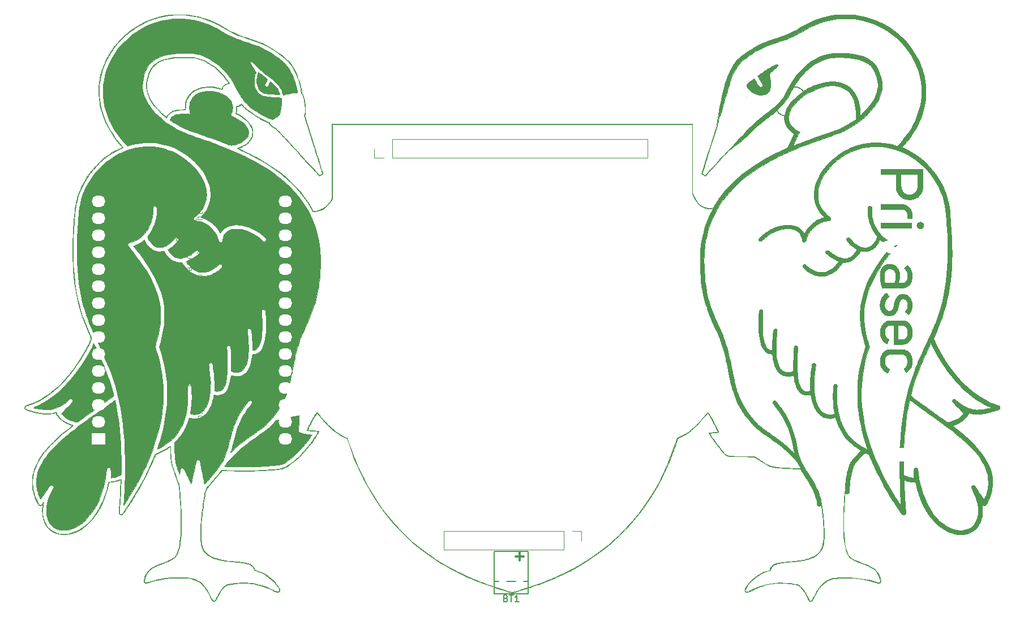
<source format=gto>
G04 #@! TF.FileFunction,Legend,Top*
%FSLAX46Y46*%
G04 Gerber Fmt 4.6, Leading zero omitted, Abs format (unit mm)*
G04 Created by KiCad (PCBNEW 4.0.4+e1-6308~48~ubuntu16.04.1-stable) date Sat Jan 14 12:07:25 2017*
%MOMM*%
%LPD*%
G01*
G04 APERTURE LIST*
%ADD10C,0.100000*%
%ADD11C,0.300000*%
%ADD12C,0.150000*%
%ADD13C,0.120000*%
%ADD14C,0.010000*%
%ADD15O,1.506220X3.014980*%
%ADD16O,2.032000X1.727200*%
%ADD17R,2.032000X1.727200*%
%ADD18R,1.700000X1.700000*%
%ADD19O,1.700000X1.700000*%
%ADD20R,2.000000X2.000000*%
%ADD21C,2.000000*%
G04 APERTURE END LIST*
D10*
D11*
X154495428Y-139045143D02*
X153352571Y-139045143D01*
X153924000Y-139616571D02*
X153924000Y-138473714D01*
D10*
X102722571Y-117385906D02*
X102770190Y-117243049D01*
X102817810Y-117195430D01*
X102913048Y-117147811D01*
X103055905Y-117147811D01*
X103151143Y-117195430D01*
X103198762Y-117243049D01*
X103246381Y-117338287D01*
X103246381Y-117719240D01*
X102246381Y-117719240D01*
X102246381Y-117385906D01*
X102294000Y-117290668D01*
X102341619Y-117243049D01*
X102436857Y-117195430D01*
X102532095Y-117195430D01*
X102627333Y-117243049D01*
X102674952Y-117290668D01*
X102722571Y-117385906D01*
X102722571Y-117719240D01*
X103246381Y-116290668D02*
X102722571Y-116290668D01*
X102627333Y-116338287D01*
X102579714Y-116433525D01*
X102579714Y-116624002D01*
X102627333Y-116719240D01*
X103198762Y-116290668D02*
X103246381Y-116385906D01*
X103246381Y-116624002D01*
X103198762Y-116719240D01*
X103103524Y-116766859D01*
X103008286Y-116766859D01*
X102913048Y-116719240D01*
X102865429Y-116624002D01*
X102865429Y-116385906D01*
X102817810Y-116290668D01*
X103246381Y-115385906D02*
X102246381Y-115385906D01*
X103198762Y-115385906D02*
X103246381Y-115481144D01*
X103246381Y-115671621D01*
X103198762Y-115766859D01*
X103151143Y-115814478D01*
X103055905Y-115862097D01*
X102770190Y-115862097D01*
X102674952Y-115814478D01*
X102627333Y-115766859D01*
X102579714Y-115671621D01*
X102579714Y-115481144D01*
X102627333Y-115385906D01*
X102579714Y-114481144D02*
X103389238Y-114481144D01*
X103484476Y-114528763D01*
X103532095Y-114576382D01*
X103579714Y-114671621D01*
X103579714Y-114814478D01*
X103532095Y-114909716D01*
X103198762Y-114481144D02*
X103246381Y-114576382D01*
X103246381Y-114766859D01*
X103198762Y-114862097D01*
X103151143Y-114909716D01*
X103055905Y-114957335D01*
X102770190Y-114957335D01*
X102674952Y-114909716D01*
X102627333Y-114862097D01*
X102579714Y-114766859D01*
X102579714Y-114576382D01*
X102627333Y-114481144D01*
X103198762Y-113624001D02*
X103246381Y-113719239D01*
X103246381Y-113909716D01*
X103198762Y-114004954D01*
X103103524Y-114052573D01*
X102722571Y-114052573D01*
X102627333Y-114004954D01*
X102579714Y-113909716D01*
X102579714Y-113719239D01*
X102627333Y-113624001D01*
X102722571Y-113576382D01*
X102817810Y-113576382D01*
X102913048Y-114052573D01*
X103246381Y-112385906D02*
X102246381Y-112385906D01*
X102627333Y-112385906D02*
X102579714Y-112290668D01*
X102579714Y-112100191D01*
X102627333Y-112004953D01*
X102674952Y-111957334D01*
X102770190Y-111909715D01*
X103055905Y-111909715D01*
X103151143Y-111957334D01*
X103198762Y-112004953D01*
X103246381Y-112100191D01*
X103246381Y-112290668D01*
X103198762Y-112385906D01*
X102579714Y-111576382D02*
X103246381Y-111338287D01*
X102579714Y-111100191D02*
X103246381Y-111338287D01*
X103484476Y-111433525D01*
X103532095Y-111481144D01*
X103579714Y-111576382D01*
X103198762Y-110004953D02*
X103246381Y-109862096D01*
X103246381Y-109624000D01*
X103198762Y-109528762D01*
X103151143Y-109481143D01*
X103055905Y-109433524D01*
X102960667Y-109433524D01*
X102865429Y-109481143D01*
X102817810Y-109528762D01*
X102770190Y-109624000D01*
X102722571Y-109814477D01*
X102674952Y-109909715D01*
X102627333Y-109957334D01*
X102532095Y-110004953D01*
X102436857Y-110004953D01*
X102341619Y-109957334D01*
X102294000Y-109909715D01*
X102246381Y-109814477D01*
X102246381Y-109576381D01*
X102294000Y-109433524D01*
X103246381Y-109004953D02*
X102579714Y-109004953D01*
X102246381Y-109004953D02*
X102294000Y-109052572D01*
X102341619Y-109004953D01*
X102294000Y-108957334D01*
X102246381Y-109004953D01*
X102341619Y-109004953D01*
X103246381Y-108385906D02*
X103198762Y-108481144D01*
X103103524Y-108528763D01*
X102246381Y-108528763D01*
X102579714Y-108100191D02*
X103246381Y-107862096D01*
X102579714Y-107624000D01*
X103246381Y-107243048D02*
X102579714Y-107243048D01*
X102246381Y-107243048D02*
X102294000Y-107290667D01*
X102341619Y-107243048D01*
X102294000Y-107195429D01*
X102246381Y-107243048D01*
X102341619Y-107243048D01*
X103246381Y-106624001D02*
X103198762Y-106719239D01*
X103151143Y-106766858D01*
X103055905Y-106814477D01*
X102770190Y-106814477D01*
X102674952Y-106766858D01*
X102627333Y-106719239D01*
X102579714Y-106624001D01*
X102579714Y-106481143D01*
X102627333Y-106385905D01*
X102674952Y-106338286D01*
X102770190Y-106290667D01*
X103055905Y-106290667D01*
X103151143Y-106338286D01*
X103198762Y-106385905D01*
X103246381Y-106481143D01*
X103246381Y-106624001D01*
X103151143Y-104528762D02*
X103198762Y-104576381D01*
X103246381Y-104719238D01*
X103246381Y-104814476D01*
X103198762Y-104957334D01*
X103103524Y-105052572D01*
X103008286Y-105100191D01*
X102817810Y-105147810D01*
X102674952Y-105147810D01*
X102484476Y-105100191D01*
X102389238Y-105052572D01*
X102294000Y-104957334D01*
X102246381Y-104814476D01*
X102246381Y-104719238D01*
X102294000Y-104576381D01*
X102341619Y-104528762D01*
X103198762Y-103719238D02*
X103246381Y-103814476D01*
X103246381Y-104004953D01*
X103198762Y-104100191D01*
X103103524Y-104147810D01*
X102722571Y-104147810D01*
X102627333Y-104100191D01*
X102579714Y-104004953D01*
X102579714Y-103814476D01*
X102627333Y-103719238D01*
X102722571Y-103671619D01*
X102817810Y-103671619D01*
X102913048Y-104147810D01*
X103198762Y-103290667D02*
X103246381Y-103195429D01*
X103246381Y-103004953D01*
X103198762Y-102909714D01*
X103103524Y-102862095D01*
X103055905Y-102862095D01*
X102960667Y-102909714D01*
X102913048Y-103004953D01*
X102913048Y-103147810D01*
X102865429Y-103243048D01*
X102770190Y-103290667D01*
X102722571Y-103290667D01*
X102627333Y-103243048D01*
X102579714Y-103147810D01*
X102579714Y-103004953D01*
X102627333Y-102909714D01*
X103246381Y-102004952D02*
X102722571Y-102004952D01*
X102627333Y-102052571D01*
X102579714Y-102147809D01*
X102579714Y-102338286D01*
X102627333Y-102433524D01*
X103198762Y-102004952D02*
X103246381Y-102100190D01*
X103246381Y-102338286D01*
X103198762Y-102433524D01*
X103103524Y-102481143D01*
X103008286Y-102481143D01*
X102913048Y-102433524D01*
X102865429Y-102338286D01*
X102865429Y-102100190D01*
X102817810Y-102004952D01*
X103246381Y-101528762D02*
X102579714Y-101528762D01*
X102770190Y-101528762D02*
X102674952Y-101481143D01*
X102627333Y-101433524D01*
X102579714Y-101338286D01*
X102579714Y-101243047D01*
X103198762Y-100528761D02*
X103246381Y-100623999D01*
X103246381Y-100814476D01*
X103198762Y-100909714D01*
X103103524Y-100957333D01*
X102722571Y-100957333D01*
X102627333Y-100909714D01*
X102579714Y-100814476D01*
X102579714Y-100623999D01*
X102627333Y-100528761D01*
X102722571Y-100481142D01*
X102817810Y-100481142D01*
X102913048Y-100957333D01*
X103198762Y-100004952D02*
X103246381Y-100004952D01*
X103341619Y-100052571D01*
X103389238Y-100100190D01*
X103246381Y-98814476D02*
X102246381Y-98814476D01*
X102246381Y-98433523D01*
X102294000Y-98338285D01*
X102341619Y-98290666D01*
X102436857Y-98243047D01*
X102579714Y-98243047D01*
X102674952Y-98290666D01*
X102722571Y-98338285D01*
X102770190Y-98433523D01*
X102770190Y-98814476D01*
X103198762Y-97433523D02*
X103246381Y-97528761D01*
X103246381Y-97719238D01*
X103198762Y-97814476D01*
X103103524Y-97862095D01*
X102722571Y-97862095D01*
X102627333Y-97814476D01*
X102579714Y-97719238D01*
X102579714Y-97528761D01*
X102627333Y-97433523D01*
X102722571Y-97385904D01*
X102817810Y-97385904D01*
X102913048Y-97862095D01*
X102579714Y-97100190D02*
X102579714Y-96719238D01*
X102246381Y-96957333D02*
X103103524Y-96957333D01*
X103198762Y-96909714D01*
X103246381Y-96814476D01*
X103246381Y-96719238D01*
X103198762Y-96004951D02*
X103246381Y-96100189D01*
X103246381Y-96290666D01*
X103198762Y-96385904D01*
X103103524Y-96433523D01*
X102722571Y-96433523D01*
X102627333Y-96385904D01*
X102579714Y-96290666D01*
X102579714Y-96100189D01*
X102627333Y-96004951D01*
X102722571Y-95957332D01*
X102817810Y-95957332D01*
X102913048Y-96433523D01*
X103246381Y-95528761D02*
X102579714Y-95528761D01*
X102770190Y-95528761D02*
X102674952Y-95481142D01*
X102627333Y-95433523D01*
X102579714Y-95338285D01*
X102579714Y-95243046D01*
X102722571Y-93814474D02*
X102722571Y-94147808D01*
X103246381Y-94147808D02*
X102246381Y-94147808D01*
X102246381Y-93671617D01*
X103246381Y-93290665D02*
X102579714Y-93290665D01*
X102246381Y-93290665D02*
X102294000Y-93338284D01*
X102341619Y-93290665D01*
X102294000Y-93243046D01*
X102246381Y-93290665D01*
X102341619Y-93290665D01*
X103246381Y-92671618D02*
X103198762Y-92766856D01*
X103103524Y-92814475D01*
X102246381Y-92814475D01*
X103246381Y-92147808D02*
X103198762Y-92243046D01*
X103103524Y-92290665D01*
X102246381Y-92290665D01*
X103246381Y-91766855D02*
X102579714Y-91766855D01*
X102674952Y-91766855D02*
X102627333Y-91719236D01*
X102579714Y-91623998D01*
X102579714Y-91481140D01*
X102627333Y-91385902D01*
X102722571Y-91338283D01*
X103246381Y-91338283D01*
X102722571Y-91338283D02*
X102627333Y-91290664D01*
X102579714Y-91195426D01*
X102579714Y-91052569D01*
X102627333Y-90957331D01*
X102722571Y-90909712D01*
X103246381Y-90909712D01*
X103246381Y-90290665D02*
X103198762Y-90385903D01*
X103151143Y-90433522D01*
X103055905Y-90481141D01*
X102770190Y-90481141D01*
X102674952Y-90433522D01*
X102627333Y-90385903D01*
X102579714Y-90290665D01*
X102579714Y-90147807D01*
X102627333Y-90052569D01*
X102674952Y-90004950D01*
X102770190Y-89957331D01*
X103055905Y-89957331D01*
X103151143Y-90004950D01*
X103198762Y-90052569D01*
X103246381Y-90147807D01*
X103246381Y-90290665D01*
X103246381Y-89528760D02*
X102579714Y-89528760D01*
X102770190Y-89528760D02*
X102674952Y-89481141D01*
X102627333Y-89433522D01*
X102579714Y-89338284D01*
X102579714Y-89243045D01*
X103198762Y-88528759D02*
X103246381Y-88623997D01*
X103246381Y-88814474D01*
X103198762Y-88909712D01*
X103103524Y-88957331D01*
X102722571Y-88957331D01*
X102627333Y-88909712D01*
X102579714Y-88814474D01*
X102579714Y-88623997D01*
X102627333Y-88528759D01*
X102722571Y-88481140D01*
X102817810Y-88481140D01*
X102913048Y-88957331D01*
X104846381Y-113504954D02*
X103846381Y-113504954D01*
X104846381Y-112933525D02*
X104274952Y-113362097D01*
X103846381Y-112933525D02*
X104417810Y-113504954D01*
X104179714Y-112600192D02*
X104846381Y-112362097D01*
X104179714Y-112124001D02*
X104846381Y-112362097D01*
X105084476Y-112457335D01*
X105132095Y-112504954D01*
X105179714Y-112600192D01*
X104846381Y-111600192D02*
X104798762Y-111695430D01*
X104703524Y-111743049D01*
X103846381Y-111743049D01*
X104846381Y-111219239D02*
X104179714Y-111219239D01*
X103846381Y-111219239D02*
X103894000Y-111266858D01*
X103941619Y-111219239D01*
X103894000Y-111171620D01*
X103846381Y-111219239D01*
X103941619Y-111219239D01*
X104798762Y-110362096D02*
X104846381Y-110457334D01*
X104846381Y-110647811D01*
X104798762Y-110743049D01*
X104703524Y-110790668D01*
X104322571Y-110790668D01*
X104227333Y-110743049D01*
X104179714Y-110647811D01*
X104179714Y-110457334D01*
X104227333Y-110362096D01*
X104322571Y-110314477D01*
X104417810Y-110314477D01*
X104513048Y-110790668D01*
X104846381Y-109124001D02*
X103846381Y-109124001D01*
X103846381Y-108743048D01*
X103894000Y-108647810D01*
X103941619Y-108600191D01*
X104036857Y-108552572D01*
X104179714Y-108552572D01*
X104274952Y-108600191D01*
X104322571Y-108647810D01*
X104370190Y-108743048D01*
X104370190Y-109124001D01*
X104798762Y-107743048D02*
X104846381Y-107838286D01*
X104846381Y-108028763D01*
X104798762Y-108124001D01*
X104703524Y-108171620D01*
X104322571Y-108171620D01*
X104227333Y-108124001D01*
X104179714Y-108028763D01*
X104179714Y-107838286D01*
X104227333Y-107743048D01*
X104322571Y-107695429D01*
X104417810Y-107695429D01*
X104513048Y-108171620D01*
X104846381Y-106838286D02*
X104322571Y-106838286D01*
X104227333Y-106885905D01*
X104179714Y-106981143D01*
X104179714Y-107171620D01*
X104227333Y-107266858D01*
X104798762Y-106838286D02*
X104846381Y-106933524D01*
X104846381Y-107171620D01*
X104798762Y-107266858D01*
X104703524Y-107314477D01*
X104608286Y-107314477D01*
X104513048Y-107266858D01*
X104465429Y-107171620D01*
X104465429Y-106933524D01*
X104417810Y-106838286D01*
X104846381Y-106362096D02*
X103846381Y-106362096D01*
X104465429Y-106266858D02*
X104846381Y-105981143D01*
X104179714Y-105981143D02*
X104560667Y-106362096D01*
X104846381Y-104362095D02*
X104322571Y-104362095D01*
X104227333Y-104409714D01*
X104179714Y-104504952D01*
X104179714Y-104695429D01*
X104227333Y-104790667D01*
X104798762Y-104362095D02*
X104846381Y-104457333D01*
X104846381Y-104695429D01*
X104798762Y-104790667D01*
X104703524Y-104838286D01*
X104608286Y-104838286D01*
X104513048Y-104790667D01*
X104465429Y-104695429D01*
X104465429Y-104457333D01*
X104417810Y-104362095D01*
X104179714Y-103885905D02*
X104846381Y-103885905D01*
X104274952Y-103885905D02*
X104227333Y-103838286D01*
X104179714Y-103743048D01*
X104179714Y-103600190D01*
X104227333Y-103504952D01*
X104322571Y-103457333D01*
X104846381Y-103457333D01*
X104846381Y-102552571D02*
X103846381Y-102552571D01*
X104798762Y-102552571D02*
X104846381Y-102647809D01*
X104846381Y-102838286D01*
X104798762Y-102933524D01*
X104751143Y-102981143D01*
X104655905Y-103028762D01*
X104370190Y-103028762D01*
X104274952Y-102981143D01*
X104227333Y-102933524D01*
X104179714Y-102838286D01*
X104179714Y-102647809D01*
X104227333Y-102552571D01*
X104846381Y-101314476D02*
X103846381Y-101314476D01*
X103846381Y-100933523D01*
X103894000Y-100838285D01*
X103941619Y-100790666D01*
X104036857Y-100743047D01*
X104179714Y-100743047D01*
X104274952Y-100790666D01*
X104322571Y-100838285D01*
X104370190Y-100933523D01*
X104370190Y-101314476D01*
X104846381Y-99885904D02*
X104322571Y-99885904D01*
X104227333Y-99933523D01*
X104179714Y-100028761D01*
X104179714Y-100219238D01*
X104227333Y-100314476D01*
X104798762Y-99885904D02*
X104846381Y-99981142D01*
X104846381Y-100219238D01*
X104798762Y-100314476D01*
X104703524Y-100362095D01*
X104608286Y-100362095D01*
X104513048Y-100314476D01*
X104465429Y-100219238D01*
X104465429Y-99981142D01*
X104417810Y-99885904D01*
X104179714Y-98981142D02*
X104846381Y-98981142D01*
X104179714Y-99409714D02*
X104703524Y-99409714D01*
X104798762Y-99362095D01*
X104846381Y-99266857D01*
X104846381Y-99123999D01*
X104798762Y-99028761D01*
X104751143Y-98981142D01*
X104846381Y-98362095D02*
X104798762Y-98457333D01*
X104703524Y-98504952D01*
X103846381Y-98504952D01*
X104846381Y-97219237D02*
X103846381Y-97219237D01*
X104322571Y-97219237D02*
X104322571Y-96647808D01*
X104846381Y-96647808D02*
X103846381Y-96647808D01*
X104846381Y-95743046D02*
X104322571Y-95743046D01*
X104227333Y-95790665D01*
X104179714Y-95885903D01*
X104179714Y-96076380D01*
X104227333Y-96171618D01*
X104798762Y-95743046D02*
X104846381Y-95838284D01*
X104846381Y-96076380D01*
X104798762Y-96171618D01*
X104703524Y-96219237D01*
X104608286Y-96219237D01*
X104513048Y-96171618D01*
X104465429Y-96076380D01*
X104465429Y-95838284D01*
X104417810Y-95743046D01*
X104846381Y-95266856D02*
X104179714Y-95266856D01*
X104370190Y-95266856D02*
X104274952Y-95219237D01*
X104227333Y-95171618D01*
X104179714Y-95076380D01*
X104179714Y-94981141D01*
X104179714Y-94743046D02*
X104846381Y-94504951D01*
X104179714Y-94266855D01*
X104798762Y-93504950D02*
X104846381Y-93600188D01*
X104846381Y-93790665D01*
X104798762Y-93885903D01*
X104703524Y-93933522D01*
X104322571Y-93933522D01*
X104227333Y-93885903D01*
X104179714Y-93790665D01*
X104179714Y-93600188D01*
X104227333Y-93504950D01*
X104322571Y-93457331D01*
X104417810Y-93457331D01*
X104513048Y-93933522D01*
X104179714Y-93123998D02*
X104846381Y-92885903D01*
X104179714Y-92647807D02*
X104846381Y-92885903D01*
X105084476Y-92981141D01*
X105132095Y-93028760D01*
X105179714Y-93123998D01*
X106446381Y-120528762D02*
X105446381Y-120528762D01*
X106446381Y-120100190D02*
X105922571Y-120100190D01*
X105827333Y-120147809D01*
X105779714Y-120243047D01*
X105779714Y-120385905D01*
X105827333Y-120481143D01*
X105874952Y-120528762D01*
X105779714Y-119766857D02*
X105779714Y-119385905D01*
X105446381Y-119624000D02*
X106303524Y-119624000D01*
X106398762Y-119576381D01*
X106446381Y-119481143D01*
X106446381Y-119385905D01*
X105779714Y-119195428D02*
X105779714Y-118814476D01*
X105446381Y-119052571D02*
X106303524Y-119052571D01*
X106398762Y-119004952D01*
X106446381Y-118909714D01*
X106446381Y-118814476D01*
X105779714Y-118481142D02*
X106779714Y-118481142D01*
X105827333Y-118481142D02*
X105779714Y-118385904D01*
X105779714Y-118195427D01*
X105827333Y-118100189D01*
X105874952Y-118052570D01*
X105970190Y-118004951D01*
X106255905Y-118004951D01*
X106351143Y-118052570D01*
X106398762Y-118100189D01*
X106446381Y-118195427D01*
X106446381Y-118385904D01*
X106398762Y-118481142D01*
X106351143Y-117576380D02*
X106398762Y-117528761D01*
X106446381Y-117576380D01*
X106398762Y-117623999D01*
X106351143Y-117576380D01*
X106446381Y-117576380D01*
X105827333Y-117576380D02*
X105874952Y-117528761D01*
X105922571Y-117576380D01*
X105874952Y-117623999D01*
X105827333Y-117576380D01*
X105922571Y-117576380D01*
X105398762Y-116385904D02*
X106684476Y-117243047D01*
X105398762Y-115338285D02*
X106684476Y-116195428D01*
X105779714Y-115100190D02*
X106446381Y-114909714D01*
X105970190Y-114719237D01*
X106446381Y-114528761D01*
X105779714Y-114338285D01*
X105779714Y-114052571D02*
X106446381Y-113862095D01*
X105970190Y-113671618D01*
X106446381Y-113481142D01*
X105779714Y-113290666D01*
X105779714Y-113004952D02*
X106446381Y-112814476D01*
X105970190Y-112623999D01*
X106446381Y-112433523D01*
X105779714Y-112243047D01*
X106351143Y-111862095D02*
X106398762Y-111814476D01*
X106446381Y-111862095D01*
X106398762Y-111909714D01*
X106351143Y-111862095D01*
X106446381Y-111862095D01*
X106446381Y-111385905D02*
X105446381Y-111385905D01*
X105827333Y-111385905D02*
X105779714Y-111290667D01*
X105779714Y-111100190D01*
X105827333Y-111004952D01*
X105874952Y-110957333D01*
X105970190Y-110909714D01*
X106255905Y-110909714D01*
X106351143Y-110957333D01*
X106398762Y-111004952D01*
X106446381Y-111100190D01*
X106446381Y-111290667D01*
X106398762Y-111385905D01*
X106398762Y-110528762D02*
X106446381Y-110433524D01*
X106446381Y-110243048D01*
X106398762Y-110147809D01*
X106303524Y-110100190D01*
X106255905Y-110100190D01*
X106160667Y-110147809D01*
X106113048Y-110243048D01*
X106113048Y-110385905D01*
X106065429Y-110481143D01*
X105970190Y-110528762D01*
X105922571Y-110528762D01*
X105827333Y-110481143D01*
X105779714Y-110385905D01*
X105779714Y-110243048D01*
X105827333Y-110147809D01*
X106446381Y-109671619D02*
X105779714Y-109671619D01*
X105446381Y-109671619D02*
X105494000Y-109719238D01*
X105541619Y-109671619D01*
X105494000Y-109624000D01*
X105446381Y-109671619D01*
X105541619Y-109671619D01*
X106446381Y-108766857D02*
X105446381Y-108766857D01*
X106398762Y-108766857D02*
X106446381Y-108862095D01*
X106446381Y-109052572D01*
X106398762Y-109147810D01*
X106351143Y-109195429D01*
X106255905Y-109243048D01*
X105970190Y-109243048D01*
X105874952Y-109195429D01*
X105827333Y-109147810D01*
X105779714Y-109052572D01*
X105779714Y-108862095D01*
X105827333Y-108766857D01*
X106398762Y-107909714D02*
X106446381Y-108004952D01*
X106446381Y-108195429D01*
X106398762Y-108290667D01*
X106303524Y-108338286D01*
X105922571Y-108338286D01*
X105827333Y-108290667D01*
X105779714Y-108195429D01*
X105779714Y-108004952D01*
X105827333Y-107909714D01*
X105922571Y-107862095D01*
X106017810Y-107862095D01*
X106113048Y-108338286D01*
X106398762Y-107481143D02*
X106446381Y-107385905D01*
X106446381Y-107195429D01*
X106398762Y-107100190D01*
X106303524Y-107052571D01*
X106255905Y-107052571D01*
X106160667Y-107100190D01*
X106113048Y-107195429D01*
X106113048Y-107338286D01*
X106065429Y-107433524D01*
X105970190Y-107481143D01*
X105922571Y-107481143D01*
X105827333Y-107433524D01*
X105779714Y-107338286D01*
X105779714Y-107195429D01*
X105827333Y-107100190D01*
X106398762Y-106195428D02*
X106446381Y-106290666D01*
X106446381Y-106481143D01*
X106398762Y-106576381D01*
X106351143Y-106624000D01*
X106255905Y-106671619D01*
X105970190Y-106671619D01*
X105874952Y-106624000D01*
X105827333Y-106576381D01*
X105779714Y-106481143D01*
X105779714Y-106290666D01*
X105827333Y-106195428D01*
X106446381Y-105766857D02*
X105446381Y-105766857D01*
X105827333Y-105766857D02*
X105779714Y-105671619D01*
X105779714Y-105481142D01*
X105827333Y-105385904D01*
X105874952Y-105338285D01*
X105970190Y-105290666D01*
X106255905Y-105290666D01*
X106351143Y-105338285D01*
X106398762Y-105385904D01*
X106446381Y-105481142D01*
X106446381Y-105671619D01*
X106398762Y-105766857D01*
X106446381Y-104862095D02*
X105779714Y-104862095D01*
X105970190Y-104862095D02*
X105874952Y-104814476D01*
X105827333Y-104766857D01*
X105779714Y-104671619D01*
X105779714Y-104576380D01*
X106351143Y-104243047D02*
X106398762Y-104195428D01*
X106446381Y-104243047D01*
X106398762Y-104290666D01*
X106351143Y-104243047D01*
X106446381Y-104243047D01*
X106398762Y-103338285D02*
X106446381Y-103433523D01*
X106446381Y-103624000D01*
X106398762Y-103719238D01*
X106351143Y-103766857D01*
X106255905Y-103814476D01*
X105970190Y-103814476D01*
X105874952Y-103766857D01*
X105827333Y-103719238D01*
X105779714Y-103624000D01*
X105779714Y-103433523D01*
X105827333Y-103338285D01*
X106446381Y-102766857D02*
X106398762Y-102862095D01*
X106351143Y-102909714D01*
X106255905Y-102957333D01*
X105970190Y-102957333D01*
X105874952Y-102909714D01*
X105827333Y-102862095D01*
X105779714Y-102766857D01*
X105779714Y-102623999D01*
X105827333Y-102528761D01*
X105874952Y-102481142D01*
X105970190Y-102433523D01*
X106255905Y-102433523D01*
X106351143Y-102481142D01*
X106398762Y-102528761D01*
X106446381Y-102623999D01*
X106446381Y-102766857D01*
X106446381Y-102004952D02*
X105779714Y-102004952D01*
X105874952Y-102004952D02*
X105827333Y-101957333D01*
X105779714Y-101862095D01*
X105779714Y-101719237D01*
X105827333Y-101623999D01*
X105922571Y-101576380D01*
X106446381Y-101576380D01*
X105922571Y-101576380D02*
X105827333Y-101528761D01*
X105779714Y-101433523D01*
X105779714Y-101290666D01*
X105827333Y-101195428D01*
X105922571Y-101147809D01*
X106446381Y-101147809D01*
X106351143Y-100671619D02*
X106398762Y-100624000D01*
X106446381Y-100671619D01*
X106398762Y-100719238D01*
X106351143Y-100671619D01*
X106446381Y-100671619D01*
X106446381Y-99766857D02*
X105922571Y-99766857D01*
X105827333Y-99814476D01*
X105779714Y-99909714D01*
X105779714Y-100100191D01*
X105827333Y-100195429D01*
X106398762Y-99766857D02*
X106446381Y-99862095D01*
X106446381Y-100100191D01*
X106398762Y-100195429D01*
X106303524Y-100243048D01*
X106208286Y-100243048D01*
X106113048Y-100195429D01*
X106065429Y-100100191D01*
X106065429Y-99862095D01*
X106017810Y-99766857D01*
X105779714Y-98862095D02*
X106446381Y-98862095D01*
X105779714Y-99290667D02*
X106303524Y-99290667D01*
X106398762Y-99243048D01*
X106446381Y-99147810D01*
X106446381Y-99004952D01*
X106398762Y-98909714D01*
X106351143Y-98862095D01*
X105398762Y-97671619D02*
X106684476Y-98528762D01*
X106446381Y-97338286D02*
X105446381Y-97338286D01*
X105827333Y-97338286D02*
X105779714Y-97243048D01*
X105779714Y-97052571D01*
X105827333Y-96957333D01*
X105874952Y-96909714D01*
X105970190Y-96862095D01*
X106255905Y-96862095D01*
X106351143Y-96909714D01*
X106398762Y-96957333D01*
X106446381Y-97052571D01*
X106446381Y-97243048D01*
X106398762Y-97338286D01*
X106446381Y-96004952D02*
X105922571Y-96004952D01*
X105827333Y-96052571D01*
X105779714Y-96147809D01*
X105779714Y-96338286D01*
X105827333Y-96433524D01*
X106398762Y-96004952D02*
X106446381Y-96100190D01*
X106446381Y-96338286D01*
X106398762Y-96433524D01*
X106303524Y-96481143D01*
X106208286Y-96481143D01*
X106113048Y-96433524D01*
X106065429Y-96338286D01*
X106065429Y-96100190D01*
X106017810Y-96004952D01*
X106446381Y-95100190D02*
X105446381Y-95100190D01*
X106398762Y-95100190D02*
X106446381Y-95195428D01*
X106446381Y-95385905D01*
X106398762Y-95481143D01*
X106351143Y-95528762D01*
X106255905Y-95576381D01*
X105970190Y-95576381D01*
X105874952Y-95528762D01*
X105827333Y-95481143D01*
X105779714Y-95385905D01*
X105779714Y-95195428D01*
X105827333Y-95100190D01*
X105779714Y-94195428D02*
X106589238Y-94195428D01*
X106684476Y-94243047D01*
X106732095Y-94290666D01*
X106779714Y-94385905D01*
X106779714Y-94528762D01*
X106732095Y-94624000D01*
X106398762Y-94195428D02*
X106446381Y-94290666D01*
X106446381Y-94481143D01*
X106398762Y-94576381D01*
X106351143Y-94624000D01*
X106255905Y-94671619D01*
X105970190Y-94671619D01*
X105874952Y-94624000D01*
X105827333Y-94576381D01*
X105779714Y-94481143D01*
X105779714Y-94290666D01*
X105827333Y-94195428D01*
X106398762Y-93338285D02*
X106446381Y-93433523D01*
X106446381Y-93624000D01*
X106398762Y-93719238D01*
X106303524Y-93766857D01*
X105922571Y-93766857D01*
X105827333Y-93719238D01*
X105779714Y-93624000D01*
X105779714Y-93433523D01*
X105827333Y-93338285D01*
X105922571Y-93290666D01*
X106017810Y-93290666D01*
X106113048Y-93766857D01*
X105541619Y-92909714D02*
X105494000Y-92862095D01*
X105446381Y-92766857D01*
X105446381Y-92528761D01*
X105494000Y-92433523D01*
X105541619Y-92385904D01*
X105636857Y-92338285D01*
X105732095Y-92338285D01*
X105874952Y-92385904D01*
X106446381Y-92957333D01*
X106446381Y-92338285D01*
X105446381Y-91719238D02*
X105446381Y-91623999D01*
X105494000Y-91528761D01*
X105541619Y-91481142D01*
X105636857Y-91433523D01*
X105827333Y-91385904D01*
X106065429Y-91385904D01*
X106255905Y-91433523D01*
X106351143Y-91481142D01*
X106398762Y-91528761D01*
X106446381Y-91623999D01*
X106446381Y-91719238D01*
X106398762Y-91814476D01*
X106351143Y-91862095D01*
X106255905Y-91909714D01*
X106065429Y-91957333D01*
X105827333Y-91957333D01*
X105636857Y-91909714D01*
X105541619Y-91862095D01*
X105494000Y-91814476D01*
X105446381Y-91719238D01*
X106446381Y-90433523D02*
X106446381Y-91004952D01*
X106446381Y-90719238D02*
X105446381Y-90719238D01*
X105589238Y-90814476D01*
X105684476Y-90909714D01*
X105732095Y-91004952D01*
X105446381Y-90100190D02*
X105446381Y-89433523D01*
X106446381Y-89862095D01*
X106351143Y-89052571D02*
X106398762Y-89004952D01*
X106446381Y-89052571D01*
X106398762Y-89100190D01*
X106351143Y-89052571D01*
X106446381Y-89052571D01*
X106446381Y-88576381D02*
X105446381Y-88576381D01*
X106446381Y-88147809D02*
X105922571Y-88147809D01*
X105827333Y-88195428D01*
X105779714Y-88290666D01*
X105779714Y-88433524D01*
X105827333Y-88528762D01*
X105874952Y-88576381D01*
X105779714Y-87814476D02*
X105779714Y-87433524D01*
X105446381Y-87671619D02*
X106303524Y-87671619D01*
X106398762Y-87624000D01*
X106446381Y-87528762D01*
X106446381Y-87433524D01*
X106446381Y-87100190D02*
X105779714Y-87100190D01*
X105874952Y-87100190D02*
X105827333Y-87052571D01*
X105779714Y-86957333D01*
X105779714Y-86814475D01*
X105827333Y-86719237D01*
X105922571Y-86671618D01*
X106446381Y-86671618D01*
X105922571Y-86671618D02*
X105827333Y-86623999D01*
X105779714Y-86528761D01*
X105779714Y-86385904D01*
X105827333Y-86290666D01*
X105922571Y-86243047D01*
X106446381Y-86243047D01*
X106446381Y-85624000D02*
X106398762Y-85719238D01*
X106303524Y-85766857D01*
X105446381Y-85766857D01*
D12*
X150114000Y-142748000D02*
X155194000Y-142748000D01*
X150114000Y-138303000D02*
X155194000Y-138303000D01*
X155194000Y-144653000D02*
X150114000Y-144653000D01*
X155194000Y-144653000D02*
X155194000Y-138303000D01*
X150114000Y-144653000D02*
X150114000Y-138303000D01*
D13*
X134874000Y-79368000D02*
X173094000Y-79368000D01*
X173094000Y-79368000D02*
X173094000Y-76588000D01*
X173094000Y-76588000D02*
X134874000Y-76588000D01*
X134874000Y-76588000D02*
X134874000Y-79368000D01*
X133604000Y-79368000D02*
X132214000Y-79368000D01*
X132214000Y-79368000D02*
X132214000Y-77978000D01*
X160528000Y-135262000D02*
X142628000Y-135262000D01*
X142628000Y-135262000D02*
X142628000Y-138042000D01*
X142628000Y-138042000D02*
X160528000Y-138042000D01*
X160528000Y-138042000D02*
X160528000Y-135262000D01*
X161798000Y-135262000D02*
X163188000Y-135262000D01*
X163188000Y-135262000D02*
X163188000Y-136652000D01*
D14*
G36*
X202908493Y-57904907D02*
X203176839Y-57908171D01*
X203425816Y-57913621D01*
X203645707Y-57921258D01*
X203826798Y-57931081D01*
X203959373Y-57943091D01*
X203960541Y-57943237D01*
X204815958Y-58077629D01*
X205643394Y-58262571D01*
X206445548Y-58498931D01*
X207225117Y-58787578D01*
X207984800Y-59129379D01*
X208529232Y-59413439D01*
X208724558Y-59526460D01*
X208952672Y-59666716D01*
X209200388Y-59825442D01*
X209454521Y-59993873D01*
X209701886Y-60163244D01*
X209929297Y-60324791D01*
X210123568Y-60469749D01*
X210154384Y-60493704D01*
X210792033Y-61028349D01*
X211387365Y-61599268D01*
X211938788Y-62203959D01*
X212444713Y-62839917D01*
X212903549Y-63504639D01*
X213313706Y-64195619D01*
X213673592Y-64910355D01*
X213981618Y-65646343D01*
X214236192Y-66401077D01*
X214435725Y-67172055D01*
X214455919Y-67265665D01*
X214565802Y-67896385D01*
X214637172Y-68556894D01*
X214669634Y-69232748D01*
X214662793Y-69909502D01*
X214616254Y-70572714D01*
X214558809Y-71028034D01*
X214410447Y-71812984D01*
X214204784Y-72588191D01*
X213942226Y-73352824D01*
X213623176Y-74106052D01*
X213248042Y-74847047D01*
X212817228Y-75574977D01*
X212331140Y-76289014D01*
X211790182Y-76988326D01*
X211456794Y-77380763D01*
X211351318Y-77502377D01*
X211261033Y-77609277D01*
X211192383Y-77693605D01*
X211151810Y-77747503D01*
X211143545Y-77762710D01*
X211169127Y-77783171D01*
X211237792Y-77820288D01*
X211338617Y-77868517D01*
X211442798Y-77914683D01*
X211848507Y-78102874D01*
X212275338Y-78327055D01*
X212707345Y-78578098D01*
X213128580Y-78846879D01*
X213401399Y-79035603D01*
X214022875Y-79514670D01*
X214612604Y-80037419D01*
X215168013Y-80599887D01*
X215686529Y-81198111D01*
X216165578Y-81828128D01*
X216602587Y-82485972D01*
X216994982Y-83167683D01*
X217340189Y-83869295D01*
X217635636Y-84586845D01*
X217878749Y-85316371D01*
X218066954Y-86053909D01*
X218116356Y-86297229D01*
X218146198Y-86459587D01*
X218172053Y-86613957D01*
X218195281Y-86771034D01*
X218217241Y-86941516D01*
X218239295Y-87136098D01*
X218262802Y-87365478D01*
X218289123Y-87640351D01*
X218294554Y-87698609D01*
X218403698Y-88987040D01*
X218486858Y-90225903D01*
X218543985Y-91417943D01*
X218575027Y-92565908D01*
X218579932Y-93672547D01*
X218558649Y-94740606D01*
X218511127Y-95772832D01*
X218437315Y-96771973D01*
X218337160Y-97740777D01*
X218210613Y-98681991D01*
X218074043Y-99508149D01*
X217884151Y-100451147D01*
X217653949Y-101395111D01*
X217381740Y-102345359D01*
X217065824Y-103307208D01*
X216704504Y-104285974D01*
X216296081Y-105286976D01*
X216044126Y-105863776D01*
X215808387Y-106391367D01*
X215889405Y-106584586D01*
X215969164Y-106767067D01*
X216070696Y-106987442D01*
X216187555Y-107232485D01*
X216313298Y-107488970D01*
X216441478Y-107743671D01*
X216565649Y-107983362D01*
X216629677Y-108103590D01*
X217100488Y-108934174D01*
X217605626Y-109743635D01*
X218141405Y-110527510D01*
X218704137Y-111281339D01*
X219290136Y-112000660D01*
X219895714Y-112681014D01*
X220517184Y-113317939D01*
X221150860Y-113906973D01*
X221793055Y-114443656D01*
X222005405Y-114607895D01*
X222571471Y-115011838D01*
X223152839Y-115378287D01*
X223742338Y-115703492D01*
X224332797Y-115983706D01*
X224917045Y-116215179D01*
X225346173Y-116354347D01*
X225521613Y-116414237D01*
X225645111Y-116478735D01*
X225723107Y-116553416D01*
X225762042Y-116643854D01*
X225769506Y-116720749D01*
X225766333Y-116807188D01*
X225752483Y-116877230D01*
X225721462Y-116935544D01*
X225666776Y-116986799D01*
X225581931Y-117035663D01*
X225460432Y-117086806D01*
X225295786Y-117144897D01*
X225083414Y-117213991D01*
X224476566Y-117391682D01*
X223894214Y-117529556D01*
X223339033Y-117627339D01*
X222813698Y-117684757D01*
X222320883Y-117701536D01*
X221863261Y-117677403D01*
X221443507Y-117612083D01*
X221366450Y-117594561D01*
X221226401Y-117561528D01*
X221133498Y-117543650D01*
X221078066Y-117542628D01*
X221050430Y-117560162D01*
X221040915Y-117597955D01*
X221039851Y-117651983D01*
X221035384Y-117708651D01*
X221017610Y-117763669D01*
X220979967Y-117828473D01*
X220915897Y-117914500D01*
X220826302Y-118024225D01*
X220484470Y-118393359D01*
X220115491Y-118712637D01*
X219721259Y-118980746D01*
X219303668Y-119196373D01*
X218930546Y-119337802D01*
X218818705Y-119376663D01*
X218731731Y-119412826D01*
X218682056Y-119440824D01*
X218675087Y-119450166D01*
X218697062Y-119476881D01*
X218758310Y-119533088D01*
X218851754Y-119612765D01*
X218970317Y-119709890D01*
X219106919Y-119818443D01*
X219120253Y-119828878D01*
X219855056Y-120418771D01*
X220533857Y-120996457D01*
X221157499Y-121563065D01*
X221726829Y-122119721D01*
X222242691Y-122667555D01*
X222705930Y-123207695D01*
X223117391Y-123741268D01*
X223477920Y-124269404D01*
X223788360Y-124793229D01*
X224049557Y-125313873D01*
X224262356Y-125832463D01*
X224427603Y-126350128D01*
X224546141Y-126867995D01*
X224588541Y-127130097D01*
X224611657Y-127358253D01*
X224624676Y-127626443D01*
X224627953Y-127918660D01*
X224621843Y-128218898D01*
X224606698Y-128511151D01*
X224582873Y-128779413D01*
X224550722Y-129007679D01*
X224546492Y-129030720D01*
X224438334Y-129496937D01*
X224288686Y-129980254D01*
X224103488Y-130463717D01*
X223888683Y-130930371D01*
X223863284Y-130980374D01*
X223779438Y-131139614D01*
X223711945Y-131253312D01*
X223652870Y-131329027D01*
X223594278Y-131374316D01*
X223528232Y-131396737D01*
X223446797Y-131403848D01*
X223418358Y-131404126D01*
X223316884Y-131399907D01*
X223249437Y-131381608D01*
X223191923Y-131340763D01*
X223165314Y-131315230D01*
X223108441Y-131264072D01*
X223069708Y-131239730D01*
X223062623Y-131240128D01*
X223060320Y-131273179D01*
X223065516Y-131350528D01*
X223077123Y-131458716D01*
X223085790Y-131526093D01*
X223105417Y-131724052D01*
X223117069Y-131958150D01*
X223120890Y-132211462D01*
X223117023Y-132467062D01*
X223105613Y-132708024D01*
X223086805Y-132917424D01*
X223073122Y-133014426D01*
X222972762Y-133461707D01*
X222827550Y-133876429D01*
X222638840Y-134256230D01*
X222407984Y-134598749D01*
X222136337Y-134901624D01*
X221854729Y-135140871D01*
X221508917Y-135362060D01*
X221134482Y-135534519D01*
X220735421Y-135657943D01*
X220315732Y-135732030D01*
X219879414Y-135756477D01*
X219430465Y-135730981D01*
X218972883Y-135655239D01*
X218510666Y-135528949D01*
X218204243Y-135417454D01*
X217709125Y-135188566D01*
X217226585Y-134904678D01*
X216758867Y-134568260D01*
X216308217Y-134181782D01*
X215876879Y-133747713D01*
X215467099Y-133268523D01*
X215081120Y-132746682D01*
X214721187Y-132184660D01*
X214389546Y-131584925D01*
X214088442Y-130949947D01*
X214038813Y-130834816D01*
X213895141Y-130485062D01*
X213763488Y-130138838D01*
X213640799Y-129786372D01*
X213524018Y-129417889D01*
X213410090Y-129023617D01*
X213295959Y-128593782D01*
X213178571Y-128118613D01*
X213143448Y-127970792D01*
X213131819Y-127942650D01*
X213105423Y-127923315D01*
X213053312Y-127909953D01*
X212964539Y-127899730D01*
X212831439Y-127890027D01*
X212446349Y-127846146D01*
X212051500Y-127767105D01*
X211700343Y-127666567D01*
X211585623Y-127628723D01*
X211492759Y-127599193D01*
X211434934Y-127582116D01*
X211422958Y-127579528D01*
X211413802Y-127607936D01*
X211408596Y-127690304D01*
X211407145Y-127822347D01*
X211409254Y-127999782D01*
X211414729Y-128218326D01*
X211423374Y-128473694D01*
X211434994Y-128761603D01*
X211449395Y-129077768D01*
X211466381Y-129417907D01*
X211485758Y-129777735D01*
X211507330Y-130152968D01*
X211530903Y-130539323D01*
X211556281Y-130932516D01*
X211583270Y-131328263D01*
X211611234Y-131716349D01*
X211626141Y-131929283D01*
X211638276Y-132126177D01*
X211647251Y-132298608D01*
X211652678Y-132438153D01*
X211654169Y-132536388D01*
X211651334Y-132584890D01*
X211651307Y-132584998D01*
X211598789Y-132683745D01*
X211505860Y-132759514D01*
X211389427Y-132800485D01*
X211337439Y-132804471D01*
X211242690Y-132795040D01*
X211162507Y-132773021D01*
X211149899Y-132766944D01*
X211099408Y-132722321D01*
X211022042Y-132631362D01*
X210920400Y-132498137D01*
X210797084Y-132326717D01*
X210654692Y-132121170D01*
X210495825Y-131885567D01*
X210323083Y-131623978D01*
X210139066Y-131340471D01*
X209946375Y-131039117D01*
X209747610Y-130723986D01*
X209545370Y-130399147D01*
X209342255Y-130068670D01*
X209140867Y-129736625D01*
X208943805Y-129407081D01*
X208753669Y-129084108D01*
X208573059Y-128771777D01*
X208404576Y-128474156D01*
X208385948Y-128440793D01*
X207827026Y-127398575D01*
X207289930Y-126315768D01*
X206772094Y-125186998D01*
X206276823Y-124021244D01*
X206164793Y-123747442D01*
X205872839Y-123634580D01*
X205753106Y-123588557D01*
X205655544Y-123551552D01*
X205591696Y-123527912D01*
X205572668Y-123521543D01*
X205543280Y-123541137D01*
X205479927Y-123595934D01*
X205389383Y-123679308D01*
X205278422Y-123784630D01*
X205153817Y-123905274D01*
X205022344Y-124034612D01*
X204890776Y-124166017D01*
X204765887Y-124292862D01*
X204654452Y-124408520D01*
X204563243Y-124506363D01*
X204542473Y-124529417D01*
X204354821Y-124743030D01*
X204202759Y-124925136D01*
X204080316Y-125085242D01*
X203981522Y-125232858D01*
X203900408Y-125377492D01*
X203831004Y-125528654D01*
X203767341Y-125695853D01*
X203718188Y-125842402D01*
X203605437Y-126215810D01*
X203509957Y-126585604D01*
X203430078Y-126961863D01*
X203364131Y-127354668D01*
X203310447Y-127774097D01*
X203267358Y-128230230D01*
X203233193Y-128733148D01*
X203229942Y-128791138D01*
X203218497Y-128975193D01*
X203205538Y-129143860D01*
X203192061Y-129286707D01*
X203179064Y-129393305D01*
X203167543Y-129453223D01*
X203166335Y-129456710D01*
X203117052Y-129530023D01*
X203052821Y-129580790D01*
X202950201Y-129613656D01*
X202835351Y-129621078D01*
X202733254Y-129603086D01*
X202688822Y-129580342D01*
X202637505Y-129546348D01*
X202607746Y-129548146D01*
X202590342Y-129593550D01*
X202578130Y-129674298D01*
X202569414Y-129758867D01*
X202558126Y-129893811D01*
X202544767Y-130071199D01*
X202529836Y-130283095D01*
X202513837Y-130521567D01*
X202497270Y-130778681D01*
X202480636Y-131046503D01*
X202464437Y-131317099D01*
X202449173Y-131582537D01*
X202435346Y-131834882D01*
X202423458Y-132066202D01*
X202414009Y-132268561D01*
X202413532Y-132279577D01*
X202403441Y-132560618D01*
X202395551Y-132877394D01*
X202389861Y-133219675D01*
X202386372Y-133577231D01*
X202385081Y-133939831D01*
X202385989Y-134297243D01*
X202389094Y-134639238D01*
X202394397Y-134955584D01*
X202401896Y-135236052D01*
X202411591Y-135470410D01*
X202413753Y-135510140D01*
X202454766Y-136092916D01*
X202508471Y-136629123D01*
X202574551Y-137117180D01*
X202652688Y-137555510D01*
X202742568Y-137942534D01*
X202843873Y-138276672D01*
X202956286Y-138556346D01*
X203064472Y-138756665D01*
X203182792Y-138924801D01*
X203318881Y-139078658D01*
X203478069Y-139221559D01*
X203665686Y-139356825D01*
X203887059Y-139487779D01*
X204147518Y-139617742D01*
X204452393Y-139750035D01*
X204807012Y-139887980D01*
X204982380Y-139952116D01*
X205251192Y-140049395D01*
X205473653Y-140131373D01*
X205658654Y-140201649D01*
X205815090Y-140263824D01*
X205951855Y-140321500D01*
X206077842Y-140378278D01*
X206201946Y-140437757D01*
X206288532Y-140480944D01*
X206668915Y-140699088D01*
X206997979Y-140944077D01*
X207277038Y-141217469D01*
X207507403Y-141520819D01*
X207690385Y-141855681D01*
X207827297Y-142223612D01*
X207860780Y-142345376D01*
X207900832Y-142513993D01*
X207922841Y-142639484D01*
X207927406Y-142734060D01*
X207915129Y-142809927D01*
X207887020Y-142878503D01*
X207826970Y-142959296D01*
X207743561Y-143007414D01*
X207631047Y-143023201D01*
X207483684Y-143006999D01*
X207295723Y-142959151D01*
X207176956Y-142920831D01*
X206609944Y-142747176D01*
X205998539Y-142595680D01*
X205352985Y-142467911D01*
X204683526Y-142365437D01*
X204000409Y-142289826D01*
X203313878Y-142242645D01*
X202634179Y-142225461D01*
X202632150Y-142225456D01*
X202113686Y-142233143D01*
X201645918Y-142259756D01*
X201223808Y-142306812D01*
X200842316Y-142375825D01*
X200496404Y-142468312D01*
X200181033Y-142585789D01*
X199891164Y-142729771D01*
X199621758Y-142901775D01*
X199367778Y-143103317D01*
X199201870Y-143257459D01*
X199055054Y-143407142D01*
X198920523Y-143556746D01*
X198793632Y-143713238D01*
X198669739Y-143883583D01*
X198544201Y-144074747D01*
X198412373Y-144293694D01*
X198269614Y-144547390D01*
X198111279Y-144842800D01*
X197990495Y-145074643D01*
X197899873Y-145246105D01*
X197814367Y-145400408D01*
X197738940Y-145529132D01*
X197678554Y-145623860D01*
X197638172Y-145676175D01*
X197633398Y-145680447D01*
X197542299Y-145723371D01*
X197427590Y-145739888D01*
X197313650Y-145729554D01*
X197224858Y-145691925D01*
X197219876Y-145687977D01*
X197189272Y-145647533D01*
X197137906Y-145562874D01*
X197070409Y-145442364D01*
X196991412Y-145294368D01*
X196905545Y-145127251D01*
X196868350Y-145052977D01*
X196670981Y-144671464D01*
X196483281Y-144343156D01*
X196301667Y-144064391D01*
X196122558Y-143831504D01*
X195942372Y-143640834D01*
X195757528Y-143488718D01*
X195564443Y-143371493D01*
X195359535Y-143285497D01*
X195139224Y-143227066D01*
X195070541Y-143214521D01*
X194324683Y-143109328D01*
X193613894Y-143047462D01*
X192933884Y-143029121D01*
X192280361Y-143054504D01*
X191649034Y-143123807D01*
X191035611Y-143237227D01*
X190435802Y-143394963D01*
X190311690Y-143433571D01*
X190029647Y-143527264D01*
X189755213Y-143626430D01*
X189477010Y-143735733D01*
X189183658Y-143859838D01*
X188863781Y-144003410D01*
X188505998Y-144171114D01*
X188464771Y-144190789D01*
X188284326Y-144276186D01*
X188147708Y-144338308D01*
X188046621Y-144380196D01*
X187972767Y-144404886D01*
X187917846Y-144415418D01*
X187873562Y-144414830D01*
X187859082Y-144412568D01*
X187727379Y-144363607D01*
X187638204Y-144274861D01*
X187592839Y-144147689D01*
X187590167Y-144127885D01*
X187586079Y-144059880D01*
X187593887Y-143996860D01*
X187618195Y-143924064D01*
X187663608Y-143826731D01*
X187715263Y-143726902D01*
X187898690Y-143420667D01*
X188127615Y-143106463D01*
X188392305Y-142795265D01*
X188683028Y-142498052D01*
X188990050Y-142225801D01*
X189173069Y-142082683D01*
X189564029Y-141815614D01*
X189977870Y-141575871D01*
X190400933Y-141370341D01*
X190819560Y-141205909D01*
X191063586Y-141129656D01*
X191360601Y-141046572D01*
X191394939Y-140911969D01*
X191480716Y-140690719D01*
X191618248Y-140496416D01*
X191807456Y-140329122D01*
X192048262Y-140188902D01*
X192340586Y-140075817D01*
X192494898Y-140032276D01*
X192628900Y-140000341D01*
X192770241Y-139971199D01*
X192925550Y-139943983D01*
X193101456Y-139917826D01*
X193304589Y-139891860D01*
X193541578Y-139865219D01*
X193819052Y-139837037D01*
X194143641Y-139806446D01*
X194395264Y-139783771D01*
X194843354Y-139742242D01*
X195239493Y-139701557D01*
X195590090Y-139660641D01*
X195901553Y-139618422D01*
X196180290Y-139573826D01*
X196432711Y-139525782D01*
X196665223Y-139473215D01*
X196884235Y-139415052D01*
X197096156Y-139350221D01*
X197207666Y-139312832D01*
X197637336Y-139141760D01*
X198022215Y-138940773D01*
X198360305Y-138711267D01*
X198649610Y-138454636D01*
X198888135Y-138172276D01*
X198933899Y-138106392D01*
X199064137Y-137868815D01*
X199173004Y-137577445D01*
X199260504Y-137232220D01*
X199326641Y-136833079D01*
X199371420Y-136379961D01*
X199394844Y-135872807D01*
X199396917Y-135311554D01*
X199377643Y-134696142D01*
X199337027Y-134026510D01*
X199275072Y-133302598D01*
X199259675Y-133146893D01*
X199244110Y-132999522D01*
X199224590Y-132825066D01*
X199202161Y-132631874D01*
X199177868Y-132428295D01*
X199152754Y-132222680D01*
X199127867Y-132023378D01*
X199104249Y-131838740D01*
X199082947Y-131677116D01*
X199065006Y-131546854D01*
X199051469Y-131456305D01*
X199043382Y-131413820D01*
X199042545Y-131411866D01*
X199016083Y-131419833D01*
X198955550Y-131447912D01*
X198922342Y-131464799D01*
X198783288Y-131510519D01*
X198650977Y-131503778D01*
X198535693Y-131445921D01*
X198496935Y-131409087D01*
X198446355Y-131335413D01*
X198415229Y-131241065D01*
X198399373Y-131137226D01*
X198347407Y-130770711D01*
X198271678Y-130406587D01*
X198169989Y-130039625D01*
X198040141Y-129664597D01*
X197879939Y-129276275D01*
X197687184Y-128869431D01*
X197459680Y-128438836D01*
X197195230Y-127979262D01*
X196891636Y-127485481D01*
X196812232Y-127360563D01*
X196688400Y-127166360D01*
X196552936Y-126953034D01*
X196417058Y-126738306D01*
X196291980Y-126539896D01*
X196202411Y-126397115D01*
X196112270Y-126253743D01*
X196031779Y-126127208D01*
X195966425Y-126026022D01*
X195921698Y-125958695D01*
X195903990Y-125934436D01*
X195869789Y-125927626D01*
X195784381Y-125919935D01*
X195654934Y-125911740D01*
X195488618Y-125903418D01*
X195292604Y-125895345D01*
X195074059Y-125887899D01*
X194949449Y-125884278D01*
X194525882Y-125870500D01*
X194103274Y-125852557D01*
X193688693Y-125830965D01*
X193289207Y-125806242D01*
X192911886Y-125778904D01*
X192563798Y-125749470D01*
X192252010Y-125718456D01*
X191983593Y-125686378D01*
X191765615Y-125653755D01*
X191742265Y-125649665D01*
X191597026Y-125617681D01*
X191446141Y-125571394D01*
X191284102Y-125507985D01*
X191105402Y-125424632D01*
X190904535Y-125318517D01*
X190675991Y-125186819D01*
X190414265Y-125026719D01*
X190113848Y-124835397D01*
X189972255Y-124743384D01*
X189790206Y-124626018D01*
X189608998Y-124511938D01*
X189439269Y-124407641D01*
X189291661Y-124319622D01*
X189176811Y-124254376D01*
X189136056Y-124232859D01*
X188894675Y-124110776D01*
X187194562Y-124095821D01*
X186778322Y-124091998D01*
X186415949Y-124087871D01*
X186102922Y-124082715D01*
X185834717Y-124075808D01*
X185606814Y-124066426D01*
X185414690Y-124053845D01*
X185253823Y-124037343D01*
X185119691Y-124016196D01*
X185007772Y-123989681D01*
X184913544Y-123957074D01*
X184832485Y-123917652D01*
X184760073Y-123870692D01*
X184691786Y-123815470D01*
X184623101Y-123751262D01*
X184549497Y-123677347D01*
X184544097Y-123671844D01*
X184341934Y-123456537D01*
X184116770Y-123200356D01*
X183875868Y-122912361D01*
X183626494Y-122601612D01*
X183375911Y-122277169D01*
X183131383Y-121948093D01*
X182900176Y-121623443D01*
X182890192Y-121609069D01*
X182783592Y-121452540D01*
X182674480Y-121287217D01*
X182567728Y-121121032D01*
X182468208Y-120961914D01*
X182380793Y-120817793D01*
X182310356Y-120696600D01*
X182261768Y-120606265D01*
X182239902Y-120554718D01*
X182239161Y-120549481D01*
X182250924Y-120529432D01*
X182290768Y-120513197D01*
X182365529Y-120499707D01*
X182482042Y-120487891D01*
X182647141Y-120476677D01*
X182735483Y-120471736D01*
X182912517Y-120460187D01*
X183087127Y-120445097D01*
X183248879Y-120427753D01*
X183387335Y-120409441D01*
X183492062Y-120391449D01*
X183552624Y-120375062D01*
X183561516Y-120369888D01*
X183553493Y-120340450D01*
X183521608Y-120265875D01*
X183469158Y-120152715D01*
X183399442Y-120007522D01*
X183315760Y-119836847D01*
X183221409Y-119647243D01*
X183119688Y-119445261D01*
X183013895Y-119237454D01*
X182907330Y-119030372D01*
X182803291Y-118830569D01*
X182705076Y-118644596D01*
X182615985Y-118479004D01*
X182543177Y-118347204D01*
X182454863Y-118194753D01*
X182361904Y-118042106D01*
X182269849Y-117897549D01*
X182184246Y-117769362D01*
X182110645Y-117665831D01*
X182054594Y-117595238D01*
X182021644Y-117565866D01*
X182019506Y-117565505D01*
X181985802Y-117587570D01*
X181932891Y-117644663D01*
X181887066Y-117704183D01*
X181747038Y-117889240D01*
X181570840Y-118105240D01*
X181365898Y-118344281D01*
X181139638Y-118598463D01*
X180899486Y-118859885D01*
X180652868Y-119120646D01*
X180407211Y-119372845D01*
X180169941Y-119608582D01*
X179948484Y-119819955D01*
X179750266Y-119999063D01*
X179650514Y-120083699D01*
X179267427Y-120387305D01*
X178908686Y-120646540D01*
X178566917Y-120866061D01*
X178234749Y-121050521D01*
X177904809Y-121204578D01*
X177819527Y-121239805D01*
X177533292Y-121354992D01*
X177262578Y-122168122D01*
X176774616Y-123550650D01*
X176244698Y-124892979D01*
X175672887Y-126195007D01*
X175059243Y-127456634D01*
X174403828Y-128677757D01*
X173706705Y-129858276D01*
X172967934Y-130998088D01*
X172187578Y-132097092D01*
X171365697Y-133155187D01*
X170502355Y-134172272D01*
X169597612Y-135148244D01*
X169020898Y-135727775D01*
X168062720Y-136626239D01*
X167068648Y-137482066D01*
X166037707Y-138295853D01*
X164968926Y-139068196D01*
X163861330Y-139799691D01*
X162713948Y-140490936D01*
X161525806Y-141142527D01*
X160295931Y-141755060D01*
X159023350Y-142329133D01*
X157707090Y-142865341D01*
X156868357Y-143179141D01*
X156692712Y-143241595D01*
X156482558Y-143314455D01*
X156243270Y-143395991D01*
X155980224Y-143484470D01*
X155698797Y-143578163D01*
X155404364Y-143675338D01*
X155102302Y-143774264D01*
X154797986Y-143873210D01*
X154496794Y-143970444D01*
X154204101Y-144064236D01*
X153925284Y-144152855D01*
X153665718Y-144234570D01*
X153430780Y-144307649D01*
X153225845Y-144370362D01*
X153056291Y-144420977D01*
X152927492Y-144457763D01*
X152844827Y-144478990D01*
X152816920Y-144483666D01*
X152773810Y-144474867D01*
X152680426Y-144449558D01*
X152541997Y-144409367D01*
X152363751Y-144355926D01*
X152150916Y-144290864D01*
X151908720Y-144215812D01*
X151642392Y-144132401D01*
X151357159Y-144042259D01*
X151058250Y-143947017D01*
X150750892Y-143848307D01*
X150440314Y-143747756D01*
X150131743Y-143646997D01*
X150095023Y-143634945D01*
X149328402Y-143377537D01*
X148609041Y-143123829D01*
X147926361Y-142869541D01*
X147269779Y-142610392D01*
X146628715Y-142342099D01*
X145992588Y-142060382D01*
X145350815Y-141760958D01*
X144796058Y-141490861D01*
X144049968Y-141111948D01*
X143347534Y-140735521D01*
X142674952Y-140353677D01*
X142018419Y-139958516D01*
X141364132Y-139542132D01*
X141175828Y-139418264D01*
X140065783Y-138648692D01*
X138996980Y-137837873D01*
X137969368Y-136985748D01*
X136982893Y-136092258D01*
X136037503Y-135157343D01*
X135133146Y-134180944D01*
X134269769Y-133163001D01*
X133447321Y-132103455D01*
X132665748Y-131002246D01*
X131924999Y-129859316D01*
X131225021Y-128674604D01*
X130565761Y-127448051D01*
X130476704Y-127272977D01*
X130119381Y-126547071D01*
X129785023Y-125827938D01*
X129468772Y-125103874D01*
X129165770Y-124363177D01*
X128871159Y-123594143D01*
X128580080Y-122785070D01*
X128417900Y-122313362D01*
X128092885Y-121353517D01*
X127909617Y-121284621D01*
X127723997Y-121206482D01*
X127506762Y-121101456D01*
X127272950Y-120977765D01*
X127037602Y-120843634D01*
X126815756Y-120707286D01*
X126645884Y-120593575D01*
X126203374Y-120260724D01*
X125750345Y-119878708D01*
X125293542Y-119454145D01*
X124839706Y-118993653D01*
X124395580Y-118503848D01*
X123967907Y-117991348D01*
X123875789Y-117875053D01*
X123785156Y-117761416D01*
X123706643Y-117666535D01*
X123647475Y-117598880D01*
X123614880Y-117566924D01*
X123611734Y-117565505D01*
X123574727Y-117590651D01*
X123514422Y-117662691D01*
X123434107Y-117776531D01*
X123337067Y-117927076D01*
X123226588Y-118109233D01*
X123105956Y-118317908D01*
X122980876Y-118543551D01*
X122883102Y-118725136D01*
X122780359Y-118918880D01*
X122676100Y-119117981D01*
X122573775Y-119315636D01*
X122476838Y-119505044D01*
X122388739Y-119679401D01*
X122312932Y-119831906D01*
X122252866Y-119955757D01*
X122211995Y-120044150D01*
X122193770Y-120090284D01*
X122193457Y-120095280D01*
X122235302Y-120109698D01*
X122331552Y-120126012D01*
X122478267Y-120143803D01*
X122671505Y-120162651D01*
X122907327Y-120182136D01*
X123181792Y-120201839D01*
X123214623Y-120204032D01*
X123397213Y-120217023D01*
X123559805Y-120230277D01*
X123693459Y-120242925D01*
X123789233Y-120254102D01*
X123838188Y-120262940D01*
X123842306Y-120264895D01*
X123840224Y-120301402D01*
X123810206Y-120379904D01*
X123756199Y-120493479D01*
X123682145Y-120635203D01*
X123591991Y-120798153D01*
X123489682Y-120975404D01*
X123379161Y-121160033D01*
X123264375Y-121345116D01*
X123149268Y-121523731D01*
X123037785Y-121688953D01*
X123001038Y-121741367D01*
X122691873Y-122161801D01*
X122365461Y-122576571D01*
X122025568Y-122982222D01*
X121675960Y-123375299D01*
X121320403Y-123752346D01*
X120962663Y-124109909D01*
X120606507Y-124444533D01*
X120255701Y-124752763D01*
X119914010Y-125031143D01*
X119585200Y-125276220D01*
X119273039Y-125484538D01*
X118981291Y-125652641D01*
X118713723Y-125777076D01*
X118534793Y-125838648D01*
X118342117Y-125884908D01*
X118095997Y-125930296D01*
X117801378Y-125974337D01*
X117463205Y-126016556D01*
X117086424Y-126056478D01*
X116675981Y-126093631D01*
X116236819Y-126127538D01*
X115773886Y-126157726D01*
X115292125Y-126183720D01*
X114796483Y-126205046D01*
X114666403Y-126209752D01*
X114425433Y-126216421D01*
X114134379Y-126221633D01*
X113801531Y-126225426D01*
X113435176Y-126227838D01*
X113043604Y-126228904D01*
X112635101Y-126228663D01*
X112217957Y-126227151D01*
X111800460Y-126224405D01*
X111390899Y-126220463D01*
X110997562Y-126215361D01*
X110628736Y-126209136D01*
X110292712Y-126201826D01*
X109997777Y-126193468D01*
X109850378Y-126188216D01*
X109382035Y-126169935D01*
X109046694Y-126590076D01*
X108935704Y-126726344D01*
X108794713Y-126895128D01*
X108632917Y-127085670D01*
X108459514Y-127287206D01*
X108283700Y-127488978D01*
X108122086Y-127671902D01*
X107883547Y-127940950D01*
X107681528Y-128171948D01*
X107512684Y-128369514D01*
X107373672Y-128538264D01*
X107261147Y-128682814D01*
X107171765Y-128807780D01*
X107102182Y-128917779D01*
X107049052Y-129017426D01*
X107009033Y-129111340D01*
X106978778Y-129204134D01*
X106960641Y-129275098D01*
X106899990Y-129555432D01*
X106835986Y-129885660D01*
X106769857Y-130257466D01*
X106702834Y-130662532D01*
X106636147Y-131092542D01*
X106571025Y-131539179D01*
X106508698Y-131994126D01*
X106450395Y-132449067D01*
X106397346Y-132895685D01*
X106350781Y-133325663D01*
X106328576Y-133549988D01*
X106307736Y-133802299D01*
X106289591Y-134088702D01*
X106274329Y-134399509D01*
X106262135Y-134725028D01*
X106253198Y-135055572D01*
X106247703Y-135381451D01*
X106245839Y-135692975D01*
X106247791Y-135980454D01*
X106253747Y-136234200D01*
X106263894Y-136444523D01*
X106270991Y-136534607D01*
X106310861Y-136895967D01*
X106359499Y-137207241D01*
X106419940Y-137476450D01*
X106495215Y-137711616D01*
X106588360Y-137920762D01*
X106702405Y-138111910D01*
X106840385Y-138293082D01*
X107002610Y-138469550D01*
X107182979Y-138640913D01*
X107361588Y-138785350D01*
X107554911Y-138914346D01*
X107779420Y-139039382D01*
X107922265Y-139110676D01*
X108183928Y-139227148D01*
X108462759Y-139330561D01*
X108764496Y-139422156D01*
X109094883Y-139503172D01*
X109459659Y-139574848D01*
X109864567Y-139638424D01*
X110315347Y-139695141D01*
X110817741Y-139746237D01*
X110900196Y-139753698D01*
X111284857Y-139788270D01*
X111616868Y-139818890D01*
X111901779Y-139846291D01*
X112145142Y-139871209D01*
X112352508Y-139894375D01*
X112529429Y-139916524D01*
X112681456Y-139938389D01*
X112814140Y-139960704D01*
X112933034Y-139984203D01*
X113043688Y-140009619D01*
X113151655Y-140037685D01*
X113241926Y-140063149D01*
X113512411Y-140157147D01*
X113734990Y-140269909D01*
X113918420Y-140406098D01*
X113960799Y-140445939D01*
X114048384Y-140546950D01*
X114129448Y-140665994D01*
X114194698Y-140786619D01*
X114234841Y-140892376D01*
X114243069Y-140945640D01*
X114249197Y-140987041D01*
X114273619Y-141020694D01*
X114325397Y-141051624D01*
X114413590Y-141084853D01*
X114547260Y-141125404D01*
X114588556Y-141137193D01*
X115076965Y-141303236D01*
X115554657Y-141519381D01*
X116015278Y-141780737D01*
X116452476Y-142082409D01*
X116859896Y-142419506D01*
X117231186Y-142787134D01*
X117559992Y-143180399D01*
X117839961Y-143594410D01*
X117889704Y-143679568D01*
X117962052Y-143812144D01*
X118007257Y-143911194D01*
X118030855Y-143991578D01*
X118038384Y-144068155D01*
X118038472Y-144078764D01*
X118014805Y-144220122D01*
X117946537Y-144327069D01*
X117837768Y-144394456D01*
X117774018Y-144410964D01*
X117730418Y-144415715D01*
X117684293Y-144412758D01*
X117627518Y-144399108D01*
X117551971Y-144371782D01*
X117449526Y-144327795D01*
X117312060Y-144264163D01*
X117131448Y-144177901D01*
X117105333Y-144165330D01*
X116556463Y-143910947D01*
X116041792Y-143693981D01*
X115552915Y-143511918D01*
X115081429Y-143362242D01*
X114618929Y-143242441D01*
X114157012Y-143149999D01*
X113687273Y-143082402D01*
X113381805Y-143051291D01*
X113116225Y-143034830D01*
X112823118Y-143028214D01*
X112510341Y-143030736D01*
X112185754Y-143041692D01*
X111857215Y-143060376D01*
X111532582Y-143086083D01*
X111219714Y-143118108D01*
X110926469Y-143155747D01*
X110660707Y-143198293D01*
X110430285Y-143245042D01*
X110243062Y-143295288D01*
X110114808Y-143344439D01*
X109943243Y-143439074D01*
X109781430Y-143554982D01*
X109625680Y-143696856D01*
X109472307Y-143869389D01*
X109317626Y-144077273D01*
X109157948Y-144325203D01*
X108989588Y-144617870D01*
X108808859Y-144959968D01*
X108742371Y-145091506D01*
X108654222Y-145263661D01*
X108571625Y-145417585D01*
X108499244Y-145545118D01*
X108441744Y-145638102D01*
X108403791Y-145688377D01*
X108398544Y-145692884D01*
X108302525Y-145731284D01*
X108184613Y-145739724D01*
X108069720Y-145719380D01*
X107984858Y-145673379D01*
X107951208Y-145629355D01*
X107895858Y-145541453D01*
X107823529Y-145417863D01*
X107738944Y-145266777D01*
X107646825Y-145096387D01*
X107589868Y-144988230D01*
X107415406Y-144658560D01*
X107259375Y-144375593D01*
X107117079Y-144132418D01*
X106983820Y-143922124D01*
X106854900Y-143737798D01*
X106725623Y-143572530D01*
X106591291Y-143419409D01*
X106447205Y-143271522D01*
X106377408Y-143204343D01*
X106109611Y-142975268D01*
X105825232Y-142781415D01*
X105517512Y-142620019D01*
X105179694Y-142488316D01*
X104805022Y-142383542D01*
X104386736Y-142302933D01*
X104068472Y-142259878D01*
X103892784Y-142244863D01*
X103670387Y-142234076D01*
X103412802Y-142227440D01*
X103131551Y-142224875D01*
X102838157Y-142226306D01*
X102544141Y-142231655D01*
X102261026Y-142240843D01*
X102000333Y-142253794D01*
X101773585Y-142270431D01*
X101718242Y-142275689D01*
X100932928Y-142369099D01*
X100198382Y-142486005D01*
X99511665Y-142626983D01*
X98869842Y-142792606D01*
X98498436Y-142906208D01*
X98295614Y-142968428D01*
X98137619Y-143006945D01*
X98016065Y-143022099D01*
X97922568Y-143014227D01*
X97848743Y-142983672D01*
X97790120Y-142934911D01*
X97740368Y-142875541D01*
X97715721Y-142816961D01*
X97708750Y-142735617D01*
X97709561Y-142679451D01*
X97727095Y-142524788D01*
X97768746Y-142337492D01*
X97829288Y-142135411D01*
X97903494Y-141936393D01*
X97970238Y-141789272D01*
X98154875Y-141471611D01*
X98373934Y-141192372D01*
X98525591Y-141037872D01*
X98683319Y-140898471D01*
X98851823Y-140769429D01*
X99037545Y-140647386D01*
X99246923Y-140528980D01*
X99486398Y-140410850D01*
X99762410Y-140289635D01*
X100081399Y-140161975D01*
X100449805Y-140024507D01*
X100506633Y-140003949D01*
X100907639Y-139854235D01*
X101255470Y-139712869D01*
X101554352Y-139577491D01*
X101808509Y-139445738D01*
X102022168Y-139315249D01*
X102199552Y-139183664D01*
X102344889Y-139048620D01*
X102458464Y-138913148D01*
X102596713Y-138693541D01*
X102721099Y-138429459D01*
X102832031Y-138119122D01*
X102929924Y-137760749D01*
X103015188Y-137352559D01*
X103088236Y-136892771D01*
X103149481Y-136379604D01*
X103199333Y-135811276D01*
X103209636Y-135666655D01*
X103219646Y-135479053D01*
X103227836Y-135241941D01*
X103234206Y-134964172D01*
X103238758Y-134654596D01*
X103241490Y-134322067D01*
X103242404Y-133975436D01*
X103241501Y-133623556D01*
X103238779Y-133275279D01*
X103234241Y-132939456D01*
X103227885Y-132624941D01*
X103219714Y-132340586D01*
X103209726Y-132095242D01*
X103209479Y-132090218D01*
X103194207Y-131798288D01*
X103176195Y-131484049D01*
X103155952Y-131154371D01*
X103133987Y-130816125D01*
X103110810Y-130476183D01*
X103086930Y-130141416D01*
X103062857Y-129818695D01*
X103039100Y-129514891D01*
X103016169Y-129236876D01*
X102994573Y-128991520D01*
X102974821Y-128785694D01*
X102957423Y-128626271D01*
X102946478Y-128542977D01*
X102932447Y-128485326D01*
X102900827Y-128378311D01*
X102853493Y-128227616D01*
X102792317Y-128038929D01*
X102719175Y-127817935D01*
X102635939Y-127570321D01*
X102544484Y-127301773D01*
X102446685Y-127017978D01*
X102393237Y-126864241D01*
X102285612Y-126553530D01*
X102184848Y-126258562D01*
X102092719Y-125984779D01*
X102011003Y-125737621D01*
X101941474Y-125522528D01*
X101885908Y-125344942D01*
X101846082Y-125210302D01*
X101823771Y-125124050D01*
X101821464Y-125112517D01*
X101784735Y-124877046D01*
X101750868Y-124596560D01*
X101720879Y-124284405D01*
X101695781Y-123953927D01*
X101676590Y-123618473D01*
X101664320Y-123291390D01*
X101659987Y-122988551D01*
X101658934Y-122848823D01*
X101656155Y-122733016D01*
X101652053Y-122652077D01*
X101647033Y-122616951D01*
X101646232Y-122616310D01*
X101618190Y-122631472D01*
X101550822Y-122673033D01*
X101453452Y-122735103D01*
X101335406Y-122811793D01*
X101301955Y-122833744D01*
X100926573Y-123064012D01*
X100517550Y-123285492D01*
X100099494Y-123485364D01*
X99838972Y-123595858D01*
X99455598Y-123749613D01*
X99370683Y-123963938D01*
X98963843Y-124943770D01*
X98512234Y-125944229D01*
X98020817Y-126955342D01*
X97494551Y-127967134D01*
X96938397Y-128969632D01*
X96556260Y-129623206D01*
X96377533Y-129919683D01*
X96191958Y-130222203D01*
X96002376Y-130526497D01*
X95811626Y-130828297D01*
X95622548Y-131123336D01*
X95437980Y-131407344D01*
X95260764Y-131676055D01*
X95093737Y-131925200D01*
X94939741Y-132150511D01*
X94801614Y-132347719D01*
X94682196Y-132512557D01*
X94584326Y-132640757D01*
X94510845Y-132728050D01*
X94464592Y-132770169D01*
X94461510Y-132771760D01*
X94334133Y-132803487D01*
X94206049Y-132791044D01*
X94093941Y-132739020D01*
X94014488Y-132652007D01*
X94012379Y-132648152D01*
X94001462Y-132622674D01*
X93993163Y-132588479D01*
X93987649Y-132540694D01*
X93985086Y-132474449D01*
X93985643Y-132384874D01*
X93989486Y-132267096D01*
X93996780Y-132116245D01*
X94007694Y-131927450D01*
X94022394Y-131695839D01*
X94041047Y-131416543D01*
X94063820Y-131084690D01*
X94067982Y-131024586D01*
X94093282Y-130639252D01*
X94119350Y-130203389D01*
X94145774Y-129724849D01*
X94172139Y-129211481D01*
X94198032Y-128671135D01*
X94223038Y-128111662D01*
X94229401Y-127962681D01*
X94235929Y-127798816D01*
X94238817Y-127684940D01*
X94237337Y-127612725D01*
X94230760Y-127573842D01*
X94218358Y-127559961D01*
X94199403Y-127562755D01*
X94194594Y-127564651D01*
X93828505Y-127694315D01*
X93432477Y-127796415D01*
X93030665Y-127865370D01*
X92791248Y-127888893D01*
X92655487Y-127899036D01*
X92567202Y-127909372D01*
X92515536Y-127922734D01*
X92489635Y-127941958D01*
X92478643Y-127969880D01*
X92478494Y-127970575D01*
X92287206Y-128776882D01*
X92061805Y-129550278D01*
X91803479Y-130288730D01*
X91513415Y-130990206D01*
X91192800Y-131652672D01*
X90842821Y-132274096D01*
X90464664Y-132852445D01*
X90059517Y-133385686D01*
X89628568Y-133871787D01*
X89173002Y-134308714D01*
X88694007Y-134694435D01*
X88454533Y-134861849D01*
X87975831Y-135151529D01*
X87496244Y-135383422D01*
X87014060Y-135558125D01*
X86527565Y-135676237D01*
X86035045Y-135738353D01*
X85923529Y-135744660D01*
X85465207Y-135740049D01*
X85031810Y-135685251D01*
X84625304Y-135580864D01*
X84247657Y-135427488D01*
X83900836Y-135225721D01*
X83686462Y-135063573D01*
X83392597Y-134787829D01*
X83144654Y-134488189D01*
X82939084Y-134158676D01*
X82772334Y-133793311D01*
X82640852Y-133386116D01*
X82605042Y-133243436D01*
X82566080Y-133031167D01*
X82537102Y-132777261D01*
X82518656Y-132497704D01*
X82511288Y-132208483D01*
X82515546Y-131925583D01*
X82531977Y-131664991D01*
X82546598Y-131535505D01*
X82563370Y-131406002D01*
X82575626Y-131299934D01*
X82582075Y-131229314D01*
X82581987Y-131206084D01*
X82558760Y-131219941D01*
X82508316Y-131264442D01*
X82470686Y-131300969D01*
X82398091Y-131365351D01*
X82331747Y-131395631D01*
X82242323Y-131404004D01*
X82222570Y-131404126D01*
X82133097Y-131398145D01*
X82058936Y-131375398D01*
X81992752Y-131328676D01*
X81927207Y-131250771D01*
X81854964Y-131134476D01*
X81768687Y-130972582D01*
X81754023Y-130943804D01*
X81496097Y-130381845D01*
X81287119Y-129810696D01*
X81130029Y-129239087D01*
X81057760Y-128875151D01*
X81033363Y-128682572D01*
X81016138Y-128448083D01*
X81006082Y-128186337D01*
X81003195Y-127911987D01*
X81007475Y-127639685D01*
X81018919Y-127384083D01*
X81037525Y-127159834D01*
X81057992Y-127010397D01*
X81169471Y-126490747D01*
X81323231Y-125975272D01*
X81520444Y-125462391D01*
X81762284Y-124950524D01*
X82049922Y-124438091D01*
X82384532Y-123923512D01*
X82767286Y-123405207D01*
X83199356Y-122881595D01*
X83681917Y-122351098D01*
X84216140Y-121812134D01*
X84803197Y-121263124D01*
X85444263Y-120702487D01*
X86140509Y-120128643D01*
X86201977Y-120079442D01*
X86357717Y-119955381D01*
X86506866Y-119837164D01*
X86640279Y-119731994D01*
X86748817Y-119647070D01*
X86823336Y-119589595D01*
X86836075Y-119579988D01*
X86909868Y-119520275D01*
X86959803Y-119471180D01*
X86973515Y-119448609D01*
X86947850Y-119427676D01*
X86878689Y-119396849D01*
X86778880Y-119361541D01*
X86733556Y-119347468D01*
X86529621Y-119275101D01*
X86299524Y-119174701D01*
X86061852Y-119055741D01*
X85835193Y-118927698D01*
X85638134Y-118800045D01*
X85587782Y-118763403D01*
X85317442Y-118541044D01*
X85050128Y-118286118D01*
X84808806Y-118020939D01*
X84751048Y-117950432D01*
X84667612Y-117842110D01*
X84616234Y-117763005D01*
X84589712Y-117699112D01*
X84580843Y-117636425D01*
X84580541Y-117618860D01*
X84576121Y-117543734D01*
X84559541Y-117515323D01*
X84535809Y-117518033D01*
X84439874Y-117548058D01*
X84305231Y-117581444D01*
X84151069Y-117613952D01*
X83996575Y-117641344D01*
X83938242Y-117650021D01*
X83548146Y-117689215D01*
X83147161Y-117699110D01*
X82729793Y-117678961D01*
X82290549Y-117628021D01*
X81823936Y-117545544D01*
X81324461Y-117430785D01*
X80786630Y-117282996D01*
X80427113Y-117173064D01*
X80240166Y-117111689D01*
X80101726Y-117059285D01*
X80003730Y-117010373D01*
X79938109Y-116959475D01*
X79896798Y-116901113D01*
X79871729Y-116829809D01*
X79863239Y-116790135D01*
X79864755Y-116732733D01*
X79938472Y-116732733D01*
X79945460Y-116808184D01*
X79971128Y-116870555D01*
X80022532Y-116924773D01*
X80106726Y-116975763D01*
X80230764Y-117028451D01*
X80401703Y-117087764D01*
X80485504Y-117114673D01*
X81073887Y-117289793D01*
X81620348Y-117428937D01*
X82128679Y-117532454D01*
X82602672Y-117600697D01*
X83046119Y-117634015D01*
X83462814Y-117632759D01*
X83856548Y-117597280D01*
X84231113Y-117527929D01*
X84419873Y-117478509D01*
X84522948Y-117449633D01*
X84603833Y-117428610D01*
X84646420Y-117419607D01*
X84647926Y-117419528D01*
X84658401Y-117445152D01*
X84657175Y-117509828D01*
X84652771Y-117545789D01*
X84645893Y-117607093D01*
X84650821Y-117657206D01*
X84673739Y-117709893D01*
X84720831Y-117778917D01*
X84798280Y-117878041D01*
X84806892Y-117888835D01*
X85119432Y-118241246D01*
X85463231Y-118557066D01*
X85829325Y-118828765D01*
X86154826Y-119021222D01*
X86279222Y-119081738D01*
X86426684Y-119146441D01*
X86585125Y-119210811D01*
X86742457Y-119270326D01*
X86886595Y-119320467D01*
X87005451Y-119356711D01*
X87086939Y-119374539D01*
X87102342Y-119375620D01*
X87144806Y-119388987D01*
X87135877Y-119428682D01*
X87075970Y-119494102D01*
X86965499Y-119584641D01*
X86952311Y-119594586D01*
X86869363Y-119657925D01*
X86751297Y-119749678D01*
X86608510Y-119861681D01*
X86451403Y-119985772D01*
X86290371Y-120113789D01*
X86260252Y-120137833D01*
X85557314Y-120714807D01*
X84909802Y-121278717D01*
X84316580Y-121831008D01*
X83776515Y-122373123D01*
X83288473Y-122906508D01*
X82851319Y-123432607D01*
X82463919Y-123952864D01*
X82125139Y-124468723D01*
X81833843Y-124981629D01*
X81588899Y-125493027D01*
X81389172Y-126004361D01*
X81233527Y-126517074D01*
X81225096Y-126549753D01*
X81165103Y-126803988D01*
X81121172Y-127040182D01*
X81091278Y-127275758D01*
X81073396Y-127528143D01*
X81065501Y-127814760D01*
X81064713Y-127929873D01*
X81068203Y-128239306D01*
X81082002Y-128509488D01*
X81108543Y-128759024D01*
X81150258Y-129006522D01*
X81209582Y-129270588D01*
X81270417Y-129502852D01*
X81333021Y-129712404D01*
X81409168Y-129936826D01*
X81495269Y-130168025D01*
X81587737Y-130397907D01*
X81682984Y-130618378D01*
X81777423Y-130821343D01*
X81867466Y-130998708D01*
X81949526Y-131142380D01*
X82020015Y-131244263D01*
X82061141Y-131286850D01*
X82165110Y-131340572D01*
X82269483Y-131337628D01*
X82375324Y-131277565D01*
X82483696Y-131159927D01*
X82536506Y-131083532D01*
X82601756Y-130995222D01*
X82656081Y-130945875D01*
X82693248Y-130937993D01*
X82707024Y-130974076D01*
X82701596Y-131017287D01*
X82657851Y-131233390D01*
X82625876Y-131425828D01*
X82603987Y-131611769D01*
X82590501Y-131808379D01*
X82583734Y-132032827D01*
X82582040Y-132236195D01*
X82585901Y-132536158D01*
X82600265Y-132792825D01*
X82627300Y-133020693D01*
X82669170Y-133234257D01*
X82728042Y-133448016D01*
X82791096Y-133635203D01*
X82962375Y-134030293D01*
X83177589Y-134388991D01*
X83433290Y-134709029D01*
X83726030Y-134988136D01*
X84052361Y-135224043D01*
X84408834Y-135414479D01*
X84792001Y-135557175D01*
X85198413Y-135649861D01*
X85624622Y-135690267D01*
X85908931Y-135687506D01*
X86387636Y-135634810D01*
X86866085Y-135525811D01*
X87341548Y-135362544D01*
X87811298Y-135147045D01*
X88272605Y-134881350D01*
X88722742Y-134567494D01*
X89158979Y-134207513D01*
X89578588Y-133803442D01*
X89978840Y-133357316D01*
X90357007Y-132871171D01*
X90710360Y-132347043D01*
X90965946Y-131915046D01*
X91286477Y-131295252D01*
X91583079Y-130630154D01*
X91852352Y-129929113D01*
X92090894Y-129201489D01*
X92295305Y-128456640D01*
X92419565Y-127914328D01*
X92429455Y-127889781D01*
X92453471Y-127871397D01*
X92501005Y-127856980D01*
X92581448Y-127844335D01*
X92704189Y-127831264D01*
X92819905Y-127820722D01*
X93268112Y-127759351D01*
X93700345Y-127657470D01*
X94020860Y-127550186D01*
X94129050Y-127509847D01*
X94217367Y-127479353D01*
X94270926Y-127463763D01*
X94278159Y-127462747D01*
X94289738Y-127489868D01*
X94295800Y-127571892D01*
X94296365Y-127709808D01*
X94291456Y-127904607D01*
X94289222Y-127966367D01*
X94271606Y-128400663D01*
X94250889Y-128862486D01*
X94227812Y-129337594D01*
X94203118Y-129811747D01*
X94177549Y-130270705D01*
X94151847Y-130700227D01*
X94126757Y-131086072D01*
X94125970Y-131097574D01*
X94103679Y-131422597D01*
X94085138Y-131694403D01*
X94070194Y-131918038D01*
X94058698Y-132098546D01*
X94050500Y-132240972D01*
X94045448Y-132350360D01*
X94043393Y-132431755D01*
X94044184Y-132490201D01*
X94047671Y-132530743D01*
X94053704Y-132558426D01*
X94062131Y-132578293D01*
X94072803Y-132595390D01*
X94080952Y-132607529D01*
X94145262Y-132674547D01*
X94216447Y-132718509D01*
X94278982Y-132738004D01*
X94336827Y-132737899D01*
X94395722Y-132713311D01*
X94461411Y-132659360D01*
X94539636Y-132571162D01*
X94636139Y-132443835D01*
X94756663Y-132272498D01*
X94778659Y-132240529D01*
X95612562Y-130987789D01*
X96390743Y-129739867D01*
X97112848Y-128497414D01*
X97778522Y-127261083D01*
X98387410Y-126031526D01*
X98939158Y-124809395D01*
X99312292Y-123905547D01*
X99397207Y-123691222D01*
X99780581Y-123537467D01*
X100287465Y-123312770D01*
X100791399Y-123048654D01*
X101265807Y-122759096D01*
X101285776Y-122745864D01*
X101416464Y-122660245D01*
X101531118Y-122587559D01*
X101620525Y-122533459D01*
X101675472Y-122503601D01*
X101687213Y-122499528D01*
X101701395Y-122528441D01*
X101711364Y-122614339D01*
X101717021Y-122755961D01*
X101718377Y-122900965D01*
X101722842Y-123221911D01*
X101735372Y-123561458D01*
X101754986Y-123906515D01*
X101780703Y-124243992D01*
X101811540Y-124560798D01*
X101846516Y-124843840D01*
X101879854Y-125054126D01*
X101898232Y-125129443D01*
X101934500Y-125254298D01*
X101986883Y-125423251D01*
X102053606Y-125630861D01*
X102132892Y-125871688D01*
X102222965Y-126140292D01*
X102322051Y-126431231D01*
X102428372Y-126739065D01*
X102451628Y-126805850D01*
X102552017Y-127095392D01*
X102647049Y-127372683D01*
X102734848Y-127632035D01*
X102813542Y-127867764D01*
X102881257Y-128074182D01*
X102936118Y-128245604D01*
X102976251Y-128376342D01*
X102999783Y-128460711D01*
X103004868Y-128484586D01*
X103020191Y-128605480D01*
X103038246Y-128777824D01*
X103058527Y-128994769D01*
X103080524Y-129249463D01*
X103103730Y-129535058D01*
X103127636Y-129844702D01*
X103151734Y-130171545D01*
X103175516Y-130508738D01*
X103198474Y-130849430D01*
X103220098Y-131186770D01*
X103239881Y-131513909D01*
X103257314Y-131823996D01*
X103268075Y-132031827D01*
X103277818Y-132268210D01*
X103285872Y-132544853D01*
X103292235Y-132853185D01*
X103296908Y-133184635D01*
X103299890Y-133530631D01*
X103301180Y-133882601D01*
X103300780Y-134231975D01*
X103298687Y-134570180D01*
X103294901Y-134888645D01*
X103289423Y-135178798D01*
X103282252Y-135432069D01*
X103273387Y-135639885D01*
X103268252Y-135725046D01*
X103221020Y-136305315D01*
X103162715Y-136830026D01*
X103092906Y-137301036D01*
X103011163Y-137720200D01*
X102917059Y-138089371D01*
X102810162Y-138410407D01*
X102690044Y-138685161D01*
X102556275Y-138915490D01*
X102516855Y-138971539D01*
X102398378Y-139112143D01*
X102251921Y-139247016D01*
X102073258Y-139378518D01*
X101858163Y-139509011D01*
X101602411Y-139640857D01*
X101301778Y-139776417D01*
X100952037Y-139918052D01*
X100565023Y-140062339D01*
X100189060Y-140201476D01*
X99863431Y-140330327D01*
X99581695Y-140452254D01*
X99337412Y-140570618D01*
X99124143Y-140688779D01*
X98935448Y-140810100D01*
X98764886Y-140937940D01*
X98606017Y-141075662D01*
X98583981Y-141096263D01*
X98320362Y-141384534D01*
X98103226Y-141707703D01*
X97933727Y-142063857D01*
X97850047Y-142310756D01*
X97801902Y-142496297D01*
X97779433Y-142638415D01*
X97782776Y-142746199D01*
X97812069Y-142828735D01*
X97858747Y-142887055D01*
X97929971Y-142938805D01*
X97999434Y-142964789D01*
X98009466Y-142965505D01*
X98062556Y-142956707D01*
X98157941Y-142932678D01*
X98282628Y-142896971D01*
X98423624Y-142853136D01*
X98440045Y-142847817D01*
X99046746Y-142669251D01*
X99695238Y-142515012D01*
X100388877Y-142384440D01*
X101131022Y-142276878D01*
X101659851Y-142217075D01*
X101866881Y-142200070D01*
X102112691Y-142186378D01*
X102386264Y-142176069D01*
X102676583Y-142169212D01*
X102972630Y-142165880D01*
X103263387Y-142166142D01*
X103537837Y-142170069D01*
X103784963Y-142177731D01*
X103993747Y-142189199D01*
X104126862Y-142201288D01*
X104578572Y-142266882D01*
X104981925Y-142354445D01*
X105343712Y-142466756D01*
X105670723Y-142606593D01*
X105969748Y-142776735D01*
X106247578Y-142979958D01*
X106435799Y-143145952D01*
X106585853Y-143293742D01*
X106724025Y-143443634D01*
X106855012Y-143602539D01*
X106983511Y-143777369D01*
X107114221Y-143975034D01*
X107251838Y-144202447D01*
X107401060Y-144466518D01*
X107566585Y-144774160D01*
X107648259Y-144929839D01*
X107742632Y-145107884D01*
X107832307Y-145271542D01*
X107912560Y-145412622D01*
X107978670Y-145522932D01*
X108025915Y-145594281D01*
X108043249Y-145614988D01*
X108143238Y-145670463D01*
X108253322Y-145673026D01*
X108340153Y-145634493D01*
X108373198Y-145594671D01*
X108426812Y-145510352D01*
X108496330Y-145389695D01*
X108577087Y-145240858D01*
X108664418Y-145072001D01*
X108683980Y-145033115D01*
X108869880Y-144672710D01*
X109042127Y-144363370D01*
X109204408Y-144100400D01*
X109360411Y-143879109D01*
X109513821Y-143694803D01*
X109668325Y-143542790D01*
X109827609Y-143418376D01*
X109995361Y-143316868D01*
X110056417Y-143286048D01*
X110196308Y-143233332D01*
X110386894Y-143183496D01*
X110620518Y-143137203D01*
X110889528Y-143095115D01*
X111186267Y-143057896D01*
X111503081Y-143026208D01*
X111832316Y-143000715D01*
X112166317Y-142982080D01*
X112497428Y-142970966D01*
X112817996Y-142968036D01*
X113120366Y-142973953D01*
X113396882Y-142989380D01*
X113440196Y-142992946D01*
X113942772Y-143049393D01*
X114431991Y-143131714D01*
X114916557Y-143242489D01*
X115405175Y-143384300D01*
X115906550Y-143559729D01*
X116429387Y-143771356D01*
X116982390Y-144021764D01*
X117101364Y-144078648D01*
X117309318Y-144177541D01*
X117472627Y-144250877D01*
X117598395Y-144300153D01*
X117693722Y-144326865D01*
X117765709Y-144332509D01*
X117821460Y-144318583D01*
X117868075Y-144286581D01*
X117904497Y-144247863D01*
X117954042Y-144169453D01*
X117979268Y-144091328D01*
X117980081Y-144078764D01*
X117961568Y-143996275D01*
X117909566Y-143878041D01*
X117829376Y-143731962D01*
X117726301Y-143565933D01*
X117605644Y-143387854D01*
X117472707Y-143205621D01*
X117332793Y-143027134D01*
X117191205Y-142860289D01*
X117084457Y-142744803D01*
X116710132Y-142393055D01*
X116296846Y-142069206D01*
X115854697Y-141779378D01*
X115393781Y-141529697D01*
X114924197Y-141326287D01*
X114530165Y-141195584D01*
X114383798Y-141152435D01*
X114285157Y-141117857D01*
X114225182Y-141086825D01*
X114194811Y-141054317D01*
X114184986Y-141015309D01*
X114184679Y-141004031D01*
X114165988Y-140916903D01*
X114116111Y-140804144D01*
X114044342Y-140682204D01*
X113959972Y-140567536D01*
X113902409Y-140504330D01*
X113727728Y-140361283D01*
X113516175Y-140242876D01*
X113258995Y-140144445D01*
X113183536Y-140121539D01*
X113073637Y-140090757D01*
X112965595Y-140063226D01*
X112853859Y-140038212D01*
X112732877Y-140014983D01*
X112597097Y-139992803D01*
X112440968Y-139970941D01*
X112258939Y-139948662D01*
X112045458Y-139925233D01*
X111794973Y-139899919D01*
X111501934Y-139871989D01*
X111160789Y-139840706D01*
X110841805Y-139812089D01*
X110330939Y-139761749D01*
X109872572Y-139705980D01*
X109460963Y-139643542D01*
X109090371Y-139573196D01*
X108755054Y-139493702D01*
X108449272Y-139403820D01*
X108167283Y-139302311D01*
X107903346Y-139187934D01*
X107863874Y-139169067D01*
X107615173Y-139041309D01*
X107406724Y-138915914D01*
X107222055Y-138781396D01*
X107044693Y-138626273D01*
X106944219Y-138527940D01*
X106779564Y-138348578D01*
X106641870Y-138167105D01*
X106528098Y-137975493D01*
X106435212Y-137765714D01*
X106360176Y-137529742D01*
X106299952Y-137259547D01*
X106251504Y-136947101D01*
X106212710Y-136594175D01*
X106200495Y-136414421D01*
X106192286Y-136185872D01*
X106187911Y-135917975D01*
X106187194Y-135620176D01*
X106189960Y-135301921D01*
X106196037Y-134972656D01*
X106205249Y-134641828D01*
X106217422Y-134318883D01*
X106232382Y-134013266D01*
X106249954Y-133734425D01*
X106269963Y-133491805D01*
X106269983Y-133491597D01*
X106312766Y-133072625D01*
X106362653Y-132632827D01*
X106418418Y-132180493D01*
X106478836Y-131723915D01*
X106542681Y-131271383D01*
X106608726Y-130831185D01*
X106675745Y-130411614D01*
X106742511Y-130020958D01*
X106807800Y-129667509D01*
X106870384Y-129359556D01*
X106902250Y-129216707D01*
X106927414Y-129121754D01*
X106959858Y-129029112D01*
X107002926Y-128934166D01*
X107059964Y-128832300D01*
X107134315Y-128718897D01*
X107229323Y-128589340D01*
X107348334Y-128439013D01*
X107494691Y-128263301D01*
X107671739Y-128057586D01*
X107882821Y-127817253D01*
X108063696Y-127613512D01*
X108233233Y-127421549D01*
X108409138Y-127219547D01*
X108582214Y-127018266D01*
X108743263Y-126828468D01*
X108883089Y-126660914D01*
X108988303Y-126531624D01*
X109323644Y-126111422D01*
X109878357Y-126129756D01*
X110220075Y-126139723D01*
X110597573Y-126148374D01*
X111002568Y-126155672D01*
X111426779Y-126161579D01*
X111861925Y-126166057D01*
X112299724Y-126169068D01*
X112731896Y-126170575D01*
X113150158Y-126170539D01*
X113546230Y-126168922D01*
X113911830Y-126165688D01*
X114238676Y-126160798D01*
X114518489Y-126154214D01*
X114608012Y-126151356D01*
X115106421Y-126131320D01*
X115592236Y-126106493D01*
X116060510Y-126077348D01*
X116506298Y-126044361D01*
X116924655Y-126008005D01*
X117310633Y-125968756D01*
X117659288Y-125927087D01*
X117965674Y-125883473D01*
X118224844Y-125838389D01*
X118431853Y-125792309D01*
X118476403Y-125780257D01*
X118728347Y-125688383D01*
X119006035Y-125550053D01*
X119305611Y-125369143D01*
X119623224Y-125149531D01*
X119955019Y-124895094D01*
X120297142Y-124609708D01*
X120645740Y-124297252D01*
X120996959Y-123961603D01*
X121346945Y-123606637D01*
X121691845Y-123236232D01*
X122027804Y-122854265D01*
X122350970Y-122464614D01*
X122657489Y-122071155D01*
X122943506Y-121677766D01*
X123205169Y-121288324D01*
X123438623Y-120906707D01*
X123587744Y-120637707D01*
X123657356Y-120502151D01*
X123699722Y-120409043D01*
X123717649Y-120350767D01*
X123713944Y-120319708D01*
X123707330Y-120313383D01*
X123665074Y-120302990D01*
X123576443Y-120291611D01*
X123453413Y-120280468D01*
X123307958Y-120270782D01*
X123269399Y-120268727D01*
X123030640Y-120254849D01*
X122793209Y-120237786D01*
X122570806Y-120218727D01*
X122377129Y-120198862D01*
X122225876Y-120179384D01*
X122206115Y-120176316D01*
X122124910Y-120151922D01*
X122096633Y-120114480D01*
X122096633Y-120114242D01*
X122109833Y-120075928D01*
X122147190Y-119992745D01*
X122205340Y-119871320D01*
X122280916Y-119718284D01*
X122370553Y-119540264D01*
X122470886Y-119343888D01*
X122578549Y-119135785D01*
X122690177Y-118922583D01*
X122802405Y-118710911D01*
X122911868Y-118507397D01*
X122920969Y-118490627D01*
X123062020Y-118236204D01*
X123193019Y-118010280D01*
X123311333Y-117816873D01*
X123414330Y-117660002D01*
X123499376Y-117543684D01*
X123563839Y-117471938D01*
X123603698Y-117448724D01*
X123633848Y-117470534D01*
X123692574Y-117530718D01*
X123772802Y-117621404D01*
X123867458Y-117734721D01*
X123925115Y-117806367D01*
X124236060Y-118186018D01*
X124563825Y-118564213D01*
X124900078Y-118932210D01*
X125236488Y-119281264D01*
X125564721Y-119602634D01*
X125876448Y-119887574D01*
X126047378Y-120033511D01*
X126394347Y-120307136D01*
X126748915Y-120560586D01*
X127101946Y-120788188D01*
X127444307Y-120984270D01*
X127766863Y-121143158D01*
X127968008Y-121226230D01*
X128151276Y-121295126D01*
X128476291Y-122254971D01*
X128767507Y-123091382D01*
X129059553Y-123881243D01*
X129357289Y-124636259D01*
X129665570Y-125368131D01*
X129989256Y-126088563D01*
X130333205Y-126809257D01*
X130535095Y-127214586D01*
X131188657Y-128447001D01*
X131882931Y-129637568D01*
X132617968Y-130786345D01*
X133393822Y-131893391D01*
X134210544Y-132958767D01*
X135068187Y-133982531D01*
X135966803Y-134964743D01*
X136906445Y-135905463D01*
X137887165Y-136804750D01*
X138909014Y-137662663D01*
X139972047Y-138479261D01*
X141076314Y-139254605D01*
X141234219Y-139359873D01*
X141890397Y-139783765D01*
X142544881Y-140184179D01*
X143211473Y-140569019D01*
X143903977Y-140946186D01*
X144636197Y-141323583D01*
X144854449Y-141432470D01*
X145355729Y-141676916D01*
X145849690Y-141909432D01*
X146341914Y-142132153D01*
X146837980Y-142347215D01*
X147343469Y-142556753D01*
X147863962Y-142762902D01*
X148405040Y-142967800D01*
X148972282Y-143173580D01*
X149571269Y-143382379D01*
X150207582Y-143596332D01*
X150886801Y-143817576D01*
X151614507Y-144048245D01*
X152017822Y-144173832D01*
X152816597Y-144421186D01*
X153608971Y-144173181D01*
X154185009Y-143992042D01*
X154710529Y-143824905D01*
X155191183Y-143669821D01*
X155632625Y-143524842D01*
X156040505Y-143388020D01*
X156420478Y-143257406D01*
X156778194Y-143131053D01*
X157119307Y-143007012D01*
X157449468Y-142883335D01*
X157774331Y-142758073D01*
X158099546Y-142629279D01*
X158167552Y-142601949D01*
X159482767Y-142043457D01*
X160756104Y-141444480D01*
X161987495Y-140805058D01*
X163176871Y-140125231D01*
X164324164Y-139405041D01*
X165429304Y-138644527D01*
X166492224Y-137843730D01*
X167145138Y-137314407D01*
X168153581Y-136435509D01*
X169120427Y-135515654D01*
X170045635Y-134554904D01*
X170929164Y-133553321D01*
X171770972Y-132510968D01*
X172571018Y-131427908D01*
X173329261Y-130304203D01*
X174045659Y-129139914D01*
X174720171Y-127935106D01*
X175352755Y-126689840D01*
X175943371Y-125404179D01*
X176491977Y-124078185D01*
X176998532Y-122711921D01*
X177204187Y-122109732D01*
X177474901Y-121296602D01*
X177761137Y-121181414D01*
X178094077Y-121033240D01*
X178427467Y-120855381D01*
X178768635Y-120643210D01*
X179124908Y-120392098D01*
X179503614Y-120097420D01*
X179592124Y-120025085D01*
X179802851Y-119842614D01*
X180040340Y-119621638D01*
X180296629Y-119370598D01*
X180563758Y-119097935D01*
X180833765Y-118812089D01*
X181098690Y-118521500D01*
X181350572Y-118234610D01*
X181581450Y-117959859D01*
X181783363Y-117705687D01*
X181798940Y-117685295D01*
X181878492Y-117585949D01*
X181949061Y-117507152D01*
X182001224Y-117458932D01*
X182021239Y-117448724D01*
X182059098Y-117473185D01*
X182120558Y-117542190D01*
X182200990Y-117649171D01*
X182295764Y-117787557D01*
X182400251Y-117950781D01*
X182509820Y-118132274D01*
X182542094Y-118187748D01*
X182602229Y-118294778D01*
X182679049Y-118435812D01*
X182769168Y-118604259D01*
X182869200Y-118793531D01*
X182975758Y-118997039D01*
X183085456Y-119208194D01*
X183194908Y-119420406D01*
X183300727Y-119627087D01*
X183399528Y-119821647D01*
X183487924Y-119997498D01*
X183562529Y-120148050D01*
X183619957Y-120266714D01*
X183656821Y-120346902D01*
X183669736Y-120381950D01*
X183645614Y-120423647D01*
X183618644Y-120437783D01*
X183534175Y-120455833D01*
X183404290Y-120475153D01*
X183241905Y-120494325D01*
X183059933Y-120511926D01*
X182871289Y-120526537D01*
X182741686Y-120534250D01*
X182602919Y-120543216D01*
X182486475Y-120554296D01*
X182404149Y-120566116D01*
X182367739Y-120577301D01*
X182367307Y-120577864D01*
X182372642Y-120619193D01*
X182409726Y-120701983D01*
X182475200Y-120821038D01*
X182565702Y-120971164D01*
X182677872Y-121147165D01*
X182808347Y-121343848D01*
X182953767Y-121556016D01*
X183110772Y-121778476D01*
X183275999Y-122006032D01*
X183393404Y-122163781D01*
X183637000Y-122481525D01*
X183879968Y-122786782D01*
X184115277Y-123071119D01*
X184335895Y-123326103D01*
X184534790Y-123543299D01*
X184600323Y-123611231D01*
X184674800Y-123686250D01*
X184743937Y-123751458D01*
X184812259Y-123807581D01*
X184884292Y-123855347D01*
X184964559Y-123895483D01*
X185057587Y-123928715D01*
X185167898Y-123955770D01*
X185300019Y-123977376D01*
X185458474Y-123994260D01*
X185647787Y-124007148D01*
X185872484Y-124016768D01*
X186137089Y-124023846D01*
X186446126Y-124029110D01*
X186804121Y-124033286D01*
X187215599Y-124037101D01*
X187252953Y-124037430D01*
X188953066Y-124052385D01*
X189194447Y-124174468D01*
X189289563Y-124226320D01*
X189422602Y-124304098D01*
X189582924Y-124401306D01*
X189759889Y-124511449D01*
X189942859Y-124628031D01*
X190030646Y-124684993D01*
X190349283Y-124890523D01*
X190626876Y-125063626D01*
X190868931Y-125207121D01*
X191080956Y-125323827D01*
X191268459Y-125416566D01*
X191436946Y-125488156D01*
X191591925Y-125541417D01*
X191738904Y-125579170D01*
X191800656Y-125591274D01*
X192011832Y-125623929D01*
X192274330Y-125656103D01*
X192581082Y-125687278D01*
X192925019Y-125716938D01*
X193299073Y-125744566D01*
X193696174Y-125769644D01*
X194109255Y-125791656D01*
X194531246Y-125810083D01*
X194955080Y-125824410D01*
X195007840Y-125825887D01*
X195235553Y-125832840D01*
X195444601Y-125840621D01*
X195627813Y-125848856D01*
X195778021Y-125857166D01*
X195888055Y-125865175D01*
X195950745Y-125872507D01*
X195962381Y-125876046D01*
X195985227Y-125907851D01*
X196033373Y-125980760D01*
X196101329Y-126086260D01*
X196183606Y-126215841D01*
X196260801Y-126338724D01*
X196367845Y-126509278D01*
X196495238Y-126711236D01*
X196631765Y-126926877D01*
X196766208Y-127138481D01*
X196870623Y-127302172D01*
X197184544Y-127805934D01*
X197458711Y-128274256D01*
X197695306Y-128712328D01*
X197896512Y-129125339D01*
X198064511Y-129518480D01*
X198201486Y-129896939D01*
X198309619Y-130265908D01*
X198391093Y-130630576D01*
X198448090Y-130996132D01*
X198457357Y-131075334D01*
X198493480Y-131242495D01*
X198560031Y-131360798D01*
X198657881Y-131431742D01*
X198666806Y-131435310D01*
X198757731Y-131442592D01*
X198856550Y-131411250D01*
X198939315Y-131351604D01*
X198972748Y-131303459D01*
X199015221Y-131241734D01*
X199055564Y-131237105D01*
X199087064Y-131288459D01*
X199095578Y-131323839D01*
X199113177Y-131432172D01*
X199135734Y-131587882D01*
X199161907Y-131780299D01*
X199190353Y-131998750D01*
X199219729Y-132232563D01*
X199248692Y-132471066D01*
X199275900Y-132703588D01*
X199300009Y-132919456D01*
X199318112Y-133092322D01*
X199382087Y-133805257D01*
X199426575Y-134472526D01*
X199451604Y-135092924D01*
X199457202Y-135665243D01*
X199443397Y-136188278D01*
X199410217Y-136660821D01*
X199357689Y-137081666D01*
X199285843Y-137449607D01*
X199210906Y-137715933D01*
X199082433Y-138012841D01*
X198899990Y-138293303D01*
X198666255Y-138555042D01*
X198383902Y-138795779D01*
X198055608Y-139013237D01*
X197684049Y-139205137D01*
X197271903Y-139369203D01*
X197266056Y-139371223D01*
X197055295Y-139440019D01*
X196840836Y-139501579D01*
X196616269Y-139556975D01*
X196375186Y-139607280D01*
X196111180Y-139653567D01*
X195817840Y-139696911D01*
X195488760Y-139738383D01*
X195117530Y-139779057D01*
X194697741Y-139820006D01*
X194453655Y-139842162D01*
X194093155Y-139874892D01*
X193784289Y-139904622D01*
X193520426Y-139932220D01*
X193294938Y-139958551D01*
X193101194Y-139984484D01*
X192932566Y-140010884D01*
X192782425Y-140038620D01*
X192644140Y-140068557D01*
X192553288Y-140090667D01*
X192236906Y-140191044D01*
X191972006Y-140318587D01*
X191758666Y-140473231D01*
X191596965Y-140654915D01*
X191486983Y-140863575D01*
X191453330Y-140970360D01*
X191418992Y-141104963D01*
X191121977Y-141188047D01*
X190712600Y-141324434D01*
X190290570Y-141506062D01*
X189869543Y-141726046D01*
X189463180Y-141977499D01*
X189231460Y-142141074D01*
X188921396Y-142391975D01*
X188621545Y-142674110D01*
X188341636Y-142976515D01*
X188091396Y-143288225D01*
X187880553Y-143598275D01*
X187774910Y-143782910D01*
X187700337Y-143935821D01*
X187660406Y-144051782D01*
X187654605Y-144140466D01*
X187682422Y-144211547D01*
X187743346Y-144274698D01*
X187748673Y-144278943D01*
X187819672Y-144320287D01*
X187899366Y-144333067D01*
X187998126Y-144315844D01*
X188126323Y-144267181D01*
X188246699Y-144209851D01*
X188880252Y-143908388D01*
X189495232Y-143648500D01*
X190087166Y-143431896D01*
X190651581Y-143260285D01*
X190895134Y-143198256D01*
X191533714Y-143073894D01*
X192205179Y-142997332D01*
X192908870Y-142968577D01*
X193644129Y-142987637D01*
X194410296Y-143054516D01*
X195128931Y-143156131D01*
X195400000Y-143219895D01*
X195637094Y-143319139D01*
X195854725Y-143461459D01*
X196053008Y-143639772D01*
X196193472Y-143791986D01*
X196327549Y-143959691D01*
X196460188Y-144150566D01*
X196596342Y-144372288D01*
X196740962Y-144632534D01*
X196898999Y-144938983D01*
X196926741Y-144994586D01*
X197014118Y-145167265D01*
X197096580Y-145324354D01*
X197169498Y-145457490D01*
X197228240Y-145558306D01*
X197268175Y-145618439D01*
X197278267Y-145629586D01*
X197374130Y-145674434D01*
X197481809Y-145669488D01*
X197575007Y-145622057D01*
X197611250Y-145578296D01*
X197668391Y-145490602D01*
X197741470Y-145367392D01*
X197825523Y-145217084D01*
X197915589Y-145048097D01*
X197932105Y-145016252D01*
X198103897Y-144687991D01*
X198256909Y-144406251D01*
X198395784Y-144164067D01*
X198525166Y-143954474D01*
X198649698Y-143770507D01*
X198774024Y-143605199D01*
X198902785Y-143451586D01*
X199040627Y-143302702D01*
X199143479Y-143199069D01*
X199383404Y-142981648D01*
X199633791Y-142793622D01*
X199899731Y-142633476D01*
X200186315Y-142499697D01*
X200498635Y-142390770D01*
X200841781Y-142305181D01*
X201220843Y-142241417D01*
X201640914Y-142197964D01*
X202107083Y-142173307D01*
X202617552Y-142165925D01*
X203331271Y-142182704D01*
X204046104Y-142230631D01*
X204752704Y-142308297D01*
X205441723Y-142414292D01*
X206103814Y-142547205D01*
X206729629Y-142705627D01*
X207235346Y-142862440D01*
X207400898Y-142916286D01*
X207523009Y-142948840D01*
X207612109Y-142961338D01*
X207678628Y-142955016D01*
X207732997Y-142931111D01*
X207745423Y-142922875D01*
X207811436Y-142861241D01*
X207847184Y-142783650D01*
X207854294Y-142679423D01*
X207834396Y-142537882D01*
X207816473Y-142456677D01*
X207698473Y-142072334D01*
X207534481Y-141721635D01*
X207323344Y-141403188D01*
X207063912Y-141115601D01*
X206755032Y-140857483D01*
X206395554Y-140627443D01*
X206230142Y-140539335D01*
X206102320Y-140476027D01*
X205978579Y-140417836D01*
X205850022Y-140361161D01*
X205707757Y-140302400D01*
X205542891Y-140237953D01*
X205346528Y-140164218D01*
X205109776Y-140077596D01*
X204923989Y-140010507D01*
X204545497Y-139868974D01*
X204219123Y-139734574D01*
X203939538Y-139603983D01*
X203701413Y-139473881D01*
X203499419Y-139340946D01*
X203328227Y-139201856D01*
X203182507Y-139053289D01*
X203056930Y-138891924D01*
X203006081Y-138815056D01*
X202880778Y-138578349D01*
X202767798Y-138286249D01*
X202667260Y-137940461D01*
X202579282Y-137542694D01*
X202503981Y-137094654D01*
X202441475Y-136598047D01*
X202391881Y-136054582D01*
X202355318Y-135465965D01*
X202331904Y-134833903D01*
X202321756Y-134160103D01*
X202324991Y-133446271D01*
X202341729Y-132694116D01*
X202372086Y-131905344D01*
X202416181Y-131081661D01*
X202443255Y-130659643D01*
X202464413Y-130347194D01*
X202482166Y-130088024D01*
X202497021Y-129877156D01*
X202509483Y-129709608D01*
X202520058Y-129580403D01*
X202529251Y-129484560D01*
X202537567Y-129417100D01*
X202545511Y-129373043D01*
X202553590Y-129347410D01*
X202562309Y-129335221D01*
X202572172Y-129331497D01*
X202578086Y-129331252D01*
X202613586Y-129354503D01*
X202617552Y-129372450D01*
X202640781Y-129421505D01*
X202697689Y-129479850D01*
X202769106Y-129531941D01*
X202835865Y-129562237D01*
X202854805Y-129564816D01*
X202955178Y-129541256D01*
X203047361Y-129481368D01*
X203106741Y-129401341D01*
X203107944Y-129398319D01*
X203119226Y-129344559D01*
X203132102Y-129242896D01*
X203145574Y-129103761D01*
X203158646Y-128937582D01*
X203170320Y-128754792D01*
X203171552Y-128732747D01*
X203204845Y-128224129D01*
X203246883Y-127763392D01*
X203299332Y-127340457D01*
X203363864Y-126945244D01*
X203442145Y-126567672D01*
X203535847Y-126197663D01*
X203646636Y-125825137D01*
X203659797Y-125784011D01*
X203723262Y-125597442D01*
X203787802Y-125434507D01*
X203859451Y-125285543D01*
X203944240Y-125140886D01*
X204048204Y-124990873D01*
X204177376Y-124825840D01*
X204337789Y-124636123D01*
X204471460Y-124483952D01*
X204564699Y-124382226D01*
X204678966Y-124262768D01*
X204807627Y-124131975D01*
X204944047Y-123996244D01*
X205081589Y-123861973D01*
X205213620Y-123735557D01*
X205333504Y-123623395D01*
X205434605Y-123531883D01*
X205510288Y-123467419D01*
X205553919Y-123436399D01*
X205559899Y-123434574D01*
X205593789Y-123445092D01*
X205670376Y-123473116D01*
X205778197Y-123514343D01*
X205902035Y-123562981D01*
X206223184Y-123690594D01*
X206335214Y-123963625D01*
X206511352Y-124389826D01*
X206672617Y-124772829D01*
X206824272Y-125124245D01*
X206971579Y-125455685D01*
X207119802Y-125778761D01*
X207274203Y-126105082D01*
X207440045Y-126446260D01*
X207622591Y-126813907D01*
X207669806Y-126908034D01*
X208070596Y-127686784D01*
X208481010Y-128445605D01*
X208907989Y-129196436D01*
X209358478Y-129951216D01*
X209839418Y-130721883D01*
X210309956Y-131447919D01*
X210499580Y-131735049D01*
X210660693Y-131976865D01*
X210796320Y-132177196D01*
X210909487Y-132339870D01*
X211003218Y-132468715D01*
X211080539Y-132567560D01*
X211144475Y-132640234D01*
X211198050Y-132690564D01*
X211244291Y-132722380D01*
X211286223Y-132739509D01*
X211326870Y-132745780D01*
X211335741Y-132746080D01*
X211412435Y-132724336D01*
X211494787Y-132668235D01*
X211560749Y-132594820D01*
X211580786Y-132556699D01*
X211586403Y-132506682D01*
X211586697Y-132404665D01*
X211581894Y-132256775D01*
X211572222Y-132069137D01*
X211557909Y-131847878D01*
X211550862Y-131750360D01*
X211504017Y-131085131D01*
X211461051Y-130405743D01*
X211423138Y-129732467D01*
X211391450Y-129085573D01*
X211377060Y-128747344D01*
X211368089Y-128526361D01*
X211358991Y-128308182D01*
X211350285Y-128104816D01*
X211342490Y-127928273D01*
X211336123Y-127790561D01*
X211333101Y-127729548D01*
X211327378Y-127602215D01*
X211327222Y-127523037D01*
X211334056Y-127481927D01*
X211349303Y-127468796D01*
X211369442Y-127471942D01*
X211416985Y-127487718D01*
X211505687Y-127517985D01*
X211621588Y-127557958D01*
X211716199Y-127590812D01*
X212147242Y-127716690D01*
X212590553Y-127800739D01*
X212889830Y-127831636D01*
X213025148Y-127841532D01*
X213113076Y-127851791D01*
X213164562Y-127865245D01*
X213190553Y-127884729D01*
X213201839Y-127912402D01*
X213320745Y-128402561D01*
X213435507Y-128844549D01*
X213549179Y-129248137D01*
X213664817Y-129623100D01*
X213785477Y-129979209D01*
X213914213Y-130326238D01*
X214054081Y-130673960D01*
X214097203Y-130776425D01*
X214392705Y-131417345D01*
X214719139Y-132023457D01*
X215074258Y-132592291D01*
X215455819Y-133121378D01*
X215861576Y-133608248D01*
X216289286Y-134050431D01*
X216736702Y-134445457D01*
X217201581Y-134790858D01*
X217681677Y-135084163D01*
X218174745Y-135322903D01*
X218262634Y-135359063D01*
X218729754Y-135520499D01*
X219190508Y-135628921D01*
X219641994Y-135684558D01*
X220081313Y-135687636D01*
X220505565Y-135638381D01*
X220911850Y-135537022D01*
X221297267Y-135383784D01*
X221658918Y-135178895D01*
X221796338Y-135082480D01*
X222108001Y-134815049D01*
X222377169Y-134508581D01*
X222603008Y-134164945D01*
X222784690Y-133786013D01*
X222921382Y-133373656D01*
X223012253Y-132929745D01*
X223056472Y-132456150D01*
X223060932Y-132236195D01*
X223059135Y-132065210D01*
X223053307Y-131909967D01*
X223042116Y-131756700D01*
X223024230Y-131591642D01*
X222998318Y-131401028D01*
X222963049Y-131171090D01*
X222950105Y-131090275D01*
X222944345Y-131002770D01*
X222962835Y-130967524D01*
X223004205Y-130984325D01*
X223067083Y-131052963D01*
X223112014Y-131115188D01*
X223198305Y-131230800D01*
X223273242Y-131301828D01*
X223348957Y-131337145D01*
X223427099Y-131345735D01*
X223493485Y-131337223D01*
X223553292Y-131306935D01*
X223612875Y-131247745D01*
X223678588Y-131152525D01*
X223756784Y-131014148D01*
X223804893Y-130921984D01*
X224021263Y-130461404D01*
X224209034Y-129982477D01*
X224362318Y-129502015D01*
X224475226Y-129036829D01*
X224487767Y-128972330D01*
X224524260Y-128725246D01*
X224550185Y-128438982D01*
X224565114Y-128131595D01*
X224568615Y-127821146D01*
X224560259Y-127525694D01*
X224539616Y-127263298D01*
X224530237Y-127188488D01*
X224438101Y-126682438D01*
X224302821Y-126178418D01*
X224123375Y-125675070D01*
X223898742Y-125171034D01*
X223627904Y-124664952D01*
X223309838Y-124155465D01*
X222943525Y-123641213D01*
X222527944Y-123120840D01*
X222062075Y-122592984D01*
X221544897Y-122056288D01*
X220975389Y-121509394D01*
X220352532Y-120950941D01*
X219675304Y-120379572D01*
X219025368Y-119858580D01*
X218839228Y-119711149D01*
X218697283Y-119594949D01*
X218596461Y-119506932D01*
X218533689Y-119444045D01*
X218505896Y-119403240D01*
X218510008Y-119381466D01*
X218538871Y-119375620D01*
X218584284Y-119366933D01*
X218670313Y-119343621D01*
X218782275Y-119309809D01*
X218847739Y-119288837D01*
X219299355Y-119112127D01*
X219720286Y-118886774D01*
X220112246Y-118611597D01*
X220476948Y-118285414D01*
X220767911Y-117965834D01*
X220861365Y-117851650D01*
X220922850Y-117769392D01*
X220958949Y-117707133D01*
X220976247Y-117652945D01*
X220981327Y-117594901D01*
X220981460Y-117578995D01*
X220982043Y-117518584D01*
X220989757Y-117478776D01*
X221013547Y-117458216D01*
X221062360Y-117455550D01*
X221145142Y-117469422D01*
X221270841Y-117498478D01*
X221364082Y-117521064D01*
X221762586Y-117597263D01*
X222177784Y-117635925D01*
X222614689Y-117636779D01*
X223078319Y-117599554D01*
X223573689Y-117523977D01*
X224105814Y-117409777D01*
X224295138Y-117362325D01*
X224615144Y-117275955D01*
X224923883Y-117186008D01*
X225206487Y-117097002D01*
X225448087Y-117013455D01*
X225470669Y-117005110D01*
X225587532Y-116948892D01*
X225656900Y-116882445D01*
X225667738Y-116864012D01*
X225705435Y-116752244D01*
X225693262Y-116655091D01*
X225629253Y-116570220D01*
X225511444Y-116495298D01*
X225337871Y-116427992D01*
X225287782Y-116412738D01*
X224712882Y-116220218D01*
X224126400Y-115976150D01*
X223535507Y-115684283D01*
X222947376Y-115348366D01*
X222369177Y-114972147D01*
X221947014Y-114666286D01*
X221300781Y-114146108D01*
X220662175Y-113572088D01*
X220034839Y-112948638D01*
X219422413Y-112280170D01*
X218828537Y-111571097D01*
X218256852Y-110825831D01*
X217711000Y-110048785D01*
X217194621Y-109244370D01*
X216711355Y-108417000D01*
X216556224Y-108133090D01*
X216364727Y-107767571D01*
X216177843Y-107393973D01*
X216004310Y-107030246D01*
X215852868Y-106694336D01*
X215830971Y-106643670D01*
X215723263Y-106392755D01*
X215972247Y-105835569D01*
X216377968Y-104895082D01*
X216740837Y-103983292D01*
X217063165Y-103091879D01*
X217347261Y-102212524D01*
X217595432Y-101336908D01*
X217809989Y-100456713D01*
X217993240Y-99563620D01*
X218147493Y-98649309D01*
X218275059Y-97705463D01*
X218307875Y-97420678D01*
X218395517Y-96516680D01*
X218460254Y-95588942D01*
X218502057Y-94633867D01*
X218520901Y-93647854D01*
X218516759Y-92627306D01*
X218489603Y-91568624D01*
X218439408Y-90468208D01*
X218366146Y-89322462D01*
X218269791Y-88127785D01*
X218236164Y-87757000D01*
X218193632Y-87329597D01*
X218149299Y-86950276D01*
X218101247Y-86608730D01*
X218047559Y-86294649D01*
X217986317Y-85997726D01*
X217915603Y-85707653D01*
X217833499Y-85414120D01*
X217750062Y-85144011D01*
X217482411Y-84399804D01*
X217163862Y-83674686D01*
X216797189Y-82971775D01*
X216385167Y-82294187D01*
X215930571Y-81645040D01*
X215436174Y-81027450D01*
X214904750Y-80444535D01*
X214339076Y-79899412D01*
X213741924Y-79395199D01*
X213116069Y-78935011D01*
X212464285Y-78521966D01*
X211789347Y-78159182D01*
X211354433Y-77958243D01*
X211228362Y-77900645D01*
X211124678Y-77847637D01*
X211053776Y-77804942D01*
X211026051Y-77778279D01*
X211025985Y-77777494D01*
X211044545Y-77742692D01*
X211095528Y-77674116D01*
X211171709Y-77580857D01*
X211265861Y-77472006D01*
X211292866Y-77441747D01*
X211866065Y-76765913D01*
X212385819Y-76074895D01*
X212851853Y-75370160D01*
X213263888Y-74653177D01*
X213621649Y-73925417D01*
X213924857Y-73188347D01*
X214173236Y-72443437D01*
X214366510Y-71692156D01*
X214504400Y-70935973D01*
X214586631Y-70176357D01*
X214612925Y-69414778D01*
X214583005Y-68652704D01*
X214496594Y-67891604D01*
X214353416Y-67132947D01*
X214153193Y-66378204D01*
X213895649Y-65628842D01*
X213636699Y-65008787D01*
X213291626Y-64314028D01*
X212892991Y-63635900D01*
X212444338Y-62978866D01*
X211949216Y-62347392D01*
X211411171Y-61745940D01*
X210833748Y-61178974D01*
X210220495Y-60650958D01*
X210095993Y-60552095D01*
X209909186Y-60411106D01*
X209686834Y-60251931D01*
X209442125Y-60083333D01*
X209188243Y-59914077D01*
X208938374Y-59752929D01*
X208705703Y-59608652D01*
X208503416Y-59490011D01*
X208470841Y-59471830D01*
X207723991Y-59090613D01*
X206959228Y-58763186D01*
X206173853Y-58488681D01*
X205365168Y-58266228D01*
X204530475Y-58094961D01*
X203902150Y-58001628D01*
X203766487Y-57989208D01*
X203582611Y-57979148D01*
X203360640Y-57971447D01*
X203110691Y-57966105D01*
X202842883Y-57963123D01*
X202567333Y-57962500D01*
X202294159Y-57964235D01*
X202033481Y-57968330D01*
X201795414Y-57974783D01*
X201590078Y-57983595D01*
X201427590Y-57994765D01*
X201362150Y-58001660D01*
X200646904Y-58108675D01*
X199960471Y-58247341D01*
X199294771Y-58420512D01*
X198641724Y-58631045D01*
X197993248Y-58881792D01*
X197341263Y-59175609D01*
X196677689Y-59515350D01*
X196019391Y-59889053D01*
X195662457Y-60095113D01*
X195290743Y-60299413D01*
X194917267Y-60495255D01*
X194555046Y-60675941D01*
X194217100Y-60834775D01*
X193975713Y-60940454D01*
X193804570Y-61009771D01*
X193603101Y-61086411D01*
X193367406Y-61171716D01*
X193093587Y-61267030D01*
X192777744Y-61373697D01*
X192415976Y-61493062D01*
X192004385Y-61626467D01*
X191727667Y-61715159D01*
X191291493Y-61858832D01*
X190900871Y-61997557D01*
X190543828Y-62136418D01*
X190208393Y-62280494D01*
X189882593Y-62434870D01*
X189554458Y-62604625D01*
X189294220Y-62748140D01*
X189051554Y-62890181D01*
X188785038Y-63055082D01*
X188502616Y-63237260D01*
X188212231Y-63431132D01*
X187921826Y-63631114D01*
X187639346Y-63831625D01*
X187372732Y-64027080D01*
X187129929Y-64211896D01*
X186918880Y-64380491D01*
X186747529Y-64527281D01*
X186697677Y-64573158D01*
X186404169Y-64879820D01*
X186124819Y-65233595D01*
X185857239Y-65637860D01*
X185599041Y-66095995D01*
X185539996Y-66210793D01*
X185361818Y-66581335D01*
X185191152Y-66974604D01*
X185027247Y-67393501D01*
X184869352Y-67840925D01*
X184716718Y-68319774D01*
X184568595Y-68832950D01*
X184424232Y-69383351D01*
X184282878Y-69973877D01*
X184143784Y-70607428D01*
X184006200Y-71286903D01*
X183869374Y-72015202D01*
X183732557Y-72795224D01*
X183594999Y-73629870D01*
X183554755Y-73883224D01*
X183441092Y-74604471D01*
X182329207Y-78134862D01*
X182190982Y-78574015D01*
X182057720Y-78997916D01*
X181930468Y-79403217D01*
X181810270Y-79786567D01*
X181698171Y-80144618D01*
X181595215Y-80474019D01*
X181502447Y-80771421D01*
X181420912Y-81033475D01*
X181351654Y-81256831D01*
X181295719Y-81438139D01*
X181254151Y-81574049D01*
X181227995Y-81661213D01*
X181218295Y-81696281D01*
X181218260Y-81696701D01*
X181242438Y-81724417D01*
X181306196Y-81771486D01*
X181397733Y-81829523D01*
X181439891Y-81854164D01*
X181549070Y-81914535D01*
X181619757Y-81947234D01*
X181662789Y-81955825D01*
X181689009Y-81943873D01*
X181694413Y-81937835D01*
X181718837Y-81910421D01*
X181779871Y-81843189D01*
X181874610Y-81739308D01*
X182000150Y-81601951D01*
X182153588Y-81434287D01*
X182332018Y-81239488D01*
X182532537Y-81020725D01*
X182752240Y-80781168D01*
X182988223Y-80523989D01*
X183237582Y-80252358D01*
X183454370Y-80016303D01*
X183758846Y-79684995D01*
X184026774Y-79393909D01*
X184260967Y-79140135D01*
X184464235Y-78920764D01*
X184639392Y-78732885D01*
X184789248Y-78573590D01*
X184916616Y-78439968D01*
X185024307Y-78329110D01*
X185115134Y-78238105D01*
X185191907Y-78164045D01*
X185257439Y-78104020D01*
X185314542Y-78055119D01*
X185366026Y-78014434D01*
X185414706Y-77979054D01*
X185439615Y-77961942D01*
X185853915Y-77671791D01*
X186273045Y-77357696D01*
X186702233Y-77015305D01*
X187146710Y-76640265D01*
X187611704Y-76228225D01*
X188102445Y-75774833D01*
X188351311Y-75538724D01*
X188633946Y-75268758D01*
X188880357Y-75034386D01*
X189096305Y-74830622D01*
X189287551Y-74652482D01*
X189459855Y-74494979D01*
X189618980Y-74353129D01*
X189770686Y-74221946D01*
X189920735Y-74096445D01*
X190074888Y-73971641D01*
X190238907Y-73842547D01*
X190418551Y-73704180D01*
X190619584Y-73551552D01*
X190837207Y-73387616D01*
X191067811Y-73213117D01*
X191293568Y-73040124D01*
X191509465Y-72872648D01*
X191710489Y-72714697D01*
X191891625Y-72570281D01*
X192047859Y-72443408D01*
X192174178Y-72338088D01*
X192265567Y-72258330D01*
X192317014Y-72208142D01*
X192324723Y-72198196D01*
X192368967Y-72164241D01*
X192420843Y-72182435D01*
X192473019Y-72248485D01*
X192497409Y-72299282D01*
X192569406Y-72418177D01*
X192684763Y-72544661D01*
X192830852Y-72669757D01*
X192995040Y-72784487D01*
X193164698Y-72879873D01*
X193327197Y-72946938D01*
X193447581Y-72974661D01*
X193586949Y-72991167D01*
X193573256Y-73275524D01*
X193574465Y-73562364D01*
X193610083Y-73829351D01*
X193684048Y-74101041D01*
X193723217Y-74211130D01*
X193824233Y-74443380D01*
X193949161Y-74660275D01*
X194103493Y-74867953D01*
X194292721Y-75072552D01*
X194522338Y-75280212D01*
X194797833Y-75497072D01*
X195011042Y-75650729D01*
X195032174Y-75668436D01*
X195042200Y-75691223D01*
X195038590Y-75727860D01*
X195018814Y-75787116D01*
X194980340Y-75877758D01*
X194920639Y-76008557D01*
X194886616Y-76081902D01*
X194822445Y-76221390D01*
X194740669Y-76401254D01*
X194647180Y-76608415D01*
X194547868Y-76829795D01*
X194448624Y-77052316D01*
X194390265Y-77183864D01*
X194075623Y-77894751D01*
X193551242Y-78131041D01*
X192538741Y-78606452D01*
X191560992Y-79104158D01*
X190620520Y-79622446D01*
X189719849Y-80159605D01*
X188861503Y-80713922D01*
X188048004Y-81283685D01*
X187281877Y-81867181D01*
X186565646Y-82462699D01*
X185901835Y-83068526D01*
X185292966Y-83682950D01*
X185165426Y-83820430D01*
X184741089Y-84299473D01*
X184335042Y-84789344D01*
X183953372Y-85281875D01*
X183602163Y-85768895D01*
X183287502Y-86242235D01*
X183015475Y-86693723D01*
X182985291Y-86747288D01*
X182840960Y-87005488D01*
X182547360Y-86985969D01*
X182151474Y-86945772D01*
X181799084Y-86879512D01*
X181480279Y-86784733D01*
X181185147Y-86658981D01*
X181144334Y-86638341D01*
X180898441Y-86480971D01*
X180658774Y-86265857D01*
X180425619Y-85993345D01*
X180199259Y-85663779D01*
X179979978Y-85277504D01*
X179914129Y-85147604D01*
X179728357Y-84771656D01*
X179728357Y-74327115D01*
X125892035Y-74327115D01*
X125887327Y-79545793D01*
X125886871Y-80099667D01*
X125886509Y-80641456D01*
X125886240Y-81167944D01*
X125886063Y-81675918D01*
X125885976Y-82162165D01*
X125885977Y-82623471D01*
X125886065Y-83056621D01*
X125886238Y-83458403D01*
X125886495Y-83825602D01*
X125886834Y-84155005D01*
X125887254Y-84443398D01*
X125887753Y-84687566D01*
X125888329Y-84884298D01*
X125888982Y-85030377D01*
X125889709Y-85122592D01*
X125890026Y-85144011D01*
X125897434Y-85523551D01*
X125686560Y-85841551D01*
X125489128Y-86111177D01*
X125262334Y-86373085D01*
X125019006Y-86614238D01*
X124771974Y-86821599D01*
X124609773Y-86935782D01*
X124292143Y-87112227D01*
X123956763Y-87246844D01*
X123615755Y-87335846D01*
X123281237Y-87375450D01*
X123196191Y-87377187D01*
X122987092Y-87376916D01*
X122841115Y-87108309D01*
X122768395Y-86977928D01*
X122694183Y-86850575D01*
X122629808Y-86745465D01*
X122603475Y-86705233D01*
X122532922Y-86594347D01*
X122462251Y-86472055D01*
X122438155Y-86426698D01*
X122395220Y-86350407D01*
X122327425Y-86238932D01*
X122242902Y-86105266D01*
X122149780Y-85962403D01*
X122114554Y-85909487D01*
X121583182Y-85162577D01*
X121004912Y-84438864D01*
X120378670Y-83737415D01*
X119703383Y-83057298D01*
X118977977Y-82397578D01*
X118201381Y-81757324D01*
X117372520Y-81135602D01*
X116490321Y-80531480D01*
X115553712Y-79944025D01*
X114651805Y-79422358D01*
X114494381Y-79336778D01*
X114295085Y-79231742D01*
X114062788Y-79111661D01*
X113806362Y-78980952D01*
X113534679Y-78844026D01*
X113256610Y-78705300D01*
X112981028Y-78569186D01*
X112716804Y-78440098D01*
X112472810Y-78322452D01*
X112257917Y-78220660D01*
X112080998Y-78139136D01*
X112003193Y-78104581D01*
X111852250Y-78035276D01*
X111744928Y-77978201D01*
X111685670Y-77935880D01*
X111675018Y-77918149D01*
X111702214Y-77884377D01*
X111785381Y-77844804D01*
X111900412Y-77806346D01*
X112271931Y-77671819D01*
X112619879Y-77500901D01*
X112938900Y-77298142D01*
X113223642Y-77068090D01*
X113468747Y-76815294D01*
X113668863Y-76544302D01*
X113818635Y-76259665D01*
X113865208Y-76137229D01*
X113919700Y-75912247D01*
X113945189Y-75660279D01*
X113940524Y-75405663D01*
X113909784Y-75195222D01*
X113845238Y-74979181D01*
X113746702Y-74743866D01*
X113623488Y-74509171D01*
X113494665Y-74308545D01*
X113280743Y-74044759D01*
X113016586Y-73779472D01*
X112709856Y-73518774D01*
X112368214Y-73268750D01*
X111999321Y-73035487D01*
X111656355Y-72847958D01*
X111564134Y-72801476D01*
X111500935Y-72764080D01*
X111463652Y-72724651D01*
X111449179Y-72672070D01*
X111454410Y-72595216D01*
X111476238Y-72482970D01*
X111510889Y-72327229D01*
X111533071Y-72194631D01*
X111549349Y-72035967D01*
X111556497Y-71883501D01*
X111556585Y-71869968D01*
X111557092Y-71617075D01*
X111681173Y-71597007D01*
X111888398Y-71538051D01*
X112064428Y-71435412D01*
X112139429Y-71367460D01*
X112202255Y-71306362D01*
X112250736Y-71268116D01*
X112265815Y-71261597D01*
X112293865Y-71281351D01*
X112355532Y-71336111D01*
X112443621Y-71419123D01*
X112550937Y-71523634D01*
X112646927Y-71619320D01*
X113095526Y-72037781D01*
X113594050Y-72439803D01*
X114144675Y-72826977D01*
X114749577Y-73200897D01*
X115013128Y-73350381D01*
X115155741Y-73427483D01*
X115319909Y-73513201D01*
X115497466Y-73603585D01*
X115680244Y-73694685D01*
X115860079Y-73782551D01*
X116028804Y-73863236D01*
X116178251Y-73932788D01*
X116300256Y-73987259D01*
X116386652Y-74022699D01*
X116429035Y-74035160D01*
X116456302Y-74059745D01*
X116485537Y-74119407D01*
X116487258Y-74124231D01*
X116539916Y-74219248D01*
X116633669Y-74333697D01*
X116758391Y-74458971D01*
X116903955Y-74586467D01*
X117060238Y-74707580D01*
X117217114Y-74813703D01*
X117364457Y-74896231D01*
X117429953Y-74925389D01*
X117450932Y-74936658D01*
X117479961Y-74957762D01*
X117518820Y-74990593D01*
X117569283Y-75037043D01*
X117633127Y-75099006D01*
X117712131Y-75178374D01*
X117808070Y-75277040D01*
X117922721Y-75396896D01*
X118057861Y-75539835D01*
X118215268Y-75707749D01*
X118396717Y-75902532D01*
X118603985Y-76126076D01*
X118838851Y-76380274D01*
X119103089Y-76667017D01*
X119398478Y-76988200D01*
X119726793Y-77345714D01*
X120089813Y-77741452D01*
X120489313Y-78177307D01*
X120749663Y-78461484D01*
X121101770Y-78845590D01*
X121443520Y-79217845D01*
X121772804Y-79575980D01*
X122087516Y-79917724D01*
X122385550Y-80240809D01*
X122664799Y-80542964D01*
X122923155Y-80821919D01*
X123158513Y-81075405D01*
X123368765Y-81301152D01*
X123551804Y-81496890D01*
X123705525Y-81660351D01*
X123827820Y-81789263D01*
X123916582Y-81881357D01*
X123969704Y-81934363D01*
X123985018Y-81947115D01*
X124037744Y-81932221D01*
X124116962Y-81893786D01*
X124207754Y-81841180D01*
X124295204Y-81783773D01*
X124364393Y-81730937D01*
X124400403Y-81692039D01*
X124402510Y-81684874D01*
X124393948Y-81652591D01*
X124368765Y-81567660D01*
X124327906Y-81433118D01*
X124272319Y-81252002D01*
X124202949Y-81027351D01*
X124120742Y-80762202D01*
X124026644Y-80459592D01*
X123921602Y-80122558D01*
X123806561Y-79754138D01*
X123682467Y-79357369D01*
X123550268Y-78935290D01*
X123410908Y-78490936D01*
X123265334Y-78027346D01*
X123114492Y-77547557D01*
X123047533Y-77334759D01*
X121691997Y-73027919D01*
X121754745Y-72852747D01*
X121778081Y-72781315D01*
X121794859Y-72709966D01*
X121806110Y-72627341D01*
X121812864Y-72522082D01*
X121816152Y-72382828D01*
X121817003Y-72198222D01*
X121816985Y-72166655D01*
X121808704Y-71846276D01*
X121785530Y-71521793D01*
X121749025Y-71200699D01*
X121700750Y-70890485D01*
X121642269Y-70598647D01*
X121575143Y-70332676D01*
X121500935Y-70100066D01*
X121421206Y-69908310D01*
X121337519Y-69764901D01*
X121308752Y-69728839D01*
X121276103Y-69667124D01*
X121248595Y-69572838D01*
X121237846Y-69509873D01*
X121224909Y-69423009D01*
X121202705Y-69294194D01*
X121173987Y-69138618D01*
X121141505Y-68971469D01*
X121129558Y-68912068D01*
X120977889Y-68264918D01*
X120791733Y-67643592D01*
X120573168Y-67052594D01*
X120324273Y-66496425D01*
X120047126Y-65979590D01*
X119743806Y-65506591D01*
X119416392Y-65081931D01*
X119300813Y-64950306D01*
X119068990Y-64713181D01*
X118790318Y-64460849D01*
X118463256Y-64192092D01*
X118086266Y-63905693D01*
X117657807Y-63600434D01*
X117221000Y-63304644D01*
X116775878Y-63017884D01*
X116355034Y-62765445D01*
X115945847Y-62541300D01*
X115535696Y-62339425D01*
X115111960Y-62153791D01*
X114662016Y-61978375D01*
X114173243Y-61807149D01*
X113892725Y-61715587D01*
X113484229Y-61584693D01*
X113125548Y-61468614D01*
X112810664Y-61365069D01*
X112533558Y-61271780D01*
X112288213Y-61186467D01*
X112068611Y-61106851D01*
X111868733Y-61030651D01*
X111682561Y-60955590D01*
X111504078Y-60879386D01*
X111327266Y-60799762D01*
X111146106Y-60714438D01*
X110954580Y-60621133D01*
X110799050Y-60543815D01*
X110575169Y-60429123D01*
X110325482Y-60296712D01*
X110069271Y-60157100D01*
X109825824Y-60020804D01*
X109614424Y-59898344D01*
X109601000Y-59890369D01*
X108905190Y-59495530D01*
X108226459Y-59150850D01*
X107557157Y-58853593D01*
X106889633Y-58601023D01*
X106216235Y-58390404D01*
X105529312Y-58219001D01*
X104821213Y-58084078D01*
X104360426Y-58016527D01*
X104134486Y-57993467D01*
X103862433Y-57976254D01*
X103556242Y-57964828D01*
X103227891Y-57959134D01*
X102889358Y-57959112D01*
X102552619Y-57964705D01*
X102229652Y-57975857D01*
X101932433Y-57992508D01*
X101672941Y-58014602D01*
X101543069Y-58030074D01*
X100702120Y-58171324D01*
X99889424Y-58362934D01*
X99101692Y-58606132D01*
X98335632Y-58902140D01*
X97587952Y-59252186D01*
X96855363Y-59657494D01*
X96390081Y-59948302D01*
X95903793Y-60281618D01*
X95448465Y-60627449D01*
X95009943Y-60997500D01*
X94574076Y-61403476D01*
X94302342Y-61674899D01*
X93739295Y-62290576D01*
X93226506Y-62933859D01*
X92764725Y-63603175D01*
X92354700Y-64296956D01*
X91997182Y-65013632D01*
X91692918Y-65751631D01*
X91442659Y-66509383D01*
X91247153Y-67285319D01*
X91107149Y-68077868D01*
X91058865Y-68473436D01*
X91041523Y-68695446D01*
X91030213Y-68960322D01*
X91024819Y-69252961D01*
X91025222Y-69558262D01*
X91031306Y-69861122D01*
X91042954Y-70146437D01*
X91060049Y-70399105D01*
X91074934Y-70546310D01*
X91196248Y-71335774D01*
X91368560Y-72106709D01*
X91592722Y-72860888D01*
X91869583Y-73600084D01*
X92199991Y-74326067D01*
X92584798Y-75040612D01*
X93024853Y-75745491D01*
X93521005Y-76442475D01*
X94074105Y-77133338D01*
X94426690Y-77537905D01*
X94509721Y-77633440D01*
X94575479Y-77714914D01*
X94615520Y-77771526D01*
X94623759Y-77790016D01*
X94598708Y-77817898D01*
X94534685Y-77853322D01*
X94485081Y-77873791D01*
X94360758Y-77924581D01*
X94197190Y-77998661D01*
X94005782Y-78090265D01*
X93797937Y-78193628D01*
X93585060Y-78302984D01*
X93378554Y-78412567D01*
X93189825Y-78516612D01*
X93030911Y-78608970D01*
X92372648Y-79039119D01*
X91743142Y-79516844D01*
X91145120Y-80038455D01*
X90581307Y-80600262D01*
X90054429Y-81198575D01*
X89567214Y-81829704D01*
X89122387Y-82489960D01*
X88722674Y-83175653D01*
X88370802Y-83883093D01*
X88069497Y-84608589D01*
X87821486Y-85348453D01*
X87689366Y-85838530D01*
X87637683Y-86058052D01*
X87593008Y-86266131D01*
X87553910Y-86472425D01*
X87518960Y-86686590D01*
X87486729Y-86918285D01*
X87455786Y-87177165D01*
X87424702Y-87472888D01*
X87392048Y-87815110D01*
X87384456Y-87898206D01*
X87337402Y-88424507D01*
X87296506Y-88901711D01*
X87261358Y-89338742D01*
X87231550Y-89744523D01*
X87206671Y-90127979D01*
X87186313Y-90498034D01*
X87170067Y-90863610D01*
X87157524Y-91233632D01*
X87148274Y-91617023D01*
X87141908Y-92022707D01*
X87138017Y-92459608D01*
X87136193Y-92936650D01*
X87135932Y-93318724D01*
X87136351Y-93740284D01*
X87137382Y-94109216D01*
X87139138Y-94431279D01*
X87141734Y-94712233D01*
X87145282Y-94957837D01*
X87149898Y-95173852D01*
X87155694Y-95366038D01*
X87162785Y-95540153D01*
X87171284Y-95701959D01*
X87181305Y-95857215D01*
X87187842Y-95946310D01*
X87274287Y-96935767D01*
X87379783Y-97877154D01*
X87506236Y-98778216D01*
X87655549Y-99646699D01*
X87829626Y-100490349D01*
X88030372Y-101316911D01*
X88259690Y-102134131D01*
X88519485Y-102949755D01*
X88811660Y-103771528D01*
X89138120Y-104607196D01*
X89500769Y-105464505D01*
X89561670Y-105602825D01*
X89661272Y-105826901D01*
X89740031Y-106004380D01*
X89799541Y-106142572D01*
X89841396Y-106248790D01*
X89867190Y-106330345D01*
X89878517Y-106394547D01*
X89876970Y-106448707D01*
X89864144Y-106500138D01*
X89841632Y-106556150D01*
X89811028Y-106624054D01*
X89793176Y-106664781D01*
X89463827Y-107385308D01*
X89089533Y-108116626D01*
X88675528Y-108851215D01*
X88227045Y-109581552D01*
X87749316Y-110300116D01*
X87247575Y-110999385D01*
X86727056Y-111671838D01*
X86192992Y-112309952D01*
X85650615Y-112906205D01*
X85105159Y-113453077D01*
X85003482Y-113549027D01*
X84423069Y-114070513D01*
X83854280Y-114538713D01*
X83292600Y-114956459D01*
X82733515Y-115326580D01*
X82172510Y-115651908D01*
X81605070Y-115935273D01*
X81026680Y-116179506D01*
X80522380Y-116358675D01*
X80325490Y-116424577D01*
X80177937Y-116479212D01*
X80072814Y-116527005D01*
X80003215Y-116572380D01*
X79962234Y-116619762D01*
X79942963Y-116673575D01*
X79938472Y-116732733D01*
X79864755Y-116732733D01*
X79866418Y-116669808D01*
X79898966Y-116581505D01*
X79918560Y-116543888D01*
X79941151Y-116513103D01*
X79974461Y-116485396D01*
X80026214Y-116457010D01*
X80104134Y-116424191D01*
X80215944Y-116383183D01*
X80369367Y-116330232D01*
X80522380Y-116278397D01*
X80929720Y-116134590D01*
X81297906Y-115990319D01*
X81641535Y-115838479D01*
X81975202Y-115671960D01*
X82313506Y-115483656D01*
X82671041Y-115266458D01*
X82895320Y-115122920D01*
X83538249Y-114675360D01*
X84176080Y-114172766D01*
X84805905Y-113618457D01*
X85424818Y-113015749D01*
X86029911Y-112367958D01*
X86618278Y-111678401D01*
X87187010Y-110950396D01*
X87733202Y-110187258D01*
X88253944Y-109392306D01*
X88746332Y-108568855D01*
X88934195Y-108233150D01*
X89060756Y-107997487D01*
X89194950Y-107738673D01*
X89330352Y-107469770D01*
X89460537Y-107203841D01*
X89579078Y-106953949D01*
X89679550Y-106733155D01*
X89733049Y-106609222D01*
X89760749Y-106544267D01*
X89781251Y-106490947D01*
X89792734Y-106441730D01*
X89793378Y-106389087D01*
X89781360Y-106325485D01*
X89754859Y-106243394D01*
X89712055Y-106135283D01*
X89651125Y-105993622D01*
X89570248Y-105810879D01*
X89503777Y-105661216D01*
X89134595Y-104799642D01*
X88801916Y-103960060D01*
X88503853Y-103134788D01*
X88238515Y-102316143D01*
X88004014Y-101496446D01*
X87798462Y-100668013D01*
X87619970Y-99823163D01*
X87466649Y-98954215D01*
X87336609Y-98053488D01*
X87227963Y-97113298D01*
X87138821Y-96125966D01*
X87129403Y-96004701D01*
X87118143Y-95821207D01*
X87108131Y-95586217D01*
X87099385Y-95306608D01*
X87091925Y-94989263D01*
X87085771Y-94641060D01*
X87080942Y-94268881D01*
X87077458Y-93879605D01*
X87075339Y-93480112D01*
X87074605Y-93077284D01*
X87075274Y-92678000D01*
X87077367Y-92289140D01*
X87080903Y-91917584D01*
X87085902Y-91570213D01*
X87092384Y-91253908D01*
X87100368Y-90975547D01*
X87109874Y-90742012D01*
X87114150Y-90661942D01*
X87138470Y-90262979D01*
X87165481Y-89854124D01*
X87194656Y-89441483D01*
X87225465Y-89031159D01*
X87257379Y-88629257D01*
X87289870Y-88241881D01*
X87322408Y-87875136D01*
X87354464Y-87535125D01*
X87385510Y-87227954D01*
X87415017Y-86959726D01*
X87442456Y-86736545D01*
X87467297Y-86564517D01*
X87471254Y-86540620D01*
X87628671Y-85785141D01*
X87841805Y-85038823D01*
X88108257Y-84305147D01*
X88425631Y-83587595D01*
X88791529Y-82889650D01*
X89203554Y-82214794D01*
X89659307Y-81566510D01*
X90156392Y-80948278D01*
X90692410Y-80363582D01*
X91264965Y-79815904D01*
X91871659Y-79308725D01*
X92510094Y-78845528D01*
X92972520Y-78550579D01*
X93120682Y-78464378D01*
X93296908Y-78366892D01*
X93490658Y-78263469D01*
X93691394Y-78159453D01*
X93888576Y-78060190D01*
X94071667Y-77971026D01*
X94230128Y-77897307D01*
X94353419Y-77844379D01*
X94397495Y-77827760D01*
X94466649Y-77799068D01*
X94504531Y-77774384D01*
X94506977Y-77769251D01*
X94488663Y-77739746D01*
X94439804Y-77678612D01*
X94369531Y-77597060D01*
X94339104Y-77563042D01*
X93765662Y-76891486D01*
X93242642Y-76202704D01*
X92771094Y-75498718D01*
X92352070Y-74781548D01*
X91986621Y-74053217D01*
X91675798Y-73315744D01*
X91420652Y-72571151D01*
X91222234Y-71821459D01*
X91137645Y-71407574D01*
X91073366Y-71028519D01*
X91025731Y-70678181D01*
X90992954Y-70336560D01*
X90973247Y-69983659D01*
X90964826Y-69599479D01*
X90964222Y-69466080D01*
X90979701Y-68810905D01*
X91028969Y-68190236D01*
X91114288Y-67589433D01*
X91237917Y-66993854D01*
X91402119Y-66388859D01*
X91475962Y-66152402D01*
X91747942Y-65404397D01*
X92073791Y-64675539D01*
X92451313Y-63968661D01*
X92878313Y-63286594D01*
X93352594Y-62632170D01*
X93871960Y-62008223D01*
X94434216Y-61417583D01*
X95037165Y-60863084D01*
X95678611Y-60347557D01*
X96331690Y-59889911D01*
X97055739Y-59448678D01*
X97792661Y-59063447D01*
X98545816Y-58732968D01*
X99318565Y-58455989D01*
X100114271Y-58231259D01*
X100936292Y-58057527D01*
X101484679Y-57971579D01*
X101624875Y-57953325D01*
X101754805Y-57938732D01*
X101883585Y-57927396D01*
X102020331Y-57918916D01*
X102174162Y-57912890D01*
X102354195Y-57908916D01*
X102569545Y-57906594D01*
X102829332Y-57905520D01*
X102988242Y-57905320D01*
X103289960Y-57905742D01*
X103541836Y-57907617D01*
X103752407Y-57911261D01*
X103930210Y-57916988D01*
X104083782Y-57925114D01*
X104221660Y-57935955D01*
X104352382Y-57949824D01*
X104418816Y-57958136D01*
X105144200Y-58071465D01*
X105843583Y-58219550D01*
X106524617Y-58405124D01*
X107194954Y-58630926D01*
X107862243Y-58899689D01*
X108534138Y-59214150D01*
X109218288Y-59577045D01*
X109659391Y-59831978D01*
X109867750Y-59953041D01*
X110109540Y-60088694D01*
X110365476Y-60228419D01*
X110616274Y-60361697D01*
X110842649Y-60478010D01*
X110857441Y-60485424D01*
X111060813Y-60586284D01*
X111249265Y-60677438D01*
X111428814Y-60761167D01*
X111605479Y-60839750D01*
X111785277Y-60915466D01*
X111974228Y-60990594D01*
X112178347Y-61067415D01*
X112403654Y-61148207D01*
X112656167Y-61235249D01*
X112941904Y-61330822D01*
X113266883Y-61437204D01*
X113637121Y-61556676D01*
X113951115Y-61657196D01*
X114465719Y-61828650D01*
X114934773Y-62001084D01*
X115370896Y-62180526D01*
X115786712Y-62373001D01*
X116194841Y-62584535D01*
X116607906Y-62821154D01*
X117038526Y-63088885D01*
X117279391Y-63246253D01*
X117756117Y-63569770D01*
X118179972Y-63873317D01*
X118552495Y-64158110D01*
X118875224Y-64425368D01*
X119149701Y-64676309D01*
X119359204Y-64891915D01*
X119694281Y-65299244D01*
X120005966Y-65756432D01*
X120292179Y-66258975D01*
X120550841Y-66802372D01*
X120779875Y-67382118D01*
X120977202Y-67993711D01*
X121140743Y-68632649D01*
X121187949Y-68853677D01*
X121221106Y-69021279D01*
X121251479Y-69182715D01*
X121276317Y-69322795D01*
X121292867Y-69426330D01*
X121296237Y-69451482D01*
X121316452Y-69553020D01*
X121346929Y-69637795D01*
X121367143Y-69670448D01*
X121445360Y-69787250D01*
X121523046Y-69956847D01*
X121598612Y-70173652D01*
X121670465Y-70432079D01*
X121737014Y-70726542D01*
X121796667Y-71051453D01*
X121837054Y-71319988D01*
X121849609Y-71442343D01*
X121860569Y-71607034D01*
X121869177Y-71798016D01*
X121874675Y-71999239D01*
X121876316Y-72152057D01*
X121875817Y-72361576D01*
X121872684Y-72523048D01*
X121866194Y-72646783D01*
X121855624Y-72743094D01*
X121840253Y-72822293D01*
X121825662Y-72874978D01*
X121773657Y-73043187D01*
X123132156Y-77359598D01*
X123285170Y-77846062D01*
X123433335Y-78317671D01*
X123575705Y-78771390D01*
X123711335Y-79204183D01*
X123839279Y-79613013D01*
X123958591Y-79994846D01*
X124068326Y-80346644D01*
X124167539Y-80665374D01*
X124255284Y-80947998D01*
X124330615Y-81191481D01*
X124392587Y-81392787D01*
X124440254Y-81548881D01*
X124472671Y-81656727D01*
X124488892Y-81713289D01*
X124490656Y-81721201D01*
X124466581Y-81755455D01*
X124403352Y-81806811D01*
X124314458Y-81867115D01*
X124213389Y-81928211D01*
X124113637Y-81981944D01*
X124028691Y-82020159D01*
X123972057Y-82034701D01*
X123950168Y-82020271D01*
X123901955Y-81976302D01*
X123826465Y-81901771D01*
X123722742Y-81795657D01*
X123589834Y-81656936D01*
X123426785Y-81484588D01*
X123232644Y-81277591D01*
X123006454Y-81034922D01*
X122747263Y-80755559D01*
X122454116Y-80438481D01*
X122126060Y-80082666D01*
X121762141Y-79687092D01*
X121361404Y-79250736D01*
X120922896Y-78772578D01*
X120704738Y-78534487D01*
X120281354Y-78072419D01*
X119895531Y-77651618D01*
X119545498Y-77270194D01*
X119229480Y-76926258D01*
X118945706Y-76617924D01*
X118692403Y-76343302D01*
X118467798Y-76100503D01*
X118270118Y-75887640D01*
X118097590Y-75702824D01*
X117948442Y-75544167D01*
X117820902Y-75409780D01*
X117713196Y-75297774D01*
X117623551Y-75206262D01*
X117550195Y-75133355D01*
X117491356Y-75077165D01*
X117445260Y-75035802D01*
X117410135Y-75007380D01*
X117384207Y-74990008D01*
X117371562Y-74983794D01*
X117232540Y-74915907D01*
X117079044Y-74820225D01*
X116921198Y-74705353D01*
X116769128Y-74579896D01*
X116632958Y-74452459D01*
X116522813Y-74331647D01*
X116448817Y-74226063D01*
X116428867Y-74182622D01*
X116400002Y-74121335D01*
X116372161Y-74093681D01*
X116370644Y-74093551D01*
X116327407Y-74080770D01*
X116240499Y-74045059D01*
X116118088Y-73990369D01*
X115968339Y-73920647D01*
X115799420Y-73839845D01*
X115619495Y-73751911D01*
X115436732Y-73660795D01*
X115259296Y-73570447D01*
X115095354Y-73484815D01*
X114954737Y-73408772D01*
X114334906Y-73044356D01*
X113765133Y-72665367D01*
X113247664Y-72273437D01*
X112784745Y-71870202D01*
X112616073Y-71706827D01*
X112502980Y-71595204D01*
X112403582Y-71499846D01*
X112325415Y-71427770D01*
X112276016Y-71385991D01*
X112263182Y-71378379D01*
X112228940Y-71397962D01*
X112176721Y-71446031D01*
X112167986Y-71455333D01*
X112058843Y-71540966D01*
X111911244Y-71610408D01*
X111744694Y-71654552D01*
X111739564Y-71655398D01*
X111615483Y-71675465D01*
X111614976Y-71928359D01*
X111605778Y-72117210D01*
X111581422Y-72320805D01*
X111545724Y-72512492D01*
X111514387Y-72630574D01*
X111521829Y-72663177D01*
X111567595Y-72704063D01*
X111658252Y-72758372D01*
X111717399Y-72789567D01*
X112159049Y-73036447D01*
X112559655Y-73301050D01*
X112916760Y-73580814D01*
X113227906Y-73873177D01*
X113490635Y-74175578D01*
X113702490Y-74485453D01*
X113861014Y-74800242D01*
X113963749Y-75117381D01*
X113967961Y-75135869D01*
X113997695Y-75336265D01*
X114007289Y-75563271D01*
X113997594Y-75796202D01*
X113969465Y-76014372D01*
X113924257Y-76195620D01*
X113807694Y-76460672D01*
X113642598Y-76724510D01*
X113437994Y-76976098D01*
X113202906Y-77204399D01*
X112946362Y-77398380D01*
X112934050Y-77406388D01*
X112759960Y-77510376D01*
X112559925Y-77616354D01*
X112353078Y-77715115D01*
X112158551Y-77797456D01*
X112016327Y-77847924D01*
X111929230Y-77879670D01*
X111872006Y-77909911D01*
X111857565Y-77929108D01*
X111886605Y-77951687D01*
X111958478Y-77991606D01*
X112062341Y-78043214D01*
X112186607Y-78100530D01*
X112349954Y-78175362D01*
X112555407Y-78272687D01*
X112793435Y-78387732D01*
X113054509Y-78515727D01*
X113329100Y-78651899D01*
X113607679Y-78791477D01*
X113880715Y-78929690D01*
X114138678Y-79061764D01*
X114372041Y-79182930D01*
X114571273Y-79288415D01*
X114710196Y-79364148D01*
X115699393Y-79938192D01*
X116633277Y-80528529D01*
X117512855Y-81136032D01*
X118339133Y-81761577D01*
X119113118Y-82406038D01*
X119835815Y-83070289D01*
X120508230Y-83755206D01*
X121131371Y-84461663D01*
X121706242Y-85190535D01*
X122172945Y-85851096D01*
X122267191Y-85994063D01*
X122355866Y-86132672D01*
X122430839Y-86253928D01*
X122483980Y-86344837D01*
X122496546Y-86368307D01*
X122559899Y-86483030D01*
X122633478Y-86603772D01*
X122661866Y-86646842D01*
X122716396Y-86732299D01*
X122786787Y-86850216D01*
X122861711Y-86981379D01*
X122899506Y-87049918D01*
X123045483Y-87318525D01*
X123196191Y-87318797D01*
X123455774Y-87297670D01*
X123738198Y-87236602D01*
X124028769Y-87140381D01*
X124312790Y-87013791D01*
X124551382Y-86877391D01*
X124793720Y-86700136D01*
X125040989Y-86480297D01*
X125280358Y-86230914D01*
X125498994Y-85965027D01*
X125628144Y-85783160D01*
X125838993Y-85465160D01*
X125829706Y-85085620D01*
X125828761Y-85016317D01*
X125827916Y-84891837D01*
X125827173Y-84715394D01*
X125826534Y-84490201D01*
X125825999Y-84219473D01*
X125825570Y-83906422D01*
X125825250Y-83554264D01*
X125825038Y-83166211D01*
X125824938Y-82745477D01*
X125824950Y-82295276D01*
X125825077Y-81818823D01*
X125825318Y-81319330D01*
X125825677Y-80800011D01*
X125826155Y-80264080D01*
X125826753Y-79714751D01*
X125827032Y-79487402D01*
X125833644Y-74268724D01*
X179786748Y-74268724D01*
X179786748Y-84713265D01*
X179972519Y-85089213D01*
X180189569Y-85492827D01*
X180413786Y-85839838D01*
X180644886Y-86129901D01*
X180882584Y-86362671D01*
X181126596Y-86537804D01*
X181202725Y-86579950D01*
X181484072Y-86705637D01*
X181788996Y-86802904D01*
X182127436Y-86874289D01*
X182509332Y-86922328D01*
X182562429Y-86926969D01*
X182783512Y-86945417D01*
X182927371Y-86688058D01*
X183025422Y-86520325D01*
X183150643Y-86317856D01*
X183295117Y-86092590D01*
X183450929Y-85856462D01*
X183610161Y-85621412D01*
X183764896Y-85399376D01*
X183907218Y-85202292D01*
X183956156Y-85136748D01*
X184534856Y-84411440D01*
X185157326Y-83710768D01*
X185825185Y-83033387D01*
X186540048Y-82377952D01*
X187303535Y-81743119D01*
X188117263Y-81127543D01*
X188982849Y-80529880D01*
X189901910Y-79948784D01*
X190876066Y-79382911D01*
X190881000Y-79380161D01*
X191108628Y-79256001D01*
X191378254Y-79113379D01*
X191678677Y-78957902D01*
X191998699Y-78795178D01*
X192327117Y-78630814D01*
X192652731Y-78470416D01*
X192964341Y-78319593D01*
X193250745Y-78183951D01*
X193492565Y-78072780D01*
X194016658Y-77836619D01*
X194457477Y-76848246D01*
X194559071Y-76620891D01*
X194654525Y-76408101D01*
X194740917Y-76216329D01*
X194815327Y-76052022D01*
X194874832Y-75921632D01*
X194916512Y-75831608D01*
X194937446Y-75788400D01*
X194937584Y-75788148D01*
X194961133Y-75733128D01*
X194947806Y-75701532D01*
X194924657Y-75685964D01*
X194810427Y-75611362D01*
X194670463Y-75508089D01*
X194520398Y-75388682D01*
X194375866Y-75265677D01*
X194252502Y-75151611D01*
X194228801Y-75127994D01*
X193977493Y-74838141D01*
X193781812Y-74533398D01*
X193640030Y-74209559D01*
X193550422Y-73862416D01*
X193511259Y-73487763D01*
X193509094Y-73374726D01*
X193508587Y-73050039D01*
X193369908Y-73031174D01*
X193254957Y-73002897D01*
X193140548Y-72955888D01*
X193114449Y-72941346D01*
X193015785Y-72882602D01*
X192916619Y-72825345D01*
X192895483Y-72813469D01*
X192773186Y-72732158D01*
X192649767Y-72628134D01*
X192541725Y-72517035D01*
X192465559Y-72414500D01*
X192455738Y-72396662D01*
X192417655Y-72327841D01*
X192389678Y-72287679D01*
X192383630Y-72283436D01*
X192357425Y-72301109D01*
X192294334Y-72349923D01*
X192202273Y-72423574D01*
X192089161Y-72515757D01*
X192011982Y-72579410D01*
X191895917Y-72673630D01*
X191742548Y-72795238D01*
X191561446Y-72936806D01*
X191362180Y-73090904D01*
X191154322Y-73250102D01*
X190947443Y-73406972D01*
X190895598Y-73446007D01*
X190668716Y-73616939D01*
X190468733Y-73768843D01*
X190289887Y-73906704D01*
X190126417Y-74035508D01*
X189972562Y-74160239D01*
X189822561Y-74285883D01*
X189670652Y-74417426D01*
X189511074Y-74559853D01*
X189338066Y-74718148D01*
X189145867Y-74897299D01*
X188928716Y-75102289D01*
X188680850Y-75338104D01*
X188409701Y-75597115D01*
X187969462Y-76012611D01*
X187558437Y-76388621D01*
X187169337Y-76731232D01*
X186794870Y-77046530D01*
X186427745Y-77340602D01*
X186060673Y-77619534D01*
X185686363Y-77889412D01*
X185550384Y-77984178D01*
X185493364Y-78023967D01*
X185439671Y-78062882D01*
X185386426Y-78103887D01*
X185330755Y-78149947D01*
X185269777Y-78204024D01*
X185200618Y-78269084D01*
X185120399Y-78348090D01*
X185026243Y-78444005D01*
X184915272Y-78559794D01*
X184784610Y-78698420D01*
X184631380Y-78862847D01*
X184452703Y-79056040D01*
X184245703Y-79280962D01*
X184007502Y-79540576D01*
X183735224Y-79837848D01*
X183477511Y-80119436D01*
X183153238Y-80473384D01*
X182866212Y-80785735D01*
X182614671Y-81058341D01*
X182396858Y-81293057D01*
X182211013Y-81491737D01*
X182055377Y-81656235D01*
X181928190Y-81788405D01*
X181827693Y-81890102D01*
X181752127Y-81963179D01*
X181699732Y-82009490D01*
X181668750Y-82030889D01*
X181661881Y-82032891D01*
X181608037Y-82019472D01*
X181519818Y-81982030D01*
X181412439Y-81927370D01*
X181360065Y-81897892D01*
X181249409Y-81832014D01*
X181181221Y-81785389D01*
X181146626Y-81749467D01*
X181136746Y-81715695D01*
X181140300Y-81686225D01*
X181150894Y-81649491D01*
X181178000Y-81560478D01*
X181220552Y-81422589D01*
X181277485Y-81239227D01*
X181347735Y-81013795D01*
X181430237Y-80749696D01*
X181523925Y-80450334D01*
X181627733Y-80119112D01*
X181740598Y-79759432D01*
X181861454Y-79374698D01*
X181989236Y-78968314D01*
X182122878Y-78543682D01*
X182261316Y-78104205D01*
X182269347Y-78078724D01*
X183382702Y-74546080D01*
X183496364Y-73824833D01*
X183634279Y-72973761D01*
X183771234Y-72178155D01*
X183907980Y-71435115D01*
X184045266Y-70741743D01*
X184183844Y-70095138D01*
X184324463Y-69492400D01*
X184467874Y-68930631D01*
X184614826Y-68406931D01*
X184766071Y-67918399D01*
X184922359Y-67462137D01*
X185084439Y-67035244D01*
X185253062Y-66634822D01*
X185428978Y-66257971D01*
X185481605Y-66152402D01*
X185737961Y-65681235D01*
X186003143Y-65264725D01*
X186279538Y-64899493D01*
X186569536Y-64582160D01*
X186639286Y-64514767D01*
X186794610Y-64377075D01*
X186992455Y-64215593D01*
X187224879Y-64035904D01*
X187483937Y-63843592D01*
X187761687Y-63644239D01*
X188050184Y-63443429D01*
X188341486Y-63246745D01*
X188627650Y-63059770D01*
X188900731Y-62888087D01*
X189152786Y-62737279D01*
X189235829Y-62689749D01*
X189573843Y-62504785D01*
X189900357Y-62339092D01*
X190227341Y-62187587D01*
X190566768Y-62045189D01*
X190930610Y-61906817D01*
X191330838Y-61767387D01*
X191669276Y-61656768D01*
X192113119Y-61514154D01*
X192504763Y-61386399D01*
X192848109Y-61272159D01*
X193147056Y-61170091D01*
X193405503Y-61078851D01*
X193627350Y-60997094D01*
X193816496Y-60923478D01*
X193917322Y-60882063D01*
X194226869Y-60745242D01*
X194570980Y-60581275D01*
X194936638Y-60396858D01*
X195310823Y-60198690D01*
X195680518Y-59993467D01*
X195961000Y-59830662D01*
X196643399Y-59443942D01*
X197306417Y-59105899D01*
X197958136Y-58813676D01*
X198606637Y-58564421D01*
X199259999Y-58355279D01*
X199926303Y-58183395D01*
X200613629Y-58045914D01*
X201303759Y-57943270D01*
X201435677Y-57931232D01*
X201616230Y-57921380D01*
X201835703Y-57913713D01*
X202084381Y-57908233D01*
X202352548Y-57904938D01*
X202630491Y-57903830D01*
X202908493Y-57904907D01*
X202908493Y-57904907D01*
G37*
X202908493Y-57904907D02*
X203176839Y-57908171D01*
X203425816Y-57913621D01*
X203645707Y-57921258D01*
X203826798Y-57931081D01*
X203959373Y-57943091D01*
X203960541Y-57943237D01*
X204815958Y-58077629D01*
X205643394Y-58262571D01*
X206445548Y-58498931D01*
X207225117Y-58787578D01*
X207984800Y-59129379D01*
X208529232Y-59413439D01*
X208724558Y-59526460D01*
X208952672Y-59666716D01*
X209200388Y-59825442D01*
X209454521Y-59993873D01*
X209701886Y-60163244D01*
X209929297Y-60324791D01*
X210123568Y-60469749D01*
X210154384Y-60493704D01*
X210792033Y-61028349D01*
X211387365Y-61599268D01*
X211938788Y-62203959D01*
X212444713Y-62839917D01*
X212903549Y-63504639D01*
X213313706Y-64195619D01*
X213673592Y-64910355D01*
X213981618Y-65646343D01*
X214236192Y-66401077D01*
X214435725Y-67172055D01*
X214455919Y-67265665D01*
X214565802Y-67896385D01*
X214637172Y-68556894D01*
X214669634Y-69232748D01*
X214662793Y-69909502D01*
X214616254Y-70572714D01*
X214558809Y-71028034D01*
X214410447Y-71812984D01*
X214204784Y-72588191D01*
X213942226Y-73352824D01*
X213623176Y-74106052D01*
X213248042Y-74847047D01*
X212817228Y-75574977D01*
X212331140Y-76289014D01*
X211790182Y-76988326D01*
X211456794Y-77380763D01*
X211351318Y-77502377D01*
X211261033Y-77609277D01*
X211192383Y-77693605D01*
X211151810Y-77747503D01*
X211143545Y-77762710D01*
X211169127Y-77783171D01*
X211237792Y-77820288D01*
X211338617Y-77868517D01*
X211442798Y-77914683D01*
X211848507Y-78102874D01*
X212275338Y-78327055D01*
X212707345Y-78578098D01*
X213128580Y-78846879D01*
X213401399Y-79035603D01*
X214022875Y-79514670D01*
X214612604Y-80037419D01*
X215168013Y-80599887D01*
X215686529Y-81198111D01*
X216165578Y-81828128D01*
X216602587Y-82485972D01*
X216994982Y-83167683D01*
X217340189Y-83869295D01*
X217635636Y-84586845D01*
X217878749Y-85316371D01*
X218066954Y-86053909D01*
X218116356Y-86297229D01*
X218146198Y-86459587D01*
X218172053Y-86613957D01*
X218195281Y-86771034D01*
X218217241Y-86941516D01*
X218239295Y-87136098D01*
X218262802Y-87365478D01*
X218289123Y-87640351D01*
X218294554Y-87698609D01*
X218403698Y-88987040D01*
X218486858Y-90225903D01*
X218543985Y-91417943D01*
X218575027Y-92565908D01*
X218579932Y-93672547D01*
X218558649Y-94740606D01*
X218511127Y-95772832D01*
X218437315Y-96771973D01*
X218337160Y-97740777D01*
X218210613Y-98681991D01*
X218074043Y-99508149D01*
X217884151Y-100451147D01*
X217653949Y-101395111D01*
X217381740Y-102345359D01*
X217065824Y-103307208D01*
X216704504Y-104285974D01*
X216296081Y-105286976D01*
X216044126Y-105863776D01*
X215808387Y-106391367D01*
X215889405Y-106584586D01*
X215969164Y-106767067D01*
X216070696Y-106987442D01*
X216187555Y-107232485D01*
X216313298Y-107488970D01*
X216441478Y-107743671D01*
X216565649Y-107983362D01*
X216629677Y-108103590D01*
X217100488Y-108934174D01*
X217605626Y-109743635D01*
X218141405Y-110527510D01*
X218704137Y-111281339D01*
X219290136Y-112000660D01*
X219895714Y-112681014D01*
X220517184Y-113317939D01*
X221150860Y-113906973D01*
X221793055Y-114443656D01*
X222005405Y-114607895D01*
X222571471Y-115011838D01*
X223152839Y-115378287D01*
X223742338Y-115703492D01*
X224332797Y-115983706D01*
X224917045Y-116215179D01*
X225346173Y-116354347D01*
X225521613Y-116414237D01*
X225645111Y-116478735D01*
X225723107Y-116553416D01*
X225762042Y-116643854D01*
X225769506Y-116720749D01*
X225766333Y-116807188D01*
X225752483Y-116877230D01*
X225721462Y-116935544D01*
X225666776Y-116986799D01*
X225581931Y-117035663D01*
X225460432Y-117086806D01*
X225295786Y-117144897D01*
X225083414Y-117213991D01*
X224476566Y-117391682D01*
X223894214Y-117529556D01*
X223339033Y-117627339D01*
X222813698Y-117684757D01*
X222320883Y-117701536D01*
X221863261Y-117677403D01*
X221443507Y-117612083D01*
X221366450Y-117594561D01*
X221226401Y-117561528D01*
X221133498Y-117543650D01*
X221078066Y-117542628D01*
X221050430Y-117560162D01*
X221040915Y-117597955D01*
X221039851Y-117651983D01*
X221035384Y-117708651D01*
X221017610Y-117763669D01*
X220979967Y-117828473D01*
X220915897Y-117914500D01*
X220826302Y-118024225D01*
X220484470Y-118393359D01*
X220115491Y-118712637D01*
X219721259Y-118980746D01*
X219303668Y-119196373D01*
X218930546Y-119337802D01*
X218818705Y-119376663D01*
X218731731Y-119412826D01*
X218682056Y-119440824D01*
X218675087Y-119450166D01*
X218697062Y-119476881D01*
X218758310Y-119533088D01*
X218851754Y-119612765D01*
X218970317Y-119709890D01*
X219106919Y-119818443D01*
X219120253Y-119828878D01*
X219855056Y-120418771D01*
X220533857Y-120996457D01*
X221157499Y-121563065D01*
X221726829Y-122119721D01*
X222242691Y-122667555D01*
X222705930Y-123207695D01*
X223117391Y-123741268D01*
X223477920Y-124269404D01*
X223788360Y-124793229D01*
X224049557Y-125313873D01*
X224262356Y-125832463D01*
X224427603Y-126350128D01*
X224546141Y-126867995D01*
X224588541Y-127130097D01*
X224611657Y-127358253D01*
X224624676Y-127626443D01*
X224627953Y-127918660D01*
X224621843Y-128218898D01*
X224606698Y-128511151D01*
X224582873Y-128779413D01*
X224550722Y-129007679D01*
X224546492Y-129030720D01*
X224438334Y-129496937D01*
X224288686Y-129980254D01*
X224103488Y-130463717D01*
X223888683Y-130930371D01*
X223863284Y-130980374D01*
X223779438Y-131139614D01*
X223711945Y-131253312D01*
X223652870Y-131329027D01*
X223594278Y-131374316D01*
X223528232Y-131396737D01*
X223446797Y-131403848D01*
X223418358Y-131404126D01*
X223316884Y-131399907D01*
X223249437Y-131381608D01*
X223191923Y-131340763D01*
X223165314Y-131315230D01*
X223108441Y-131264072D01*
X223069708Y-131239730D01*
X223062623Y-131240128D01*
X223060320Y-131273179D01*
X223065516Y-131350528D01*
X223077123Y-131458716D01*
X223085790Y-131526093D01*
X223105417Y-131724052D01*
X223117069Y-131958150D01*
X223120890Y-132211462D01*
X223117023Y-132467062D01*
X223105613Y-132708024D01*
X223086805Y-132917424D01*
X223073122Y-133014426D01*
X222972762Y-133461707D01*
X222827550Y-133876429D01*
X222638840Y-134256230D01*
X222407984Y-134598749D01*
X222136337Y-134901624D01*
X221854729Y-135140871D01*
X221508917Y-135362060D01*
X221134482Y-135534519D01*
X220735421Y-135657943D01*
X220315732Y-135732030D01*
X219879414Y-135756477D01*
X219430465Y-135730981D01*
X218972883Y-135655239D01*
X218510666Y-135528949D01*
X218204243Y-135417454D01*
X217709125Y-135188566D01*
X217226585Y-134904678D01*
X216758867Y-134568260D01*
X216308217Y-134181782D01*
X215876879Y-133747713D01*
X215467099Y-133268523D01*
X215081120Y-132746682D01*
X214721187Y-132184660D01*
X214389546Y-131584925D01*
X214088442Y-130949947D01*
X214038813Y-130834816D01*
X213895141Y-130485062D01*
X213763488Y-130138838D01*
X213640799Y-129786372D01*
X213524018Y-129417889D01*
X213410090Y-129023617D01*
X213295959Y-128593782D01*
X213178571Y-128118613D01*
X213143448Y-127970792D01*
X213131819Y-127942650D01*
X213105423Y-127923315D01*
X213053312Y-127909953D01*
X212964539Y-127899730D01*
X212831439Y-127890027D01*
X212446349Y-127846146D01*
X212051500Y-127767105D01*
X211700343Y-127666567D01*
X211585623Y-127628723D01*
X211492759Y-127599193D01*
X211434934Y-127582116D01*
X211422958Y-127579528D01*
X211413802Y-127607936D01*
X211408596Y-127690304D01*
X211407145Y-127822347D01*
X211409254Y-127999782D01*
X211414729Y-128218326D01*
X211423374Y-128473694D01*
X211434994Y-128761603D01*
X211449395Y-129077768D01*
X211466381Y-129417907D01*
X211485758Y-129777735D01*
X211507330Y-130152968D01*
X211530903Y-130539323D01*
X211556281Y-130932516D01*
X211583270Y-131328263D01*
X211611234Y-131716349D01*
X211626141Y-131929283D01*
X211638276Y-132126177D01*
X211647251Y-132298608D01*
X211652678Y-132438153D01*
X211654169Y-132536388D01*
X211651334Y-132584890D01*
X211651307Y-132584998D01*
X211598789Y-132683745D01*
X211505860Y-132759514D01*
X211389427Y-132800485D01*
X211337439Y-132804471D01*
X211242690Y-132795040D01*
X211162507Y-132773021D01*
X211149899Y-132766944D01*
X211099408Y-132722321D01*
X211022042Y-132631362D01*
X210920400Y-132498137D01*
X210797084Y-132326717D01*
X210654692Y-132121170D01*
X210495825Y-131885567D01*
X210323083Y-131623978D01*
X210139066Y-131340471D01*
X209946375Y-131039117D01*
X209747610Y-130723986D01*
X209545370Y-130399147D01*
X209342255Y-130068670D01*
X209140867Y-129736625D01*
X208943805Y-129407081D01*
X208753669Y-129084108D01*
X208573059Y-128771777D01*
X208404576Y-128474156D01*
X208385948Y-128440793D01*
X207827026Y-127398575D01*
X207289930Y-126315768D01*
X206772094Y-125186998D01*
X206276823Y-124021244D01*
X206164793Y-123747442D01*
X205872839Y-123634580D01*
X205753106Y-123588557D01*
X205655544Y-123551552D01*
X205591696Y-123527912D01*
X205572668Y-123521543D01*
X205543280Y-123541137D01*
X205479927Y-123595934D01*
X205389383Y-123679308D01*
X205278422Y-123784630D01*
X205153817Y-123905274D01*
X205022344Y-124034612D01*
X204890776Y-124166017D01*
X204765887Y-124292862D01*
X204654452Y-124408520D01*
X204563243Y-124506363D01*
X204542473Y-124529417D01*
X204354821Y-124743030D01*
X204202759Y-124925136D01*
X204080316Y-125085242D01*
X203981522Y-125232858D01*
X203900408Y-125377492D01*
X203831004Y-125528654D01*
X203767341Y-125695853D01*
X203718188Y-125842402D01*
X203605437Y-126215810D01*
X203509957Y-126585604D01*
X203430078Y-126961863D01*
X203364131Y-127354668D01*
X203310447Y-127774097D01*
X203267358Y-128230230D01*
X203233193Y-128733148D01*
X203229942Y-128791138D01*
X203218497Y-128975193D01*
X203205538Y-129143860D01*
X203192061Y-129286707D01*
X203179064Y-129393305D01*
X203167543Y-129453223D01*
X203166335Y-129456710D01*
X203117052Y-129530023D01*
X203052821Y-129580790D01*
X202950201Y-129613656D01*
X202835351Y-129621078D01*
X202733254Y-129603086D01*
X202688822Y-129580342D01*
X202637505Y-129546348D01*
X202607746Y-129548146D01*
X202590342Y-129593550D01*
X202578130Y-129674298D01*
X202569414Y-129758867D01*
X202558126Y-129893811D01*
X202544767Y-130071199D01*
X202529836Y-130283095D01*
X202513837Y-130521567D01*
X202497270Y-130778681D01*
X202480636Y-131046503D01*
X202464437Y-131317099D01*
X202449173Y-131582537D01*
X202435346Y-131834882D01*
X202423458Y-132066202D01*
X202414009Y-132268561D01*
X202413532Y-132279577D01*
X202403441Y-132560618D01*
X202395551Y-132877394D01*
X202389861Y-133219675D01*
X202386372Y-133577231D01*
X202385081Y-133939831D01*
X202385989Y-134297243D01*
X202389094Y-134639238D01*
X202394397Y-134955584D01*
X202401896Y-135236052D01*
X202411591Y-135470410D01*
X202413753Y-135510140D01*
X202454766Y-136092916D01*
X202508471Y-136629123D01*
X202574551Y-137117180D01*
X202652688Y-137555510D01*
X202742568Y-137942534D01*
X202843873Y-138276672D01*
X202956286Y-138556346D01*
X203064472Y-138756665D01*
X203182792Y-138924801D01*
X203318881Y-139078658D01*
X203478069Y-139221559D01*
X203665686Y-139356825D01*
X203887059Y-139487779D01*
X204147518Y-139617742D01*
X204452393Y-139750035D01*
X204807012Y-139887980D01*
X204982380Y-139952116D01*
X205251192Y-140049395D01*
X205473653Y-140131373D01*
X205658654Y-140201649D01*
X205815090Y-140263824D01*
X205951855Y-140321500D01*
X206077842Y-140378278D01*
X206201946Y-140437757D01*
X206288532Y-140480944D01*
X206668915Y-140699088D01*
X206997979Y-140944077D01*
X207277038Y-141217469D01*
X207507403Y-141520819D01*
X207690385Y-141855681D01*
X207827297Y-142223612D01*
X207860780Y-142345376D01*
X207900832Y-142513993D01*
X207922841Y-142639484D01*
X207927406Y-142734060D01*
X207915129Y-142809927D01*
X207887020Y-142878503D01*
X207826970Y-142959296D01*
X207743561Y-143007414D01*
X207631047Y-143023201D01*
X207483684Y-143006999D01*
X207295723Y-142959151D01*
X207176956Y-142920831D01*
X206609944Y-142747176D01*
X205998539Y-142595680D01*
X205352985Y-142467911D01*
X204683526Y-142365437D01*
X204000409Y-142289826D01*
X203313878Y-142242645D01*
X202634179Y-142225461D01*
X202632150Y-142225456D01*
X202113686Y-142233143D01*
X201645918Y-142259756D01*
X201223808Y-142306812D01*
X200842316Y-142375825D01*
X200496404Y-142468312D01*
X200181033Y-142585789D01*
X199891164Y-142729771D01*
X199621758Y-142901775D01*
X199367778Y-143103317D01*
X199201870Y-143257459D01*
X199055054Y-143407142D01*
X198920523Y-143556746D01*
X198793632Y-143713238D01*
X198669739Y-143883583D01*
X198544201Y-144074747D01*
X198412373Y-144293694D01*
X198269614Y-144547390D01*
X198111279Y-144842800D01*
X197990495Y-145074643D01*
X197899873Y-145246105D01*
X197814367Y-145400408D01*
X197738940Y-145529132D01*
X197678554Y-145623860D01*
X197638172Y-145676175D01*
X197633398Y-145680447D01*
X197542299Y-145723371D01*
X197427590Y-145739888D01*
X197313650Y-145729554D01*
X197224858Y-145691925D01*
X197219876Y-145687977D01*
X197189272Y-145647533D01*
X197137906Y-145562874D01*
X197070409Y-145442364D01*
X196991412Y-145294368D01*
X196905545Y-145127251D01*
X196868350Y-145052977D01*
X196670981Y-144671464D01*
X196483281Y-144343156D01*
X196301667Y-144064391D01*
X196122558Y-143831504D01*
X195942372Y-143640834D01*
X195757528Y-143488718D01*
X195564443Y-143371493D01*
X195359535Y-143285497D01*
X195139224Y-143227066D01*
X195070541Y-143214521D01*
X194324683Y-143109328D01*
X193613894Y-143047462D01*
X192933884Y-143029121D01*
X192280361Y-143054504D01*
X191649034Y-143123807D01*
X191035611Y-143237227D01*
X190435802Y-143394963D01*
X190311690Y-143433571D01*
X190029647Y-143527264D01*
X189755213Y-143626430D01*
X189477010Y-143735733D01*
X189183658Y-143859838D01*
X188863781Y-144003410D01*
X188505998Y-144171114D01*
X188464771Y-144190789D01*
X188284326Y-144276186D01*
X188147708Y-144338308D01*
X188046621Y-144380196D01*
X187972767Y-144404886D01*
X187917846Y-144415418D01*
X187873562Y-144414830D01*
X187859082Y-144412568D01*
X187727379Y-144363607D01*
X187638204Y-144274861D01*
X187592839Y-144147689D01*
X187590167Y-144127885D01*
X187586079Y-144059880D01*
X187593887Y-143996860D01*
X187618195Y-143924064D01*
X187663608Y-143826731D01*
X187715263Y-143726902D01*
X187898690Y-143420667D01*
X188127615Y-143106463D01*
X188392305Y-142795265D01*
X188683028Y-142498052D01*
X188990050Y-142225801D01*
X189173069Y-142082683D01*
X189564029Y-141815614D01*
X189977870Y-141575871D01*
X190400933Y-141370341D01*
X190819560Y-141205909D01*
X191063586Y-141129656D01*
X191360601Y-141046572D01*
X191394939Y-140911969D01*
X191480716Y-140690719D01*
X191618248Y-140496416D01*
X191807456Y-140329122D01*
X192048262Y-140188902D01*
X192340586Y-140075817D01*
X192494898Y-140032276D01*
X192628900Y-140000341D01*
X192770241Y-139971199D01*
X192925550Y-139943983D01*
X193101456Y-139917826D01*
X193304589Y-139891860D01*
X193541578Y-139865219D01*
X193819052Y-139837037D01*
X194143641Y-139806446D01*
X194395264Y-139783771D01*
X194843354Y-139742242D01*
X195239493Y-139701557D01*
X195590090Y-139660641D01*
X195901553Y-139618422D01*
X196180290Y-139573826D01*
X196432711Y-139525782D01*
X196665223Y-139473215D01*
X196884235Y-139415052D01*
X197096156Y-139350221D01*
X197207666Y-139312832D01*
X197637336Y-139141760D01*
X198022215Y-138940773D01*
X198360305Y-138711267D01*
X198649610Y-138454636D01*
X198888135Y-138172276D01*
X198933899Y-138106392D01*
X199064137Y-137868815D01*
X199173004Y-137577445D01*
X199260504Y-137232220D01*
X199326641Y-136833079D01*
X199371420Y-136379961D01*
X199394844Y-135872807D01*
X199396917Y-135311554D01*
X199377643Y-134696142D01*
X199337027Y-134026510D01*
X199275072Y-133302598D01*
X199259675Y-133146893D01*
X199244110Y-132999522D01*
X199224590Y-132825066D01*
X199202161Y-132631874D01*
X199177868Y-132428295D01*
X199152754Y-132222680D01*
X199127867Y-132023378D01*
X199104249Y-131838740D01*
X199082947Y-131677116D01*
X199065006Y-131546854D01*
X199051469Y-131456305D01*
X199043382Y-131413820D01*
X199042545Y-131411866D01*
X199016083Y-131419833D01*
X198955550Y-131447912D01*
X198922342Y-131464799D01*
X198783288Y-131510519D01*
X198650977Y-131503778D01*
X198535693Y-131445921D01*
X198496935Y-131409087D01*
X198446355Y-131335413D01*
X198415229Y-131241065D01*
X198399373Y-131137226D01*
X198347407Y-130770711D01*
X198271678Y-130406587D01*
X198169989Y-130039625D01*
X198040141Y-129664597D01*
X197879939Y-129276275D01*
X197687184Y-128869431D01*
X197459680Y-128438836D01*
X197195230Y-127979262D01*
X196891636Y-127485481D01*
X196812232Y-127360563D01*
X196688400Y-127166360D01*
X196552936Y-126953034D01*
X196417058Y-126738306D01*
X196291980Y-126539896D01*
X196202411Y-126397115D01*
X196112270Y-126253743D01*
X196031779Y-126127208D01*
X195966425Y-126026022D01*
X195921698Y-125958695D01*
X195903990Y-125934436D01*
X195869789Y-125927626D01*
X195784381Y-125919935D01*
X195654934Y-125911740D01*
X195488618Y-125903418D01*
X195292604Y-125895345D01*
X195074059Y-125887899D01*
X194949449Y-125884278D01*
X194525882Y-125870500D01*
X194103274Y-125852557D01*
X193688693Y-125830965D01*
X193289207Y-125806242D01*
X192911886Y-125778904D01*
X192563798Y-125749470D01*
X192252010Y-125718456D01*
X191983593Y-125686378D01*
X191765615Y-125653755D01*
X191742265Y-125649665D01*
X191597026Y-125617681D01*
X191446141Y-125571394D01*
X191284102Y-125507985D01*
X191105402Y-125424632D01*
X190904535Y-125318517D01*
X190675991Y-125186819D01*
X190414265Y-125026719D01*
X190113848Y-124835397D01*
X189972255Y-124743384D01*
X189790206Y-124626018D01*
X189608998Y-124511938D01*
X189439269Y-124407641D01*
X189291661Y-124319622D01*
X189176811Y-124254376D01*
X189136056Y-124232859D01*
X188894675Y-124110776D01*
X187194562Y-124095821D01*
X186778322Y-124091998D01*
X186415949Y-124087871D01*
X186102922Y-124082715D01*
X185834717Y-124075808D01*
X185606814Y-124066426D01*
X185414690Y-124053845D01*
X185253823Y-124037343D01*
X185119691Y-124016196D01*
X185007772Y-123989681D01*
X184913544Y-123957074D01*
X184832485Y-123917652D01*
X184760073Y-123870692D01*
X184691786Y-123815470D01*
X184623101Y-123751262D01*
X184549497Y-123677347D01*
X184544097Y-123671844D01*
X184341934Y-123456537D01*
X184116770Y-123200356D01*
X183875868Y-122912361D01*
X183626494Y-122601612D01*
X183375911Y-122277169D01*
X183131383Y-121948093D01*
X182900176Y-121623443D01*
X182890192Y-121609069D01*
X182783592Y-121452540D01*
X182674480Y-121287217D01*
X182567728Y-121121032D01*
X182468208Y-120961914D01*
X182380793Y-120817793D01*
X182310356Y-120696600D01*
X182261768Y-120606265D01*
X182239902Y-120554718D01*
X182239161Y-120549481D01*
X182250924Y-120529432D01*
X182290768Y-120513197D01*
X182365529Y-120499707D01*
X182482042Y-120487891D01*
X182647141Y-120476677D01*
X182735483Y-120471736D01*
X182912517Y-120460187D01*
X183087127Y-120445097D01*
X183248879Y-120427753D01*
X183387335Y-120409441D01*
X183492062Y-120391449D01*
X183552624Y-120375062D01*
X183561516Y-120369888D01*
X183553493Y-120340450D01*
X183521608Y-120265875D01*
X183469158Y-120152715D01*
X183399442Y-120007522D01*
X183315760Y-119836847D01*
X183221409Y-119647243D01*
X183119688Y-119445261D01*
X183013895Y-119237454D01*
X182907330Y-119030372D01*
X182803291Y-118830569D01*
X182705076Y-118644596D01*
X182615985Y-118479004D01*
X182543177Y-118347204D01*
X182454863Y-118194753D01*
X182361904Y-118042106D01*
X182269849Y-117897549D01*
X182184246Y-117769362D01*
X182110645Y-117665831D01*
X182054594Y-117595238D01*
X182021644Y-117565866D01*
X182019506Y-117565505D01*
X181985802Y-117587570D01*
X181932891Y-117644663D01*
X181887066Y-117704183D01*
X181747038Y-117889240D01*
X181570840Y-118105240D01*
X181365898Y-118344281D01*
X181139638Y-118598463D01*
X180899486Y-118859885D01*
X180652868Y-119120646D01*
X180407211Y-119372845D01*
X180169941Y-119608582D01*
X179948484Y-119819955D01*
X179750266Y-119999063D01*
X179650514Y-120083699D01*
X179267427Y-120387305D01*
X178908686Y-120646540D01*
X178566917Y-120866061D01*
X178234749Y-121050521D01*
X177904809Y-121204578D01*
X177819527Y-121239805D01*
X177533292Y-121354992D01*
X177262578Y-122168122D01*
X176774616Y-123550650D01*
X176244698Y-124892979D01*
X175672887Y-126195007D01*
X175059243Y-127456634D01*
X174403828Y-128677757D01*
X173706705Y-129858276D01*
X172967934Y-130998088D01*
X172187578Y-132097092D01*
X171365697Y-133155187D01*
X170502355Y-134172272D01*
X169597612Y-135148244D01*
X169020898Y-135727775D01*
X168062720Y-136626239D01*
X167068648Y-137482066D01*
X166037707Y-138295853D01*
X164968926Y-139068196D01*
X163861330Y-139799691D01*
X162713948Y-140490936D01*
X161525806Y-141142527D01*
X160295931Y-141755060D01*
X159023350Y-142329133D01*
X157707090Y-142865341D01*
X156868357Y-143179141D01*
X156692712Y-143241595D01*
X156482558Y-143314455D01*
X156243270Y-143395991D01*
X155980224Y-143484470D01*
X155698797Y-143578163D01*
X155404364Y-143675338D01*
X155102302Y-143774264D01*
X154797986Y-143873210D01*
X154496794Y-143970444D01*
X154204101Y-144064236D01*
X153925284Y-144152855D01*
X153665718Y-144234570D01*
X153430780Y-144307649D01*
X153225845Y-144370362D01*
X153056291Y-144420977D01*
X152927492Y-144457763D01*
X152844827Y-144478990D01*
X152816920Y-144483666D01*
X152773810Y-144474867D01*
X152680426Y-144449558D01*
X152541997Y-144409367D01*
X152363751Y-144355926D01*
X152150916Y-144290864D01*
X151908720Y-144215812D01*
X151642392Y-144132401D01*
X151357159Y-144042259D01*
X151058250Y-143947017D01*
X150750892Y-143848307D01*
X150440314Y-143747756D01*
X150131743Y-143646997D01*
X150095023Y-143634945D01*
X149328402Y-143377537D01*
X148609041Y-143123829D01*
X147926361Y-142869541D01*
X147269779Y-142610392D01*
X146628715Y-142342099D01*
X145992588Y-142060382D01*
X145350815Y-141760958D01*
X144796058Y-141490861D01*
X144049968Y-141111948D01*
X143347534Y-140735521D01*
X142674952Y-140353677D01*
X142018419Y-139958516D01*
X141364132Y-139542132D01*
X141175828Y-139418264D01*
X140065783Y-138648692D01*
X138996980Y-137837873D01*
X137969368Y-136985748D01*
X136982893Y-136092258D01*
X136037503Y-135157343D01*
X135133146Y-134180944D01*
X134269769Y-133163001D01*
X133447321Y-132103455D01*
X132665748Y-131002246D01*
X131924999Y-129859316D01*
X131225021Y-128674604D01*
X130565761Y-127448051D01*
X130476704Y-127272977D01*
X130119381Y-126547071D01*
X129785023Y-125827938D01*
X129468772Y-125103874D01*
X129165770Y-124363177D01*
X128871159Y-123594143D01*
X128580080Y-122785070D01*
X128417900Y-122313362D01*
X128092885Y-121353517D01*
X127909617Y-121284621D01*
X127723997Y-121206482D01*
X127506762Y-121101456D01*
X127272950Y-120977765D01*
X127037602Y-120843634D01*
X126815756Y-120707286D01*
X126645884Y-120593575D01*
X126203374Y-120260724D01*
X125750345Y-119878708D01*
X125293542Y-119454145D01*
X124839706Y-118993653D01*
X124395580Y-118503848D01*
X123967907Y-117991348D01*
X123875789Y-117875053D01*
X123785156Y-117761416D01*
X123706643Y-117666535D01*
X123647475Y-117598880D01*
X123614880Y-117566924D01*
X123611734Y-117565505D01*
X123574727Y-117590651D01*
X123514422Y-117662691D01*
X123434107Y-117776531D01*
X123337067Y-117927076D01*
X123226588Y-118109233D01*
X123105956Y-118317908D01*
X122980876Y-118543551D01*
X122883102Y-118725136D01*
X122780359Y-118918880D01*
X122676100Y-119117981D01*
X122573775Y-119315636D01*
X122476838Y-119505044D01*
X122388739Y-119679401D01*
X122312932Y-119831906D01*
X122252866Y-119955757D01*
X122211995Y-120044150D01*
X122193770Y-120090284D01*
X122193457Y-120095280D01*
X122235302Y-120109698D01*
X122331552Y-120126012D01*
X122478267Y-120143803D01*
X122671505Y-120162651D01*
X122907327Y-120182136D01*
X123181792Y-120201839D01*
X123214623Y-120204032D01*
X123397213Y-120217023D01*
X123559805Y-120230277D01*
X123693459Y-120242925D01*
X123789233Y-120254102D01*
X123838188Y-120262940D01*
X123842306Y-120264895D01*
X123840224Y-120301402D01*
X123810206Y-120379904D01*
X123756199Y-120493479D01*
X123682145Y-120635203D01*
X123591991Y-120798153D01*
X123489682Y-120975404D01*
X123379161Y-121160033D01*
X123264375Y-121345116D01*
X123149268Y-121523731D01*
X123037785Y-121688953D01*
X123001038Y-121741367D01*
X122691873Y-122161801D01*
X122365461Y-122576571D01*
X122025568Y-122982222D01*
X121675960Y-123375299D01*
X121320403Y-123752346D01*
X120962663Y-124109909D01*
X120606507Y-124444533D01*
X120255701Y-124752763D01*
X119914010Y-125031143D01*
X119585200Y-125276220D01*
X119273039Y-125484538D01*
X118981291Y-125652641D01*
X118713723Y-125777076D01*
X118534793Y-125838648D01*
X118342117Y-125884908D01*
X118095997Y-125930296D01*
X117801378Y-125974337D01*
X117463205Y-126016556D01*
X117086424Y-126056478D01*
X116675981Y-126093631D01*
X116236819Y-126127538D01*
X115773886Y-126157726D01*
X115292125Y-126183720D01*
X114796483Y-126205046D01*
X114666403Y-126209752D01*
X114425433Y-126216421D01*
X114134379Y-126221633D01*
X113801531Y-126225426D01*
X113435176Y-126227838D01*
X113043604Y-126228904D01*
X112635101Y-126228663D01*
X112217957Y-126227151D01*
X111800460Y-126224405D01*
X111390899Y-126220463D01*
X110997562Y-126215361D01*
X110628736Y-126209136D01*
X110292712Y-126201826D01*
X109997777Y-126193468D01*
X109850378Y-126188216D01*
X109382035Y-126169935D01*
X109046694Y-126590076D01*
X108935704Y-126726344D01*
X108794713Y-126895128D01*
X108632917Y-127085670D01*
X108459514Y-127287206D01*
X108283700Y-127488978D01*
X108122086Y-127671902D01*
X107883547Y-127940950D01*
X107681528Y-128171948D01*
X107512684Y-128369514D01*
X107373672Y-128538264D01*
X107261147Y-128682814D01*
X107171765Y-128807780D01*
X107102182Y-128917779D01*
X107049052Y-129017426D01*
X107009033Y-129111340D01*
X106978778Y-129204134D01*
X106960641Y-129275098D01*
X106899990Y-129555432D01*
X106835986Y-129885660D01*
X106769857Y-130257466D01*
X106702834Y-130662532D01*
X106636147Y-131092542D01*
X106571025Y-131539179D01*
X106508698Y-131994126D01*
X106450395Y-132449067D01*
X106397346Y-132895685D01*
X106350781Y-133325663D01*
X106328576Y-133549988D01*
X106307736Y-133802299D01*
X106289591Y-134088702D01*
X106274329Y-134399509D01*
X106262135Y-134725028D01*
X106253198Y-135055572D01*
X106247703Y-135381451D01*
X106245839Y-135692975D01*
X106247791Y-135980454D01*
X106253747Y-136234200D01*
X106263894Y-136444523D01*
X106270991Y-136534607D01*
X106310861Y-136895967D01*
X106359499Y-137207241D01*
X106419940Y-137476450D01*
X106495215Y-137711616D01*
X106588360Y-137920762D01*
X106702405Y-138111910D01*
X106840385Y-138293082D01*
X107002610Y-138469550D01*
X107182979Y-138640913D01*
X107361588Y-138785350D01*
X107554911Y-138914346D01*
X107779420Y-139039382D01*
X107922265Y-139110676D01*
X108183928Y-139227148D01*
X108462759Y-139330561D01*
X108764496Y-139422156D01*
X109094883Y-139503172D01*
X109459659Y-139574848D01*
X109864567Y-139638424D01*
X110315347Y-139695141D01*
X110817741Y-139746237D01*
X110900196Y-139753698D01*
X111284857Y-139788270D01*
X111616868Y-139818890D01*
X111901779Y-139846291D01*
X112145142Y-139871209D01*
X112352508Y-139894375D01*
X112529429Y-139916524D01*
X112681456Y-139938389D01*
X112814140Y-139960704D01*
X112933034Y-139984203D01*
X113043688Y-140009619D01*
X113151655Y-140037685D01*
X113241926Y-140063149D01*
X113512411Y-140157147D01*
X113734990Y-140269909D01*
X113918420Y-140406098D01*
X113960799Y-140445939D01*
X114048384Y-140546950D01*
X114129448Y-140665994D01*
X114194698Y-140786619D01*
X114234841Y-140892376D01*
X114243069Y-140945640D01*
X114249197Y-140987041D01*
X114273619Y-141020694D01*
X114325397Y-141051624D01*
X114413590Y-141084853D01*
X114547260Y-141125404D01*
X114588556Y-141137193D01*
X115076965Y-141303236D01*
X115554657Y-141519381D01*
X116015278Y-141780737D01*
X116452476Y-142082409D01*
X116859896Y-142419506D01*
X117231186Y-142787134D01*
X117559992Y-143180399D01*
X117839961Y-143594410D01*
X117889704Y-143679568D01*
X117962052Y-143812144D01*
X118007257Y-143911194D01*
X118030855Y-143991578D01*
X118038384Y-144068155D01*
X118038472Y-144078764D01*
X118014805Y-144220122D01*
X117946537Y-144327069D01*
X117837768Y-144394456D01*
X117774018Y-144410964D01*
X117730418Y-144415715D01*
X117684293Y-144412758D01*
X117627518Y-144399108D01*
X117551971Y-144371782D01*
X117449526Y-144327795D01*
X117312060Y-144264163D01*
X117131448Y-144177901D01*
X117105333Y-144165330D01*
X116556463Y-143910947D01*
X116041792Y-143693981D01*
X115552915Y-143511918D01*
X115081429Y-143362242D01*
X114618929Y-143242441D01*
X114157012Y-143149999D01*
X113687273Y-143082402D01*
X113381805Y-143051291D01*
X113116225Y-143034830D01*
X112823118Y-143028214D01*
X112510341Y-143030736D01*
X112185754Y-143041692D01*
X111857215Y-143060376D01*
X111532582Y-143086083D01*
X111219714Y-143118108D01*
X110926469Y-143155747D01*
X110660707Y-143198293D01*
X110430285Y-143245042D01*
X110243062Y-143295288D01*
X110114808Y-143344439D01*
X109943243Y-143439074D01*
X109781430Y-143554982D01*
X109625680Y-143696856D01*
X109472307Y-143869389D01*
X109317626Y-144077273D01*
X109157948Y-144325203D01*
X108989588Y-144617870D01*
X108808859Y-144959968D01*
X108742371Y-145091506D01*
X108654222Y-145263661D01*
X108571625Y-145417585D01*
X108499244Y-145545118D01*
X108441744Y-145638102D01*
X108403791Y-145688377D01*
X108398544Y-145692884D01*
X108302525Y-145731284D01*
X108184613Y-145739724D01*
X108069720Y-145719380D01*
X107984858Y-145673379D01*
X107951208Y-145629355D01*
X107895858Y-145541453D01*
X107823529Y-145417863D01*
X107738944Y-145266777D01*
X107646825Y-145096387D01*
X107589868Y-144988230D01*
X107415406Y-144658560D01*
X107259375Y-144375593D01*
X107117079Y-144132418D01*
X106983820Y-143922124D01*
X106854900Y-143737798D01*
X106725623Y-143572530D01*
X106591291Y-143419409D01*
X106447205Y-143271522D01*
X106377408Y-143204343D01*
X106109611Y-142975268D01*
X105825232Y-142781415D01*
X105517512Y-142620019D01*
X105179694Y-142488316D01*
X104805022Y-142383542D01*
X104386736Y-142302933D01*
X104068472Y-142259878D01*
X103892784Y-142244863D01*
X103670387Y-142234076D01*
X103412802Y-142227440D01*
X103131551Y-142224875D01*
X102838157Y-142226306D01*
X102544141Y-142231655D01*
X102261026Y-142240843D01*
X102000333Y-142253794D01*
X101773585Y-142270431D01*
X101718242Y-142275689D01*
X100932928Y-142369099D01*
X100198382Y-142486005D01*
X99511665Y-142626983D01*
X98869842Y-142792606D01*
X98498436Y-142906208D01*
X98295614Y-142968428D01*
X98137619Y-143006945D01*
X98016065Y-143022099D01*
X97922568Y-143014227D01*
X97848743Y-142983672D01*
X97790120Y-142934911D01*
X97740368Y-142875541D01*
X97715721Y-142816961D01*
X97708750Y-142735617D01*
X97709561Y-142679451D01*
X97727095Y-142524788D01*
X97768746Y-142337492D01*
X97829288Y-142135411D01*
X97903494Y-141936393D01*
X97970238Y-141789272D01*
X98154875Y-141471611D01*
X98373934Y-141192372D01*
X98525591Y-141037872D01*
X98683319Y-140898471D01*
X98851823Y-140769429D01*
X99037545Y-140647386D01*
X99246923Y-140528980D01*
X99486398Y-140410850D01*
X99762410Y-140289635D01*
X100081399Y-140161975D01*
X100449805Y-140024507D01*
X100506633Y-140003949D01*
X100907639Y-139854235D01*
X101255470Y-139712869D01*
X101554352Y-139577491D01*
X101808509Y-139445738D01*
X102022168Y-139315249D01*
X102199552Y-139183664D01*
X102344889Y-139048620D01*
X102458464Y-138913148D01*
X102596713Y-138693541D01*
X102721099Y-138429459D01*
X102832031Y-138119122D01*
X102929924Y-137760749D01*
X103015188Y-137352559D01*
X103088236Y-136892771D01*
X103149481Y-136379604D01*
X103199333Y-135811276D01*
X103209636Y-135666655D01*
X103219646Y-135479053D01*
X103227836Y-135241941D01*
X103234206Y-134964172D01*
X103238758Y-134654596D01*
X103241490Y-134322067D01*
X103242404Y-133975436D01*
X103241501Y-133623556D01*
X103238779Y-133275279D01*
X103234241Y-132939456D01*
X103227885Y-132624941D01*
X103219714Y-132340586D01*
X103209726Y-132095242D01*
X103209479Y-132090218D01*
X103194207Y-131798288D01*
X103176195Y-131484049D01*
X103155952Y-131154371D01*
X103133987Y-130816125D01*
X103110810Y-130476183D01*
X103086930Y-130141416D01*
X103062857Y-129818695D01*
X103039100Y-129514891D01*
X103016169Y-129236876D01*
X102994573Y-128991520D01*
X102974821Y-128785694D01*
X102957423Y-128626271D01*
X102946478Y-128542977D01*
X102932447Y-128485326D01*
X102900827Y-128378311D01*
X102853493Y-128227616D01*
X102792317Y-128038929D01*
X102719175Y-127817935D01*
X102635939Y-127570321D01*
X102544484Y-127301773D01*
X102446685Y-127017978D01*
X102393237Y-126864241D01*
X102285612Y-126553530D01*
X102184848Y-126258562D01*
X102092719Y-125984779D01*
X102011003Y-125737621D01*
X101941474Y-125522528D01*
X101885908Y-125344942D01*
X101846082Y-125210302D01*
X101823771Y-125124050D01*
X101821464Y-125112517D01*
X101784735Y-124877046D01*
X101750868Y-124596560D01*
X101720879Y-124284405D01*
X101695781Y-123953927D01*
X101676590Y-123618473D01*
X101664320Y-123291390D01*
X101659987Y-122988551D01*
X101658934Y-122848823D01*
X101656155Y-122733016D01*
X101652053Y-122652077D01*
X101647033Y-122616951D01*
X101646232Y-122616310D01*
X101618190Y-122631472D01*
X101550822Y-122673033D01*
X101453452Y-122735103D01*
X101335406Y-122811793D01*
X101301955Y-122833744D01*
X100926573Y-123064012D01*
X100517550Y-123285492D01*
X100099494Y-123485364D01*
X99838972Y-123595858D01*
X99455598Y-123749613D01*
X99370683Y-123963938D01*
X98963843Y-124943770D01*
X98512234Y-125944229D01*
X98020817Y-126955342D01*
X97494551Y-127967134D01*
X96938397Y-128969632D01*
X96556260Y-129623206D01*
X96377533Y-129919683D01*
X96191958Y-130222203D01*
X96002376Y-130526497D01*
X95811626Y-130828297D01*
X95622548Y-131123336D01*
X95437980Y-131407344D01*
X95260764Y-131676055D01*
X95093737Y-131925200D01*
X94939741Y-132150511D01*
X94801614Y-132347719D01*
X94682196Y-132512557D01*
X94584326Y-132640757D01*
X94510845Y-132728050D01*
X94464592Y-132770169D01*
X94461510Y-132771760D01*
X94334133Y-132803487D01*
X94206049Y-132791044D01*
X94093941Y-132739020D01*
X94014488Y-132652007D01*
X94012379Y-132648152D01*
X94001462Y-132622674D01*
X93993163Y-132588479D01*
X93987649Y-132540694D01*
X93985086Y-132474449D01*
X93985643Y-132384874D01*
X93989486Y-132267096D01*
X93996780Y-132116245D01*
X94007694Y-131927450D01*
X94022394Y-131695839D01*
X94041047Y-131416543D01*
X94063820Y-131084690D01*
X94067982Y-131024586D01*
X94093282Y-130639252D01*
X94119350Y-130203389D01*
X94145774Y-129724849D01*
X94172139Y-129211481D01*
X94198032Y-128671135D01*
X94223038Y-128111662D01*
X94229401Y-127962681D01*
X94235929Y-127798816D01*
X94238817Y-127684940D01*
X94237337Y-127612725D01*
X94230760Y-127573842D01*
X94218358Y-127559961D01*
X94199403Y-127562755D01*
X94194594Y-127564651D01*
X93828505Y-127694315D01*
X93432477Y-127796415D01*
X93030665Y-127865370D01*
X92791248Y-127888893D01*
X92655487Y-127899036D01*
X92567202Y-127909372D01*
X92515536Y-127922734D01*
X92489635Y-127941958D01*
X92478643Y-127969880D01*
X92478494Y-127970575D01*
X92287206Y-128776882D01*
X92061805Y-129550278D01*
X91803479Y-130288730D01*
X91513415Y-130990206D01*
X91192800Y-131652672D01*
X90842821Y-132274096D01*
X90464664Y-132852445D01*
X90059517Y-133385686D01*
X89628568Y-133871787D01*
X89173002Y-134308714D01*
X88694007Y-134694435D01*
X88454533Y-134861849D01*
X87975831Y-135151529D01*
X87496244Y-135383422D01*
X87014060Y-135558125D01*
X86527565Y-135676237D01*
X86035045Y-135738353D01*
X85923529Y-135744660D01*
X85465207Y-135740049D01*
X85031810Y-135685251D01*
X84625304Y-135580864D01*
X84247657Y-135427488D01*
X83900836Y-135225721D01*
X83686462Y-135063573D01*
X83392597Y-134787829D01*
X83144654Y-134488189D01*
X82939084Y-134158676D01*
X82772334Y-133793311D01*
X82640852Y-133386116D01*
X82605042Y-133243436D01*
X82566080Y-133031167D01*
X82537102Y-132777261D01*
X82518656Y-132497704D01*
X82511288Y-132208483D01*
X82515546Y-131925583D01*
X82531977Y-131664991D01*
X82546598Y-131535505D01*
X82563370Y-131406002D01*
X82575626Y-131299934D01*
X82582075Y-131229314D01*
X82581987Y-131206084D01*
X82558760Y-131219941D01*
X82508316Y-131264442D01*
X82470686Y-131300969D01*
X82398091Y-131365351D01*
X82331747Y-131395631D01*
X82242323Y-131404004D01*
X82222570Y-131404126D01*
X82133097Y-131398145D01*
X82058936Y-131375398D01*
X81992752Y-131328676D01*
X81927207Y-131250771D01*
X81854964Y-131134476D01*
X81768687Y-130972582D01*
X81754023Y-130943804D01*
X81496097Y-130381845D01*
X81287119Y-129810696D01*
X81130029Y-129239087D01*
X81057760Y-128875151D01*
X81033363Y-128682572D01*
X81016138Y-128448083D01*
X81006082Y-128186337D01*
X81003195Y-127911987D01*
X81007475Y-127639685D01*
X81018919Y-127384083D01*
X81037525Y-127159834D01*
X81057992Y-127010397D01*
X81169471Y-126490747D01*
X81323231Y-125975272D01*
X81520444Y-125462391D01*
X81762284Y-124950524D01*
X82049922Y-124438091D01*
X82384532Y-123923512D01*
X82767286Y-123405207D01*
X83199356Y-122881595D01*
X83681917Y-122351098D01*
X84216140Y-121812134D01*
X84803197Y-121263124D01*
X85444263Y-120702487D01*
X86140509Y-120128643D01*
X86201977Y-120079442D01*
X86357717Y-119955381D01*
X86506866Y-119837164D01*
X86640279Y-119731994D01*
X86748817Y-119647070D01*
X86823336Y-119589595D01*
X86836075Y-119579988D01*
X86909868Y-119520275D01*
X86959803Y-119471180D01*
X86973515Y-119448609D01*
X86947850Y-119427676D01*
X86878689Y-119396849D01*
X86778880Y-119361541D01*
X86733556Y-119347468D01*
X86529621Y-119275101D01*
X86299524Y-119174701D01*
X86061852Y-119055741D01*
X85835193Y-118927698D01*
X85638134Y-118800045D01*
X85587782Y-118763403D01*
X85317442Y-118541044D01*
X85050128Y-118286118D01*
X84808806Y-118020939D01*
X84751048Y-117950432D01*
X84667612Y-117842110D01*
X84616234Y-117763005D01*
X84589712Y-117699112D01*
X84580843Y-117636425D01*
X84580541Y-117618860D01*
X84576121Y-117543734D01*
X84559541Y-117515323D01*
X84535809Y-117518033D01*
X84439874Y-117548058D01*
X84305231Y-117581444D01*
X84151069Y-117613952D01*
X83996575Y-117641344D01*
X83938242Y-117650021D01*
X83548146Y-117689215D01*
X83147161Y-117699110D01*
X82729793Y-117678961D01*
X82290549Y-117628021D01*
X81823936Y-117545544D01*
X81324461Y-117430785D01*
X80786630Y-117282996D01*
X80427113Y-117173064D01*
X80240166Y-117111689D01*
X80101726Y-117059285D01*
X80003730Y-117010373D01*
X79938109Y-116959475D01*
X79896798Y-116901113D01*
X79871729Y-116829809D01*
X79863239Y-116790135D01*
X79864755Y-116732733D01*
X79938472Y-116732733D01*
X79945460Y-116808184D01*
X79971128Y-116870555D01*
X80022532Y-116924773D01*
X80106726Y-116975763D01*
X80230764Y-117028451D01*
X80401703Y-117087764D01*
X80485504Y-117114673D01*
X81073887Y-117289793D01*
X81620348Y-117428937D01*
X82128679Y-117532454D01*
X82602672Y-117600697D01*
X83046119Y-117634015D01*
X83462814Y-117632759D01*
X83856548Y-117597280D01*
X84231113Y-117527929D01*
X84419873Y-117478509D01*
X84522948Y-117449633D01*
X84603833Y-117428610D01*
X84646420Y-117419607D01*
X84647926Y-117419528D01*
X84658401Y-117445152D01*
X84657175Y-117509828D01*
X84652771Y-117545789D01*
X84645893Y-117607093D01*
X84650821Y-117657206D01*
X84673739Y-117709893D01*
X84720831Y-117778917D01*
X84798280Y-117878041D01*
X84806892Y-117888835D01*
X85119432Y-118241246D01*
X85463231Y-118557066D01*
X85829325Y-118828765D01*
X86154826Y-119021222D01*
X86279222Y-119081738D01*
X86426684Y-119146441D01*
X86585125Y-119210811D01*
X86742457Y-119270326D01*
X86886595Y-119320467D01*
X87005451Y-119356711D01*
X87086939Y-119374539D01*
X87102342Y-119375620D01*
X87144806Y-119388987D01*
X87135877Y-119428682D01*
X87075970Y-119494102D01*
X86965499Y-119584641D01*
X86952311Y-119594586D01*
X86869363Y-119657925D01*
X86751297Y-119749678D01*
X86608510Y-119861681D01*
X86451403Y-119985772D01*
X86290371Y-120113789D01*
X86260252Y-120137833D01*
X85557314Y-120714807D01*
X84909802Y-121278717D01*
X84316580Y-121831008D01*
X83776515Y-122373123D01*
X83288473Y-122906508D01*
X82851319Y-123432607D01*
X82463919Y-123952864D01*
X82125139Y-124468723D01*
X81833843Y-124981629D01*
X81588899Y-125493027D01*
X81389172Y-126004361D01*
X81233527Y-126517074D01*
X81225096Y-126549753D01*
X81165103Y-126803988D01*
X81121172Y-127040182D01*
X81091278Y-127275758D01*
X81073396Y-127528143D01*
X81065501Y-127814760D01*
X81064713Y-127929873D01*
X81068203Y-128239306D01*
X81082002Y-128509488D01*
X81108543Y-128759024D01*
X81150258Y-129006522D01*
X81209582Y-129270588D01*
X81270417Y-129502852D01*
X81333021Y-129712404D01*
X81409168Y-129936826D01*
X81495269Y-130168025D01*
X81587737Y-130397907D01*
X81682984Y-130618378D01*
X81777423Y-130821343D01*
X81867466Y-130998708D01*
X81949526Y-131142380D01*
X82020015Y-131244263D01*
X82061141Y-131286850D01*
X82165110Y-131340572D01*
X82269483Y-131337628D01*
X82375324Y-131277565D01*
X82483696Y-131159927D01*
X82536506Y-131083532D01*
X82601756Y-130995222D01*
X82656081Y-130945875D01*
X82693248Y-130937993D01*
X82707024Y-130974076D01*
X82701596Y-131017287D01*
X82657851Y-131233390D01*
X82625876Y-131425828D01*
X82603987Y-131611769D01*
X82590501Y-131808379D01*
X82583734Y-132032827D01*
X82582040Y-132236195D01*
X82585901Y-132536158D01*
X82600265Y-132792825D01*
X82627300Y-133020693D01*
X82669170Y-133234257D01*
X82728042Y-133448016D01*
X82791096Y-133635203D01*
X82962375Y-134030293D01*
X83177589Y-134388991D01*
X83433290Y-134709029D01*
X83726030Y-134988136D01*
X84052361Y-135224043D01*
X84408834Y-135414479D01*
X84792001Y-135557175D01*
X85198413Y-135649861D01*
X85624622Y-135690267D01*
X85908931Y-135687506D01*
X86387636Y-135634810D01*
X86866085Y-135525811D01*
X87341548Y-135362544D01*
X87811298Y-135147045D01*
X88272605Y-134881350D01*
X88722742Y-134567494D01*
X89158979Y-134207513D01*
X89578588Y-133803442D01*
X89978840Y-133357316D01*
X90357007Y-132871171D01*
X90710360Y-132347043D01*
X90965946Y-131915046D01*
X91286477Y-131295252D01*
X91583079Y-130630154D01*
X91852352Y-129929113D01*
X92090894Y-129201489D01*
X92295305Y-128456640D01*
X92419565Y-127914328D01*
X92429455Y-127889781D01*
X92453471Y-127871397D01*
X92501005Y-127856980D01*
X92581448Y-127844335D01*
X92704189Y-127831264D01*
X92819905Y-127820722D01*
X93268112Y-127759351D01*
X93700345Y-127657470D01*
X94020860Y-127550186D01*
X94129050Y-127509847D01*
X94217367Y-127479353D01*
X94270926Y-127463763D01*
X94278159Y-127462747D01*
X94289738Y-127489868D01*
X94295800Y-127571892D01*
X94296365Y-127709808D01*
X94291456Y-127904607D01*
X94289222Y-127966367D01*
X94271606Y-128400663D01*
X94250889Y-128862486D01*
X94227812Y-129337594D01*
X94203118Y-129811747D01*
X94177549Y-130270705D01*
X94151847Y-130700227D01*
X94126757Y-131086072D01*
X94125970Y-131097574D01*
X94103679Y-131422597D01*
X94085138Y-131694403D01*
X94070194Y-131918038D01*
X94058698Y-132098546D01*
X94050500Y-132240972D01*
X94045448Y-132350360D01*
X94043393Y-132431755D01*
X94044184Y-132490201D01*
X94047671Y-132530743D01*
X94053704Y-132558426D01*
X94062131Y-132578293D01*
X94072803Y-132595390D01*
X94080952Y-132607529D01*
X94145262Y-132674547D01*
X94216447Y-132718509D01*
X94278982Y-132738004D01*
X94336827Y-132737899D01*
X94395722Y-132713311D01*
X94461411Y-132659360D01*
X94539636Y-132571162D01*
X94636139Y-132443835D01*
X94756663Y-132272498D01*
X94778659Y-132240529D01*
X95612562Y-130987789D01*
X96390743Y-129739867D01*
X97112848Y-128497414D01*
X97778522Y-127261083D01*
X98387410Y-126031526D01*
X98939158Y-124809395D01*
X99312292Y-123905547D01*
X99397207Y-123691222D01*
X99780581Y-123537467D01*
X100287465Y-123312770D01*
X100791399Y-123048654D01*
X101265807Y-122759096D01*
X101285776Y-122745864D01*
X101416464Y-122660245D01*
X101531118Y-122587559D01*
X101620525Y-122533459D01*
X101675472Y-122503601D01*
X101687213Y-122499528D01*
X101701395Y-122528441D01*
X101711364Y-122614339D01*
X101717021Y-122755961D01*
X101718377Y-122900965D01*
X101722842Y-123221911D01*
X101735372Y-123561458D01*
X101754986Y-123906515D01*
X101780703Y-124243992D01*
X101811540Y-124560798D01*
X101846516Y-124843840D01*
X101879854Y-125054126D01*
X101898232Y-125129443D01*
X101934500Y-125254298D01*
X101986883Y-125423251D01*
X102053606Y-125630861D01*
X102132892Y-125871688D01*
X102222965Y-126140292D01*
X102322051Y-126431231D01*
X102428372Y-126739065D01*
X102451628Y-126805850D01*
X102552017Y-127095392D01*
X102647049Y-127372683D01*
X102734848Y-127632035D01*
X102813542Y-127867764D01*
X102881257Y-128074182D01*
X102936118Y-128245604D01*
X102976251Y-128376342D01*
X102999783Y-128460711D01*
X103004868Y-128484586D01*
X103020191Y-128605480D01*
X103038246Y-128777824D01*
X103058527Y-128994769D01*
X103080524Y-129249463D01*
X103103730Y-129535058D01*
X103127636Y-129844702D01*
X103151734Y-130171545D01*
X103175516Y-130508738D01*
X103198474Y-130849430D01*
X103220098Y-131186770D01*
X103239881Y-131513909D01*
X103257314Y-131823996D01*
X103268075Y-132031827D01*
X103277818Y-132268210D01*
X103285872Y-132544853D01*
X103292235Y-132853185D01*
X103296908Y-133184635D01*
X103299890Y-133530631D01*
X103301180Y-133882601D01*
X103300780Y-134231975D01*
X103298687Y-134570180D01*
X103294901Y-134888645D01*
X103289423Y-135178798D01*
X103282252Y-135432069D01*
X103273387Y-135639885D01*
X103268252Y-135725046D01*
X103221020Y-136305315D01*
X103162715Y-136830026D01*
X103092906Y-137301036D01*
X103011163Y-137720200D01*
X102917059Y-138089371D01*
X102810162Y-138410407D01*
X102690044Y-138685161D01*
X102556275Y-138915490D01*
X102516855Y-138971539D01*
X102398378Y-139112143D01*
X102251921Y-139247016D01*
X102073258Y-139378518D01*
X101858163Y-139509011D01*
X101602411Y-139640857D01*
X101301778Y-139776417D01*
X100952037Y-139918052D01*
X100565023Y-140062339D01*
X100189060Y-140201476D01*
X99863431Y-140330327D01*
X99581695Y-140452254D01*
X99337412Y-140570618D01*
X99124143Y-140688779D01*
X98935448Y-140810100D01*
X98764886Y-140937940D01*
X98606017Y-141075662D01*
X98583981Y-141096263D01*
X98320362Y-141384534D01*
X98103226Y-141707703D01*
X97933727Y-142063857D01*
X97850047Y-142310756D01*
X97801902Y-142496297D01*
X97779433Y-142638415D01*
X97782776Y-142746199D01*
X97812069Y-142828735D01*
X97858747Y-142887055D01*
X97929971Y-142938805D01*
X97999434Y-142964789D01*
X98009466Y-142965505D01*
X98062556Y-142956707D01*
X98157941Y-142932678D01*
X98282628Y-142896971D01*
X98423624Y-142853136D01*
X98440045Y-142847817D01*
X99046746Y-142669251D01*
X99695238Y-142515012D01*
X100388877Y-142384440D01*
X101131022Y-142276878D01*
X101659851Y-142217075D01*
X101866881Y-142200070D01*
X102112691Y-142186378D01*
X102386264Y-142176069D01*
X102676583Y-142169212D01*
X102972630Y-142165880D01*
X103263387Y-142166142D01*
X103537837Y-142170069D01*
X103784963Y-142177731D01*
X103993747Y-142189199D01*
X104126862Y-142201288D01*
X104578572Y-142266882D01*
X104981925Y-142354445D01*
X105343712Y-142466756D01*
X105670723Y-142606593D01*
X105969748Y-142776735D01*
X106247578Y-142979958D01*
X106435799Y-143145952D01*
X106585853Y-143293742D01*
X106724025Y-143443634D01*
X106855012Y-143602539D01*
X106983511Y-143777369D01*
X107114221Y-143975034D01*
X107251838Y-144202447D01*
X107401060Y-144466518D01*
X107566585Y-144774160D01*
X107648259Y-144929839D01*
X107742632Y-145107884D01*
X107832307Y-145271542D01*
X107912560Y-145412622D01*
X107978670Y-145522932D01*
X108025915Y-145594281D01*
X108043249Y-145614988D01*
X108143238Y-145670463D01*
X108253322Y-145673026D01*
X108340153Y-145634493D01*
X108373198Y-145594671D01*
X108426812Y-145510352D01*
X108496330Y-145389695D01*
X108577087Y-145240858D01*
X108664418Y-145072001D01*
X108683980Y-145033115D01*
X108869880Y-144672710D01*
X109042127Y-144363370D01*
X109204408Y-144100400D01*
X109360411Y-143879109D01*
X109513821Y-143694803D01*
X109668325Y-143542790D01*
X109827609Y-143418376D01*
X109995361Y-143316868D01*
X110056417Y-143286048D01*
X110196308Y-143233332D01*
X110386894Y-143183496D01*
X110620518Y-143137203D01*
X110889528Y-143095115D01*
X111186267Y-143057896D01*
X111503081Y-143026208D01*
X111832316Y-143000715D01*
X112166317Y-142982080D01*
X112497428Y-142970966D01*
X112817996Y-142968036D01*
X113120366Y-142973953D01*
X113396882Y-142989380D01*
X113440196Y-142992946D01*
X113942772Y-143049393D01*
X114431991Y-143131714D01*
X114916557Y-143242489D01*
X115405175Y-143384300D01*
X115906550Y-143559729D01*
X116429387Y-143771356D01*
X116982390Y-144021764D01*
X117101364Y-144078648D01*
X117309318Y-144177541D01*
X117472627Y-144250877D01*
X117598395Y-144300153D01*
X117693722Y-144326865D01*
X117765709Y-144332509D01*
X117821460Y-144318583D01*
X117868075Y-144286581D01*
X117904497Y-144247863D01*
X117954042Y-144169453D01*
X117979268Y-144091328D01*
X117980081Y-144078764D01*
X117961568Y-143996275D01*
X117909566Y-143878041D01*
X117829376Y-143731962D01*
X117726301Y-143565933D01*
X117605644Y-143387854D01*
X117472707Y-143205621D01*
X117332793Y-143027134D01*
X117191205Y-142860289D01*
X117084457Y-142744803D01*
X116710132Y-142393055D01*
X116296846Y-142069206D01*
X115854697Y-141779378D01*
X115393781Y-141529697D01*
X114924197Y-141326287D01*
X114530165Y-141195584D01*
X114383798Y-141152435D01*
X114285157Y-141117857D01*
X114225182Y-141086825D01*
X114194811Y-141054317D01*
X114184986Y-141015309D01*
X114184679Y-141004031D01*
X114165988Y-140916903D01*
X114116111Y-140804144D01*
X114044342Y-140682204D01*
X113959972Y-140567536D01*
X113902409Y-140504330D01*
X113727728Y-140361283D01*
X113516175Y-140242876D01*
X113258995Y-140144445D01*
X113183536Y-140121539D01*
X113073637Y-140090757D01*
X112965595Y-140063226D01*
X112853859Y-140038212D01*
X112732877Y-140014983D01*
X112597097Y-139992803D01*
X112440968Y-139970941D01*
X112258939Y-139948662D01*
X112045458Y-139925233D01*
X111794973Y-139899919D01*
X111501934Y-139871989D01*
X111160789Y-139840706D01*
X110841805Y-139812089D01*
X110330939Y-139761749D01*
X109872572Y-139705980D01*
X109460963Y-139643542D01*
X109090371Y-139573196D01*
X108755054Y-139493702D01*
X108449272Y-139403820D01*
X108167283Y-139302311D01*
X107903346Y-139187934D01*
X107863874Y-139169067D01*
X107615173Y-139041309D01*
X107406724Y-138915914D01*
X107222055Y-138781396D01*
X107044693Y-138626273D01*
X106944219Y-138527940D01*
X106779564Y-138348578D01*
X106641870Y-138167105D01*
X106528098Y-137975493D01*
X106435212Y-137765714D01*
X106360176Y-137529742D01*
X106299952Y-137259547D01*
X106251504Y-136947101D01*
X106212710Y-136594175D01*
X106200495Y-136414421D01*
X106192286Y-136185872D01*
X106187911Y-135917975D01*
X106187194Y-135620176D01*
X106189960Y-135301921D01*
X106196037Y-134972656D01*
X106205249Y-134641828D01*
X106217422Y-134318883D01*
X106232382Y-134013266D01*
X106249954Y-133734425D01*
X106269963Y-133491805D01*
X106269983Y-133491597D01*
X106312766Y-133072625D01*
X106362653Y-132632827D01*
X106418418Y-132180493D01*
X106478836Y-131723915D01*
X106542681Y-131271383D01*
X106608726Y-130831185D01*
X106675745Y-130411614D01*
X106742511Y-130020958D01*
X106807800Y-129667509D01*
X106870384Y-129359556D01*
X106902250Y-129216707D01*
X106927414Y-129121754D01*
X106959858Y-129029112D01*
X107002926Y-128934166D01*
X107059964Y-128832300D01*
X107134315Y-128718897D01*
X107229323Y-128589340D01*
X107348334Y-128439013D01*
X107494691Y-128263301D01*
X107671739Y-128057586D01*
X107882821Y-127817253D01*
X108063696Y-127613512D01*
X108233233Y-127421549D01*
X108409138Y-127219547D01*
X108582214Y-127018266D01*
X108743263Y-126828468D01*
X108883089Y-126660914D01*
X108988303Y-126531624D01*
X109323644Y-126111422D01*
X109878357Y-126129756D01*
X110220075Y-126139723D01*
X110597573Y-126148374D01*
X111002568Y-126155672D01*
X111426779Y-126161579D01*
X111861925Y-126166057D01*
X112299724Y-126169068D01*
X112731896Y-126170575D01*
X113150158Y-126170539D01*
X113546230Y-126168922D01*
X113911830Y-126165688D01*
X114238676Y-126160798D01*
X114518489Y-126154214D01*
X114608012Y-126151356D01*
X115106421Y-126131320D01*
X115592236Y-126106493D01*
X116060510Y-126077348D01*
X116506298Y-126044361D01*
X116924655Y-126008005D01*
X117310633Y-125968756D01*
X117659288Y-125927087D01*
X117965674Y-125883473D01*
X118224844Y-125838389D01*
X118431853Y-125792309D01*
X118476403Y-125780257D01*
X118728347Y-125688383D01*
X119006035Y-125550053D01*
X119305611Y-125369143D01*
X119623224Y-125149531D01*
X119955019Y-124895094D01*
X120297142Y-124609708D01*
X120645740Y-124297252D01*
X120996959Y-123961603D01*
X121346945Y-123606637D01*
X121691845Y-123236232D01*
X122027804Y-122854265D01*
X122350970Y-122464614D01*
X122657489Y-122071155D01*
X122943506Y-121677766D01*
X123205169Y-121288324D01*
X123438623Y-120906707D01*
X123587744Y-120637707D01*
X123657356Y-120502151D01*
X123699722Y-120409043D01*
X123717649Y-120350767D01*
X123713944Y-120319708D01*
X123707330Y-120313383D01*
X123665074Y-120302990D01*
X123576443Y-120291611D01*
X123453413Y-120280468D01*
X123307958Y-120270782D01*
X123269399Y-120268727D01*
X123030640Y-120254849D01*
X122793209Y-120237786D01*
X122570806Y-120218727D01*
X122377129Y-120198862D01*
X122225876Y-120179384D01*
X122206115Y-120176316D01*
X122124910Y-120151922D01*
X122096633Y-120114480D01*
X122096633Y-120114242D01*
X122109833Y-120075928D01*
X122147190Y-119992745D01*
X122205340Y-119871320D01*
X122280916Y-119718284D01*
X122370553Y-119540264D01*
X122470886Y-119343888D01*
X122578549Y-119135785D01*
X122690177Y-118922583D01*
X122802405Y-118710911D01*
X122911868Y-118507397D01*
X122920969Y-118490627D01*
X123062020Y-118236204D01*
X123193019Y-118010280D01*
X123311333Y-117816873D01*
X123414330Y-117660002D01*
X123499376Y-117543684D01*
X123563839Y-117471938D01*
X123603698Y-117448724D01*
X123633848Y-117470534D01*
X123692574Y-117530718D01*
X123772802Y-117621404D01*
X123867458Y-117734721D01*
X123925115Y-117806367D01*
X124236060Y-118186018D01*
X124563825Y-118564213D01*
X124900078Y-118932210D01*
X125236488Y-119281264D01*
X125564721Y-119602634D01*
X125876448Y-119887574D01*
X126047378Y-120033511D01*
X126394347Y-120307136D01*
X126748915Y-120560586D01*
X127101946Y-120788188D01*
X127444307Y-120984270D01*
X127766863Y-121143158D01*
X127968008Y-121226230D01*
X128151276Y-121295126D01*
X128476291Y-122254971D01*
X128767507Y-123091382D01*
X129059553Y-123881243D01*
X129357289Y-124636259D01*
X129665570Y-125368131D01*
X129989256Y-126088563D01*
X130333205Y-126809257D01*
X130535095Y-127214586D01*
X131188657Y-128447001D01*
X131882931Y-129637568D01*
X132617968Y-130786345D01*
X133393822Y-131893391D01*
X134210544Y-132958767D01*
X135068187Y-133982531D01*
X135966803Y-134964743D01*
X136906445Y-135905463D01*
X137887165Y-136804750D01*
X138909014Y-137662663D01*
X139972047Y-138479261D01*
X141076314Y-139254605D01*
X141234219Y-139359873D01*
X141890397Y-139783765D01*
X142544881Y-140184179D01*
X143211473Y-140569019D01*
X143903977Y-140946186D01*
X144636197Y-141323583D01*
X144854449Y-141432470D01*
X145355729Y-141676916D01*
X145849690Y-141909432D01*
X146341914Y-142132153D01*
X146837980Y-142347215D01*
X147343469Y-142556753D01*
X147863962Y-142762902D01*
X148405040Y-142967800D01*
X148972282Y-143173580D01*
X149571269Y-143382379D01*
X150207582Y-143596332D01*
X150886801Y-143817576D01*
X151614507Y-144048245D01*
X152017822Y-144173832D01*
X152816597Y-144421186D01*
X153608971Y-144173181D01*
X154185009Y-143992042D01*
X154710529Y-143824905D01*
X155191183Y-143669821D01*
X155632625Y-143524842D01*
X156040505Y-143388020D01*
X156420478Y-143257406D01*
X156778194Y-143131053D01*
X157119307Y-143007012D01*
X157449468Y-142883335D01*
X157774331Y-142758073D01*
X158099546Y-142629279D01*
X158167552Y-142601949D01*
X159482767Y-142043457D01*
X160756104Y-141444480D01*
X161987495Y-140805058D01*
X163176871Y-140125231D01*
X164324164Y-139405041D01*
X165429304Y-138644527D01*
X166492224Y-137843730D01*
X167145138Y-137314407D01*
X168153581Y-136435509D01*
X169120427Y-135515654D01*
X170045635Y-134554904D01*
X170929164Y-133553321D01*
X171770972Y-132510968D01*
X172571018Y-131427908D01*
X173329261Y-130304203D01*
X174045659Y-129139914D01*
X174720171Y-127935106D01*
X175352755Y-126689840D01*
X175943371Y-125404179D01*
X176491977Y-124078185D01*
X176998532Y-122711921D01*
X177204187Y-122109732D01*
X177474901Y-121296602D01*
X177761137Y-121181414D01*
X178094077Y-121033240D01*
X178427467Y-120855381D01*
X178768635Y-120643210D01*
X179124908Y-120392098D01*
X179503614Y-120097420D01*
X179592124Y-120025085D01*
X179802851Y-119842614D01*
X180040340Y-119621638D01*
X180296629Y-119370598D01*
X180563758Y-119097935D01*
X180833765Y-118812089D01*
X181098690Y-118521500D01*
X181350572Y-118234610D01*
X181581450Y-117959859D01*
X181783363Y-117705687D01*
X181798940Y-117685295D01*
X181878492Y-117585949D01*
X181949061Y-117507152D01*
X182001224Y-117458932D01*
X182021239Y-117448724D01*
X182059098Y-117473185D01*
X182120558Y-117542190D01*
X182200990Y-117649171D01*
X182295764Y-117787557D01*
X182400251Y-117950781D01*
X182509820Y-118132274D01*
X182542094Y-118187748D01*
X182602229Y-118294778D01*
X182679049Y-118435812D01*
X182769168Y-118604259D01*
X182869200Y-118793531D01*
X182975758Y-118997039D01*
X183085456Y-119208194D01*
X183194908Y-119420406D01*
X183300727Y-119627087D01*
X183399528Y-119821647D01*
X183487924Y-119997498D01*
X183562529Y-120148050D01*
X183619957Y-120266714D01*
X183656821Y-120346902D01*
X183669736Y-120381950D01*
X183645614Y-120423647D01*
X183618644Y-120437783D01*
X183534175Y-120455833D01*
X183404290Y-120475153D01*
X183241905Y-120494325D01*
X183059933Y-120511926D01*
X182871289Y-120526537D01*
X182741686Y-120534250D01*
X182602919Y-120543216D01*
X182486475Y-120554296D01*
X182404149Y-120566116D01*
X182367739Y-120577301D01*
X182367307Y-120577864D01*
X182372642Y-120619193D01*
X182409726Y-120701983D01*
X182475200Y-120821038D01*
X182565702Y-120971164D01*
X182677872Y-121147165D01*
X182808347Y-121343848D01*
X182953767Y-121556016D01*
X183110772Y-121778476D01*
X183275999Y-122006032D01*
X183393404Y-122163781D01*
X183637000Y-122481525D01*
X183879968Y-122786782D01*
X184115277Y-123071119D01*
X184335895Y-123326103D01*
X184534790Y-123543299D01*
X184600323Y-123611231D01*
X184674800Y-123686250D01*
X184743937Y-123751458D01*
X184812259Y-123807581D01*
X184884292Y-123855347D01*
X184964559Y-123895483D01*
X185057587Y-123928715D01*
X185167898Y-123955770D01*
X185300019Y-123977376D01*
X185458474Y-123994260D01*
X185647787Y-124007148D01*
X185872484Y-124016768D01*
X186137089Y-124023846D01*
X186446126Y-124029110D01*
X186804121Y-124033286D01*
X187215599Y-124037101D01*
X187252953Y-124037430D01*
X188953066Y-124052385D01*
X189194447Y-124174468D01*
X189289563Y-124226320D01*
X189422602Y-124304098D01*
X189582924Y-124401306D01*
X189759889Y-124511449D01*
X189942859Y-124628031D01*
X190030646Y-124684993D01*
X190349283Y-124890523D01*
X190626876Y-125063626D01*
X190868931Y-125207121D01*
X191080956Y-125323827D01*
X191268459Y-125416566D01*
X191436946Y-125488156D01*
X191591925Y-125541417D01*
X191738904Y-125579170D01*
X191800656Y-125591274D01*
X192011832Y-125623929D01*
X192274330Y-125656103D01*
X192581082Y-125687278D01*
X192925019Y-125716938D01*
X193299073Y-125744566D01*
X193696174Y-125769644D01*
X194109255Y-125791656D01*
X194531246Y-125810083D01*
X194955080Y-125824410D01*
X195007840Y-125825887D01*
X195235553Y-125832840D01*
X195444601Y-125840621D01*
X195627813Y-125848856D01*
X195778021Y-125857166D01*
X195888055Y-125865175D01*
X195950745Y-125872507D01*
X195962381Y-125876046D01*
X195985227Y-125907851D01*
X196033373Y-125980760D01*
X196101329Y-126086260D01*
X196183606Y-126215841D01*
X196260801Y-126338724D01*
X196367845Y-126509278D01*
X196495238Y-126711236D01*
X196631765Y-126926877D01*
X196766208Y-127138481D01*
X196870623Y-127302172D01*
X197184544Y-127805934D01*
X197458711Y-128274256D01*
X197695306Y-128712328D01*
X197896512Y-129125339D01*
X198064511Y-129518480D01*
X198201486Y-129896939D01*
X198309619Y-130265908D01*
X198391093Y-130630576D01*
X198448090Y-130996132D01*
X198457357Y-131075334D01*
X198493480Y-131242495D01*
X198560031Y-131360798D01*
X198657881Y-131431742D01*
X198666806Y-131435310D01*
X198757731Y-131442592D01*
X198856550Y-131411250D01*
X198939315Y-131351604D01*
X198972748Y-131303459D01*
X199015221Y-131241734D01*
X199055564Y-131237105D01*
X199087064Y-131288459D01*
X199095578Y-131323839D01*
X199113177Y-131432172D01*
X199135734Y-131587882D01*
X199161907Y-131780299D01*
X199190353Y-131998750D01*
X199219729Y-132232563D01*
X199248692Y-132471066D01*
X199275900Y-132703588D01*
X199300009Y-132919456D01*
X199318112Y-133092322D01*
X199382087Y-133805257D01*
X199426575Y-134472526D01*
X199451604Y-135092924D01*
X199457202Y-135665243D01*
X199443397Y-136188278D01*
X199410217Y-136660821D01*
X199357689Y-137081666D01*
X199285843Y-137449607D01*
X199210906Y-137715933D01*
X199082433Y-138012841D01*
X198899990Y-138293303D01*
X198666255Y-138555042D01*
X198383902Y-138795779D01*
X198055608Y-139013237D01*
X197684049Y-139205137D01*
X197271903Y-139369203D01*
X197266056Y-139371223D01*
X197055295Y-139440019D01*
X196840836Y-139501579D01*
X196616269Y-139556975D01*
X196375186Y-139607280D01*
X196111180Y-139653567D01*
X195817840Y-139696911D01*
X195488760Y-139738383D01*
X195117530Y-139779057D01*
X194697741Y-139820006D01*
X194453655Y-139842162D01*
X194093155Y-139874892D01*
X193784289Y-139904622D01*
X193520426Y-139932220D01*
X193294938Y-139958551D01*
X193101194Y-139984484D01*
X192932566Y-140010884D01*
X192782425Y-140038620D01*
X192644140Y-140068557D01*
X192553288Y-140090667D01*
X192236906Y-140191044D01*
X191972006Y-140318587D01*
X191758666Y-140473231D01*
X191596965Y-140654915D01*
X191486983Y-140863575D01*
X191453330Y-140970360D01*
X191418992Y-141104963D01*
X191121977Y-141188047D01*
X190712600Y-141324434D01*
X190290570Y-141506062D01*
X189869543Y-141726046D01*
X189463180Y-141977499D01*
X189231460Y-142141074D01*
X188921396Y-142391975D01*
X188621545Y-142674110D01*
X188341636Y-142976515D01*
X188091396Y-143288225D01*
X187880553Y-143598275D01*
X187774910Y-143782910D01*
X187700337Y-143935821D01*
X187660406Y-144051782D01*
X187654605Y-144140466D01*
X187682422Y-144211547D01*
X187743346Y-144274698D01*
X187748673Y-144278943D01*
X187819672Y-144320287D01*
X187899366Y-144333067D01*
X187998126Y-144315844D01*
X188126323Y-144267181D01*
X188246699Y-144209851D01*
X188880252Y-143908388D01*
X189495232Y-143648500D01*
X190087166Y-143431896D01*
X190651581Y-143260285D01*
X190895134Y-143198256D01*
X191533714Y-143073894D01*
X192205179Y-142997332D01*
X192908870Y-142968577D01*
X193644129Y-142987637D01*
X194410296Y-143054516D01*
X195128931Y-143156131D01*
X195400000Y-143219895D01*
X195637094Y-143319139D01*
X195854725Y-143461459D01*
X196053008Y-143639772D01*
X196193472Y-143791986D01*
X196327549Y-143959691D01*
X196460188Y-144150566D01*
X196596342Y-144372288D01*
X196740962Y-144632534D01*
X196898999Y-144938983D01*
X196926741Y-144994586D01*
X197014118Y-145167265D01*
X197096580Y-145324354D01*
X197169498Y-145457490D01*
X197228240Y-145558306D01*
X197268175Y-145618439D01*
X197278267Y-145629586D01*
X197374130Y-145674434D01*
X197481809Y-145669488D01*
X197575007Y-145622057D01*
X197611250Y-145578296D01*
X197668391Y-145490602D01*
X197741470Y-145367392D01*
X197825523Y-145217084D01*
X197915589Y-145048097D01*
X197932105Y-145016252D01*
X198103897Y-144687991D01*
X198256909Y-144406251D01*
X198395784Y-144164067D01*
X198525166Y-143954474D01*
X198649698Y-143770507D01*
X198774024Y-143605199D01*
X198902785Y-143451586D01*
X199040627Y-143302702D01*
X199143479Y-143199069D01*
X199383404Y-142981648D01*
X199633791Y-142793622D01*
X199899731Y-142633476D01*
X200186315Y-142499697D01*
X200498635Y-142390770D01*
X200841781Y-142305181D01*
X201220843Y-142241417D01*
X201640914Y-142197964D01*
X202107083Y-142173307D01*
X202617552Y-142165925D01*
X203331271Y-142182704D01*
X204046104Y-142230631D01*
X204752704Y-142308297D01*
X205441723Y-142414292D01*
X206103814Y-142547205D01*
X206729629Y-142705627D01*
X207235346Y-142862440D01*
X207400898Y-142916286D01*
X207523009Y-142948840D01*
X207612109Y-142961338D01*
X207678628Y-142955016D01*
X207732997Y-142931111D01*
X207745423Y-142922875D01*
X207811436Y-142861241D01*
X207847184Y-142783650D01*
X207854294Y-142679423D01*
X207834396Y-142537882D01*
X207816473Y-142456677D01*
X207698473Y-142072334D01*
X207534481Y-141721635D01*
X207323344Y-141403188D01*
X207063912Y-141115601D01*
X206755032Y-140857483D01*
X206395554Y-140627443D01*
X206230142Y-140539335D01*
X206102320Y-140476027D01*
X205978579Y-140417836D01*
X205850022Y-140361161D01*
X205707757Y-140302400D01*
X205542891Y-140237953D01*
X205346528Y-140164218D01*
X205109776Y-140077596D01*
X204923989Y-140010507D01*
X204545497Y-139868974D01*
X204219123Y-139734574D01*
X203939538Y-139603983D01*
X203701413Y-139473881D01*
X203499419Y-139340946D01*
X203328227Y-139201856D01*
X203182507Y-139053289D01*
X203056930Y-138891924D01*
X203006081Y-138815056D01*
X202880778Y-138578349D01*
X202767798Y-138286249D01*
X202667260Y-137940461D01*
X202579282Y-137542694D01*
X202503981Y-137094654D01*
X202441475Y-136598047D01*
X202391881Y-136054582D01*
X202355318Y-135465965D01*
X202331904Y-134833903D01*
X202321756Y-134160103D01*
X202324991Y-133446271D01*
X202341729Y-132694116D01*
X202372086Y-131905344D01*
X202416181Y-131081661D01*
X202443255Y-130659643D01*
X202464413Y-130347194D01*
X202482166Y-130088024D01*
X202497021Y-129877156D01*
X202509483Y-129709608D01*
X202520058Y-129580403D01*
X202529251Y-129484560D01*
X202537567Y-129417100D01*
X202545511Y-129373043D01*
X202553590Y-129347410D01*
X202562309Y-129335221D01*
X202572172Y-129331497D01*
X202578086Y-129331252D01*
X202613586Y-129354503D01*
X202617552Y-129372450D01*
X202640781Y-129421505D01*
X202697689Y-129479850D01*
X202769106Y-129531941D01*
X202835865Y-129562237D01*
X202854805Y-129564816D01*
X202955178Y-129541256D01*
X203047361Y-129481368D01*
X203106741Y-129401341D01*
X203107944Y-129398319D01*
X203119226Y-129344559D01*
X203132102Y-129242896D01*
X203145574Y-129103761D01*
X203158646Y-128937582D01*
X203170320Y-128754792D01*
X203171552Y-128732747D01*
X203204845Y-128224129D01*
X203246883Y-127763392D01*
X203299332Y-127340457D01*
X203363864Y-126945244D01*
X203442145Y-126567672D01*
X203535847Y-126197663D01*
X203646636Y-125825137D01*
X203659797Y-125784011D01*
X203723262Y-125597442D01*
X203787802Y-125434507D01*
X203859451Y-125285543D01*
X203944240Y-125140886D01*
X204048204Y-124990873D01*
X204177376Y-124825840D01*
X204337789Y-124636123D01*
X204471460Y-124483952D01*
X204564699Y-124382226D01*
X204678966Y-124262768D01*
X204807627Y-124131975D01*
X204944047Y-123996244D01*
X205081589Y-123861973D01*
X205213620Y-123735557D01*
X205333504Y-123623395D01*
X205434605Y-123531883D01*
X205510288Y-123467419D01*
X205553919Y-123436399D01*
X205559899Y-123434574D01*
X205593789Y-123445092D01*
X205670376Y-123473116D01*
X205778197Y-123514343D01*
X205902035Y-123562981D01*
X206223184Y-123690594D01*
X206335214Y-123963625D01*
X206511352Y-124389826D01*
X206672617Y-124772829D01*
X206824272Y-125124245D01*
X206971579Y-125455685D01*
X207119802Y-125778761D01*
X207274203Y-126105082D01*
X207440045Y-126446260D01*
X207622591Y-126813907D01*
X207669806Y-126908034D01*
X208070596Y-127686784D01*
X208481010Y-128445605D01*
X208907989Y-129196436D01*
X209358478Y-129951216D01*
X209839418Y-130721883D01*
X210309956Y-131447919D01*
X210499580Y-131735049D01*
X210660693Y-131976865D01*
X210796320Y-132177196D01*
X210909487Y-132339870D01*
X211003218Y-132468715D01*
X211080539Y-132567560D01*
X211144475Y-132640234D01*
X211198050Y-132690564D01*
X211244291Y-132722380D01*
X211286223Y-132739509D01*
X211326870Y-132745780D01*
X211335741Y-132746080D01*
X211412435Y-132724336D01*
X211494787Y-132668235D01*
X211560749Y-132594820D01*
X211580786Y-132556699D01*
X211586403Y-132506682D01*
X211586697Y-132404665D01*
X211581894Y-132256775D01*
X211572222Y-132069137D01*
X211557909Y-131847878D01*
X211550862Y-131750360D01*
X211504017Y-131085131D01*
X211461051Y-130405743D01*
X211423138Y-129732467D01*
X211391450Y-129085573D01*
X211377060Y-128747344D01*
X211368089Y-128526361D01*
X211358991Y-128308182D01*
X211350285Y-128104816D01*
X211342490Y-127928273D01*
X211336123Y-127790561D01*
X211333101Y-127729548D01*
X211327378Y-127602215D01*
X211327222Y-127523037D01*
X211334056Y-127481927D01*
X211349303Y-127468796D01*
X211369442Y-127471942D01*
X211416985Y-127487718D01*
X211505687Y-127517985D01*
X211621588Y-127557958D01*
X211716199Y-127590812D01*
X212147242Y-127716690D01*
X212590553Y-127800739D01*
X212889830Y-127831636D01*
X213025148Y-127841532D01*
X213113076Y-127851791D01*
X213164562Y-127865245D01*
X213190553Y-127884729D01*
X213201839Y-127912402D01*
X213320745Y-128402561D01*
X213435507Y-128844549D01*
X213549179Y-129248137D01*
X213664817Y-129623100D01*
X213785477Y-129979209D01*
X213914213Y-130326238D01*
X214054081Y-1306
... [476659 chars truncated]
</source>
